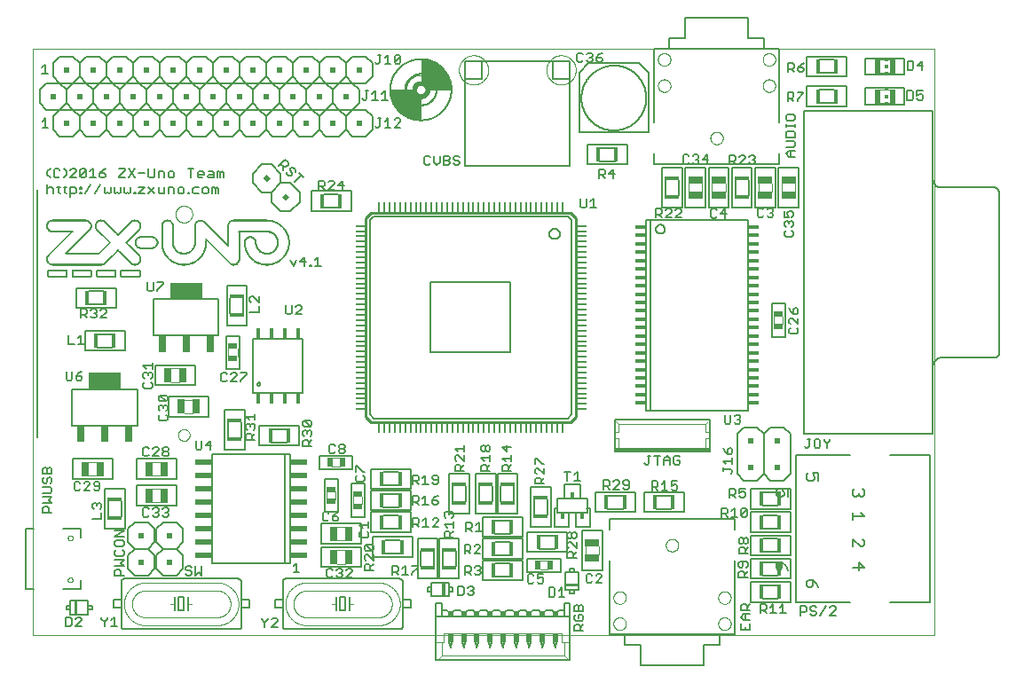
<source format=gto>
G75*
%MOIN*%
%OFA0B0*%
%FSLAX25Y25*%
%IPPOS*%
%LPD*%
%AMOC8*
5,1,8,0,0,1.08239X$1,22.5*
%
%ADD10C,0.00000*%
%ADD11C,0.00600*%
%ADD12R,0.07080X0.00083*%
%ADD13R,0.07000X0.00083*%
%ADD14R,0.07420X0.00084*%
%ADD15R,0.07420X0.00084*%
%ADD16R,0.07330X0.00084*%
%ADD17R,0.07500X0.00083*%
%ADD18R,0.07580X0.00083*%
%ADD19R,0.07580X0.00084*%
%ADD20R,0.07500X0.00084*%
%ADD21R,0.00500X0.00084*%
%ADD22R,0.00580X0.00084*%
%ADD23R,0.00500X0.00083*%
%ADD24R,0.00580X0.00083*%
%ADD25R,0.07420X0.00083*%
%ADD26R,0.07420X0.00083*%
%ADD27R,0.07330X0.00083*%
%ADD28R,0.18910X0.00084*%
%ADD29R,0.00670X0.00084*%
%ADD30R,0.01250X0.00084*%
%ADD31R,0.00760X0.00084*%
%ADD32R,0.19750X0.00083*%
%ADD33R,0.01410X0.00083*%
%ADD34R,0.02670X0.00083*%
%ADD35R,0.01420X0.00083*%
%ADD36R,0.02660X0.00083*%
%ADD37R,0.20250X0.00083*%
%ADD38R,0.01830X0.00083*%
%ADD39R,0.03590X0.00083*%
%ADD40R,0.03580X0.00083*%
%ADD41R,0.20590X0.00084*%
%ADD42R,0.02170X0.00084*%
%ADD43R,0.04330X0.00084*%
%ADD44R,0.02170X0.00084*%
%ADD45R,0.04340X0.00084*%
%ADD46R,0.20750X0.00083*%
%ADD47R,0.02500X0.00083*%
%ADD48R,0.04910X0.00083*%
%ADD49R,0.04920X0.00083*%
%ADD50R,0.21090X0.00083*%
%ADD51R,0.02830X0.00083*%
%ADD52R,0.05410X0.00083*%
%ADD53R,0.02750X0.00083*%
%ADD54R,0.05420X0.00083*%
%ADD55R,0.01170X0.00084*%
%ADD56R,0.01170X0.00084*%
%ADD57R,0.01240X0.00084*%
%ADD58R,0.02330X0.00084*%
%ADD59R,0.02420X0.00084*%
%ADD60R,0.01080X0.00084*%
%ADD61R,0.02340X0.00084*%
%ADD62R,0.00910X0.00083*%
%ADD63R,0.01000X0.00083*%
%ADD64R,0.01910X0.00083*%
%ADD65R,0.00920X0.00083*%
%ADD66R,0.01840X0.00083*%
%ADD67R,0.01920X0.00083*%
%ADD68R,0.00840X0.00083*%
%ADD69R,0.00920X0.00083*%
%ADD70R,0.00830X0.00083*%
%ADD71R,0.01580X0.00083*%
%ADD72R,0.01670X0.00083*%
%ADD73R,0.00750X0.00084*%
%ADD74R,0.00830X0.00084*%
%ADD75R,0.01420X0.00084*%
%ADD76R,0.01500X0.00084*%
%ADD77R,0.00660X0.00083*%
%ADD78R,0.00750X0.00083*%
%ADD79R,0.01330X0.00083*%
%ADD80R,0.00670X0.00083*%
%ADD81R,0.01250X0.00083*%
%ADD82R,0.00670X0.00083*%
%ADD83R,0.01340X0.00083*%
%ADD84R,0.00670X0.00084*%
%ADD85R,0.00660X0.00084*%
%ADD86R,0.00590X0.00083*%
%ADD87R,0.01080X0.00083*%
%ADD88R,0.01160X0.00083*%
%ADD89R,0.01170X0.00083*%
%ADD90R,0.01090X0.00083*%
%ADD91R,0.01090X0.00084*%
%ADD92R,0.01000X0.00084*%
%ADD93R,0.00590X0.00084*%
%ADD94R,0.00920X0.00084*%
%ADD95R,0.00910X0.00084*%
%ADD96R,0.00840X0.00084*%
%ADD97R,0.00740X0.00084*%
%ADD98R,0.12670X0.00083*%
%ADD99R,0.12830X0.00084*%
%ADD100R,0.02000X0.00084*%
%ADD101R,0.12920X0.00083*%
%ADD102R,0.13000X0.00083*%
%ADD103R,0.03090X0.00083*%
%ADD104R,0.03160X0.00083*%
%ADD105R,0.13080X0.00084*%
%ADD106R,0.03500X0.00084*%
%ADD107R,0.13090X0.00083*%
%ADD108R,0.03920X0.00083*%
%ADD109R,0.03840X0.00083*%
%ADD110R,0.01330X0.00084*%
%ADD111R,0.00740X0.00083*%
%ADD112R,0.01170X0.00083*%
%ADD113R,0.00760X0.00083*%
%ADD114R,0.01340X0.00084*%
%ADD115R,0.00340X0.00084*%
%ADD116R,0.05080X0.00084*%
%ADD117R,0.05660X0.00083*%
%ADD118R,0.06080X0.00083*%
%ADD119R,0.06420X0.00084*%
%ADD120R,0.06660X0.00083*%
%ADD121R,0.00250X0.00083*%
%ADD122R,0.00420X0.00083*%
%ADD123R,0.00510X0.00083*%
%ADD124R,0.00510X0.00084*%
%ADD125R,0.00330X0.00083*%
%ADD126R,0.06840X0.00083*%
%ADD127R,0.06660X0.00084*%
%ADD128R,0.02500X0.00084*%
%ADD129R,0.06340X0.00083*%
%ADD130R,0.02160X0.00083*%
%ADD131R,0.06000X0.00083*%
%ADD132R,0.05500X0.00084*%
%ADD133R,0.04840X0.00083*%
%ADD134R,0.00160X0.00084*%
%ADD135R,0.01420X0.00083*%
%ADD136R,0.01160X0.00084*%
%ADD137R,0.08160X0.00084*%
%ADD138R,0.12590X0.00084*%
%ADD139R,0.08500X0.00083*%
%ADD140R,0.12420X0.00083*%
%ADD141R,0.08750X0.00083*%
%ADD142R,0.12170X0.00083*%
%ADD143R,0.08920X0.00084*%
%ADD144R,0.11830X0.00084*%
%ADD145R,0.08910X0.00083*%
%ADD146R,0.11500X0.00083*%
%ADD147R,0.09000X0.00083*%
%ADD148R,0.10830X0.00083*%
%ADD149R,0.01420X0.00084*%
%ADD150R,0.01500X0.00083*%
%ADD151R,0.01660X0.00083*%
%ADD152R,0.01910X0.00084*%
%ADD153R,0.15330X0.00083*%
%ADD154R,0.02920X0.00083*%
%ADD155R,0.03000X0.00083*%
%ADD156R,0.02910X0.00083*%
%ADD157R,0.02840X0.00083*%
%ADD158R,0.16840X0.00083*%
%ADD159R,0.15170X0.00083*%
%ADD160R,0.02670X0.00083*%
%ADD161R,0.16500X0.00083*%
%ADD162R,0.14830X0.00084*%
%ADD163R,0.02420X0.00084*%
%ADD164R,0.02410X0.00084*%
%ADD165R,0.16000X0.00084*%
%ADD166R,0.14500X0.00083*%
%ADD167R,0.02170X0.00083*%
%ADD168R,0.02090X0.00083*%
%ADD169R,0.02080X0.00083*%
%ADD170R,0.15580X0.00083*%
%ADD171R,0.14170X0.00083*%
%ADD172R,0.01750X0.00083*%
%ADD173R,0.01670X0.00083*%
%ADD174R,0.15000X0.00083*%
%ADD175R,0.13670X0.00084*%
%ADD176R,0.14250X0.00084*%
%ADD177R,0.12500X0.00083*%
%ADD178R,0.00080X0.00083*%
%ADD179R,0.00170X0.00083*%
%ADD180R,0.00090X0.00083*%
%ADD181R,0.12580X0.00083*%
%ADD182C,0.00500*%
%ADD183C,0.01000*%
%ADD184R,0.01024X0.03937*%
%ADD185R,0.03937X0.01024*%
%ADD186C,0.00800*%
%ADD187R,0.03839X0.01378*%
%ADD188C,0.00400*%
%ADD189R,0.03740X0.01969*%
%ADD190R,0.01400X0.04000*%
%ADD191R,0.01400X0.05600*%
%ADD192R,0.01800X0.02300*%
%ADD193R,0.05600X0.01400*%
%ADD194R,0.05709X0.02953*%
%ADD195R,0.01969X0.03740*%
%ADD196R,0.12000X0.06000*%
%ADD197R,0.03000X0.06000*%
%ADD198R,0.02953X0.05709*%
%ADD199R,0.05984X0.01930*%
%ADD200C,0.00200*%
%ADD201R,0.01181X0.00591*%
%ADD202R,0.01181X0.01181*%
%ADD203R,0.02362X0.05315*%
%ADD204R,0.01969X0.01969*%
%ADD205R,0.01969X0.03445*%
%ADD206R,0.02000X0.02000*%
%ADD207R,0.35433X0.01476*%
%ADD208R,0.02000X0.02000*%
%ADD209C,0.00900*%
%ADD210C,0.01800*%
D10*
X0004300Y0012866D02*
X0004300Y0233366D01*
X0342800Y0233366D01*
X0342800Y0012866D01*
X0004300Y0012866D01*
X0017300Y0033622D02*
X0017302Y0033681D01*
X0017308Y0033741D01*
X0017318Y0033799D01*
X0017331Y0033857D01*
X0017349Y0033914D01*
X0017370Y0033970D01*
X0017395Y0034024D01*
X0017423Y0034076D01*
X0017455Y0034127D01*
X0017490Y0034175D01*
X0017528Y0034221D01*
X0017569Y0034264D01*
X0017613Y0034304D01*
X0017659Y0034341D01*
X0017708Y0034375D01*
X0017759Y0034406D01*
X0017811Y0034434D01*
X0017866Y0034458D01*
X0017922Y0034478D01*
X0017979Y0034494D01*
X0018037Y0034507D01*
X0018096Y0034516D01*
X0018155Y0034521D01*
X0018215Y0034522D01*
X0018274Y0034519D01*
X0018333Y0034512D01*
X0018392Y0034501D01*
X0018450Y0034487D01*
X0018506Y0034468D01*
X0018562Y0034446D01*
X0018615Y0034421D01*
X0018667Y0034391D01*
X0018717Y0034359D01*
X0018764Y0034323D01*
X0018810Y0034284D01*
X0018852Y0034242D01*
X0018892Y0034198D01*
X0018928Y0034151D01*
X0018961Y0034102D01*
X0018992Y0034050D01*
X0019018Y0033997D01*
X0019041Y0033942D01*
X0019060Y0033886D01*
X0019076Y0033828D01*
X0019088Y0033770D01*
X0019096Y0033711D01*
X0019100Y0033652D01*
X0019100Y0033592D01*
X0019096Y0033533D01*
X0019088Y0033474D01*
X0019076Y0033416D01*
X0019060Y0033358D01*
X0019041Y0033302D01*
X0019018Y0033247D01*
X0018992Y0033194D01*
X0018961Y0033142D01*
X0018928Y0033093D01*
X0018892Y0033046D01*
X0018852Y0033002D01*
X0018810Y0032960D01*
X0018764Y0032921D01*
X0018717Y0032885D01*
X0018667Y0032853D01*
X0018615Y0032823D01*
X0018562Y0032798D01*
X0018506Y0032776D01*
X0018450Y0032757D01*
X0018392Y0032743D01*
X0018333Y0032732D01*
X0018274Y0032725D01*
X0018215Y0032722D01*
X0018155Y0032723D01*
X0018096Y0032728D01*
X0018037Y0032737D01*
X0017979Y0032750D01*
X0017922Y0032766D01*
X0017866Y0032786D01*
X0017811Y0032810D01*
X0017759Y0032838D01*
X0017708Y0032869D01*
X0017659Y0032903D01*
X0017613Y0032940D01*
X0017569Y0032980D01*
X0017528Y0033023D01*
X0017490Y0033069D01*
X0017455Y0033117D01*
X0017423Y0033168D01*
X0017395Y0033220D01*
X0017370Y0033274D01*
X0017349Y0033330D01*
X0017331Y0033387D01*
X0017318Y0033445D01*
X0017308Y0033503D01*
X0017302Y0033563D01*
X0017300Y0033622D01*
X0017300Y0049422D02*
X0017302Y0049481D01*
X0017308Y0049541D01*
X0017318Y0049599D01*
X0017331Y0049657D01*
X0017349Y0049714D01*
X0017370Y0049770D01*
X0017395Y0049824D01*
X0017423Y0049876D01*
X0017455Y0049927D01*
X0017490Y0049975D01*
X0017528Y0050021D01*
X0017569Y0050064D01*
X0017613Y0050104D01*
X0017659Y0050141D01*
X0017708Y0050175D01*
X0017759Y0050206D01*
X0017811Y0050234D01*
X0017866Y0050258D01*
X0017922Y0050278D01*
X0017979Y0050294D01*
X0018037Y0050307D01*
X0018096Y0050316D01*
X0018155Y0050321D01*
X0018215Y0050322D01*
X0018274Y0050319D01*
X0018333Y0050312D01*
X0018392Y0050301D01*
X0018450Y0050287D01*
X0018506Y0050268D01*
X0018562Y0050246D01*
X0018615Y0050221D01*
X0018667Y0050191D01*
X0018717Y0050159D01*
X0018764Y0050123D01*
X0018810Y0050084D01*
X0018852Y0050042D01*
X0018892Y0049998D01*
X0018928Y0049951D01*
X0018961Y0049902D01*
X0018992Y0049850D01*
X0019018Y0049797D01*
X0019041Y0049742D01*
X0019060Y0049686D01*
X0019076Y0049628D01*
X0019088Y0049570D01*
X0019096Y0049511D01*
X0019100Y0049452D01*
X0019100Y0049392D01*
X0019096Y0049333D01*
X0019088Y0049274D01*
X0019076Y0049216D01*
X0019060Y0049158D01*
X0019041Y0049102D01*
X0019018Y0049047D01*
X0018992Y0048994D01*
X0018961Y0048942D01*
X0018928Y0048893D01*
X0018892Y0048846D01*
X0018852Y0048802D01*
X0018810Y0048760D01*
X0018764Y0048721D01*
X0018717Y0048685D01*
X0018667Y0048653D01*
X0018615Y0048623D01*
X0018562Y0048598D01*
X0018506Y0048576D01*
X0018450Y0048557D01*
X0018392Y0048543D01*
X0018333Y0048532D01*
X0018274Y0048525D01*
X0018215Y0048522D01*
X0018155Y0048523D01*
X0018096Y0048528D01*
X0018037Y0048537D01*
X0017979Y0048550D01*
X0017922Y0048566D01*
X0017866Y0048586D01*
X0017811Y0048610D01*
X0017759Y0048638D01*
X0017708Y0048669D01*
X0017659Y0048703D01*
X0017613Y0048740D01*
X0017569Y0048780D01*
X0017528Y0048823D01*
X0017490Y0048869D01*
X0017455Y0048917D01*
X0017423Y0048968D01*
X0017395Y0049020D01*
X0017370Y0049074D01*
X0017349Y0049130D01*
X0017331Y0049187D01*
X0017318Y0049245D01*
X0017308Y0049303D01*
X0017302Y0049363D01*
X0017300Y0049422D01*
X0058760Y0088084D02*
X0058762Y0088177D01*
X0058768Y0088269D01*
X0058778Y0088361D01*
X0058792Y0088452D01*
X0058809Y0088543D01*
X0058831Y0088633D01*
X0058856Y0088722D01*
X0058885Y0088810D01*
X0058918Y0088896D01*
X0058955Y0088981D01*
X0058995Y0089065D01*
X0059039Y0089146D01*
X0059086Y0089226D01*
X0059136Y0089304D01*
X0059190Y0089379D01*
X0059247Y0089452D01*
X0059307Y0089522D01*
X0059370Y0089590D01*
X0059436Y0089655D01*
X0059504Y0089717D01*
X0059575Y0089777D01*
X0059649Y0089833D01*
X0059725Y0089886D01*
X0059803Y0089935D01*
X0059883Y0089982D01*
X0059965Y0090024D01*
X0060049Y0090064D01*
X0060134Y0090099D01*
X0060221Y0090131D01*
X0060309Y0090160D01*
X0060398Y0090184D01*
X0060488Y0090205D01*
X0060579Y0090221D01*
X0060671Y0090234D01*
X0060763Y0090243D01*
X0060856Y0090248D01*
X0060948Y0090249D01*
X0061041Y0090246D01*
X0061133Y0090239D01*
X0061225Y0090228D01*
X0061316Y0090213D01*
X0061407Y0090195D01*
X0061497Y0090172D01*
X0061585Y0090146D01*
X0061673Y0090116D01*
X0061759Y0090082D01*
X0061843Y0090045D01*
X0061926Y0090003D01*
X0062007Y0089959D01*
X0062087Y0089911D01*
X0062164Y0089860D01*
X0062238Y0089805D01*
X0062311Y0089747D01*
X0062381Y0089687D01*
X0062448Y0089623D01*
X0062512Y0089557D01*
X0062574Y0089487D01*
X0062632Y0089416D01*
X0062687Y0089342D01*
X0062739Y0089265D01*
X0062788Y0089186D01*
X0062834Y0089106D01*
X0062876Y0089023D01*
X0062914Y0088939D01*
X0062949Y0088853D01*
X0062980Y0088766D01*
X0063007Y0088678D01*
X0063030Y0088588D01*
X0063050Y0088498D01*
X0063066Y0088407D01*
X0063078Y0088315D01*
X0063086Y0088223D01*
X0063090Y0088130D01*
X0063090Y0088038D01*
X0063086Y0087945D01*
X0063078Y0087853D01*
X0063066Y0087761D01*
X0063050Y0087670D01*
X0063030Y0087580D01*
X0063007Y0087490D01*
X0062980Y0087402D01*
X0062949Y0087315D01*
X0062914Y0087229D01*
X0062876Y0087145D01*
X0062834Y0087062D01*
X0062788Y0086982D01*
X0062739Y0086903D01*
X0062687Y0086826D01*
X0062632Y0086752D01*
X0062574Y0086681D01*
X0062512Y0086611D01*
X0062448Y0086545D01*
X0062381Y0086481D01*
X0062311Y0086421D01*
X0062238Y0086363D01*
X0062164Y0086308D01*
X0062087Y0086257D01*
X0062008Y0086209D01*
X0061926Y0086165D01*
X0061843Y0086123D01*
X0061759Y0086086D01*
X0061673Y0086052D01*
X0061585Y0086022D01*
X0061497Y0085996D01*
X0061407Y0085973D01*
X0061316Y0085955D01*
X0061225Y0085940D01*
X0061133Y0085929D01*
X0061041Y0085922D01*
X0060948Y0085919D01*
X0060856Y0085920D01*
X0060763Y0085925D01*
X0060671Y0085934D01*
X0060579Y0085947D01*
X0060488Y0085963D01*
X0060398Y0085984D01*
X0060309Y0086008D01*
X0060221Y0086037D01*
X0060134Y0086069D01*
X0060049Y0086104D01*
X0059965Y0086144D01*
X0059883Y0086186D01*
X0059803Y0086233D01*
X0059725Y0086282D01*
X0059649Y0086335D01*
X0059575Y0086391D01*
X0059504Y0086451D01*
X0059436Y0086513D01*
X0059370Y0086578D01*
X0059307Y0086646D01*
X0059247Y0086716D01*
X0059190Y0086789D01*
X0059136Y0086864D01*
X0059086Y0086942D01*
X0059039Y0087022D01*
X0058995Y0087103D01*
X0058955Y0087187D01*
X0058918Y0087272D01*
X0058885Y0087358D01*
X0058856Y0087446D01*
X0058831Y0087535D01*
X0058809Y0087625D01*
X0058792Y0087716D01*
X0058778Y0087807D01*
X0058768Y0087899D01*
X0058762Y0087991D01*
X0058760Y0088084D01*
X0057775Y0171084D02*
X0057777Y0171196D01*
X0057783Y0171307D01*
X0057793Y0171419D01*
X0057807Y0171530D01*
X0057824Y0171640D01*
X0057846Y0171750D01*
X0057872Y0171859D01*
X0057901Y0171967D01*
X0057934Y0172073D01*
X0057971Y0172179D01*
X0058012Y0172283D01*
X0058057Y0172386D01*
X0058105Y0172487D01*
X0058156Y0172586D01*
X0058211Y0172683D01*
X0058270Y0172778D01*
X0058331Y0172872D01*
X0058396Y0172963D01*
X0058465Y0173051D01*
X0058536Y0173137D01*
X0058610Y0173221D01*
X0058688Y0173301D01*
X0058768Y0173379D01*
X0058851Y0173455D01*
X0058936Y0173527D01*
X0059024Y0173596D01*
X0059114Y0173662D01*
X0059207Y0173724D01*
X0059302Y0173784D01*
X0059399Y0173840D01*
X0059497Y0173892D01*
X0059598Y0173941D01*
X0059700Y0173986D01*
X0059804Y0174028D01*
X0059909Y0174066D01*
X0060016Y0174100D01*
X0060123Y0174130D01*
X0060232Y0174157D01*
X0060341Y0174179D01*
X0060452Y0174198D01*
X0060562Y0174213D01*
X0060674Y0174224D01*
X0060785Y0174231D01*
X0060897Y0174234D01*
X0061009Y0174233D01*
X0061121Y0174228D01*
X0061232Y0174219D01*
X0061343Y0174206D01*
X0061454Y0174189D01*
X0061564Y0174169D01*
X0061673Y0174144D01*
X0061781Y0174116D01*
X0061888Y0174083D01*
X0061994Y0174047D01*
X0062098Y0174007D01*
X0062201Y0173964D01*
X0062303Y0173917D01*
X0062402Y0173866D01*
X0062500Y0173812D01*
X0062596Y0173754D01*
X0062690Y0173693D01*
X0062781Y0173629D01*
X0062870Y0173562D01*
X0062957Y0173491D01*
X0063041Y0173417D01*
X0063123Y0173341D01*
X0063201Y0173261D01*
X0063277Y0173179D01*
X0063350Y0173094D01*
X0063420Y0173007D01*
X0063486Y0172917D01*
X0063550Y0172825D01*
X0063610Y0172731D01*
X0063667Y0172635D01*
X0063720Y0172536D01*
X0063770Y0172436D01*
X0063816Y0172335D01*
X0063859Y0172231D01*
X0063898Y0172126D01*
X0063933Y0172020D01*
X0063964Y0171913D01*
X0063992Y0171804D01*
X0064015Y0171695D01*
X0064035Y0171585D01*
X0064051Y0171474D01*
X0064063Y0171363D01*
X0064071Y0171252D01*
X0064075Y0171140D01*
X0064075Y0171028D01*
X0064071Y0170916D01*
X0064063Y0170805D01*
X0064051Y0170694D01*
X0064035Y0170583D01*
X0064015Y0170473D01*
X0063992Y0170364D01*
X0063964Y0170255D01*
X0063933Y0170148D01*
X0063898Y0170042D01*
X0063859Y0169937D01*
X0063816Y0169833D01*
X0063770Y0169732D01*
X0063720Y0169632D01*
X0063667Y0169533D01*
X0063610Y0169437D01*
X0063550Y0169343D01*
X0063486Y0169251D01*
X0063420Y0169161D01*
X0063350Y0169074D01*
X0063277Y0168989D01*
X0063201Y0168907D01*
X0063123Y0168827D01*
X0063041Y0168751D01*
X0062957Y0168677D01*
X0062870Y0168606D01*
X0062781Y0168539D01*
X0062690Y0168475D01*
X0062596Y0168414D01*
X0062500Y0168356D01*
X0062402Y0168302D01*
X0062303Y0168251D01*
X0062201Y0168204D01*
X0062098Y0168161D01*
X0061994Y0168121D01*
X0061888Y0168085D01*
X0061781Y0168052D01*
X0061673Y0168024D01*
X0061564Y0167999D01*
X0061454Y0167979D01*
X0061343Y0167962D01*
X0061232Y0167949D01*
X0061121Y0167940D01*
X0061009Y0167935D01*
X0060897Y0167934D01*
X0060785Y0167937D01*
X0060674Y0167944D01*
X0060562Y0167955D01*
X0060452Y0167970D01*
X0060341Y0167989D01*
X0060232Y0168011D01*
X0060123Y0168038D01*
X0060016Y0168068D01*
X0059909Y0168102D01*
X0059804Y0168140D01*
X0059700Y0168182D01*
X0059598Y0168227D01*
X0059497Y0168276D01*
X0059399Y0168328D01*
X0059302Y0168384D01*
X0059207Y0168444D01*
X0059114Y0168506D01*
X0059024Y0168572D01*
X0058936Y0168641D01*
X0058851Y0168713D01*
X0058768Y0168789D01*
X0058688Y0168867D01*
X0058610Y0168947D01*
X0058536Y0169031D01*
X0058465Y0169117D01*
X0058396Y0169205D01*
X0058331Y0169296D01*
X0058270Y0169390D01*
X0058211Y0169485D01*
X0058156Y0169582D01*
X0058105Y0169681D01*
X0058057Y0169782D01*
X0058012Y0169885D01*
X0057971Y0169989D01*
X0057934Y0170095D01*
X0057901Y0170201D01*
X0057872Y0170309D01*
X0057846Y0170418D01*
X0057824Y0170528D01*
X0057807Y0170638D01*
X0057793Y0170749D01*
X0057783Y0170861D01*
X0057777Y0170972D01*
X0057775Y0171084D01*
X0144413Y0217866D02*
X0144415Y0218014D01*
X0144421Y0218162D01*
X0144431Y0218310D01*
X0144445Y0218457D01*
X0144463Y0218604D01*
X0144484Y0218750D01*
X0144510Y0218896D01*
X0144540Y0219041D01*
X0144573Y0219185D01*
X0144611Y0219328D01*
X0144652Y0219470D01*
X0144697Y0219611D01*
X0144745Y0219751D01*
X0144798Y0219890D01*
X0144854Y0220027D01*
X0144914Y0220162D01*
X0144977Y0220296D01*
X0145044Y0220428D01*
X0145115Y0220558D01*
X0145189Y0220686D01*
X0145266Y0220812D01*
X0145347Y0220936D01*
X0145431Y0221058D01*
X0145518Y0221177D01*
X0145609Y0221294D01*
X0145703Y0221409D01*
X0145799Y0221521D01*
X0145899Y0221631D01*
X0146001Y0221737D01*
X0146107Y0221841D01*
X0146215Y0221942D01*
X0146326Y0222040D01*
X0146439Y0222136D01*
X0146555Y0222228D01*
X0146673Y0222317D01*
X0146794Y0222402D01*
X0146917Y0222485D01*
X0147042Y0222564D01*
X0147169Y0222640D01*
X0147298Y0222712D01*
X0147429Y0222781D01*
X0147562Y0222846D01*
X0147697Y0222907D01*
X0147833Y0222965D01*
X0147970Y0223020D01*
X0148109Y0223070D01*
X0148250Y0223117D01*
X0148391Y0223160D01*
X0148534Y0223200D01*
X0148678Y0223235D01*
X0148822Y0223267D01*
X0148968Y0223294D01*
X0149114Y0223318D01*
X0149261Y0223338D01*
X0149408Y0223354D01*
X0149555Y0223366D01*
X0149703Y0223374D01*
X0149851Y0223378D01*
X0149999Y0223378D01*
X0150147Y0223374D01*
X0150295Y0223366D01*
X0150442Y0223354D01*
X0150589Y0223338D01*
X0150736Y0223318D01*
X0150882Y0223294D01*
X0151028Y0223267D01*
X0151172Y0223235D01*
X0151316Y0223200D01*
X0151459Y0223160D01*
X0151600Y0223117D01*
X0151741Y0223070D01*
X0151880Y0223020D01*
X0152017Y0222965D01*
X0152153Y0222907D01*
X0152288Y0222846D01*
X0152421Y0222781D01*
X0152552Y0222712D01*
X0152681Y0222640D01*
X0152808Y0222564D01*
X0152933Y0222485D01*
X0153056Y0222402D01*
X0153177Y0222317D01*
X0153295Y0222228D01*
X0153411Y0222136D01*
X0153524Y0222040D01*
X0153635Y0221942D01*
X0153743Y0221841D01*
X0153849Y0221737D01*
X0153951Y0221631D01*
X0154051Y0221521D01*
X0154147Y0221409D01*
X0154241Y0221294D01*
X0154332Y0221177D01*
X0154419Y0221058D01*
X0154503Y0220936D01*
X0154584Y0220812D01*
X0154661Y0220686D01*
X0154735Y0220558D01*
X0154806Y0220428D01*
X0154873Y0220296D01*
X0154936Y0220162D01*
X0154996Y0220027D01*
X0155052Y0219890D01*
X0155105Y0219751D01*
X0155153Y0219611D01*
X0155198Y0219470D01*
X0155239Y0219328D01*
X0155277Y0219185D01*
X0155310Y0219041D01*
X0155340Y0218896D01*
X0155366Y0218750D01*
X0155387Y0218604D01*
X0155405Y0218457D01*
X0155419Y0218310D01*
X0155429Y0218162D01*
X0155435Y0218014D01*
X0155437Y0217866D01*
X0155435Y0217718D01*
X0155429Y0217570D01*
X0155419Y0217422D01*
X0155405Y0217275D01*
X0155387Y0217128D01*
X0155366Y0216982D01*
X0155340Y0216836D01*
X0155310Y0216691D01*
X0155277Y0216547D01*
X0155239Y0216404D01*
X0155198Y0216262D01*
X0155153Y0216121D01*
X0155105Y0215981D01*
X0155052Y0215842D01*
X0154996Y0215705D01*
X0154936Y0215570D01*
X0154873Y0215436D01*
X0154806Y0215304D01*
X0154735Y0215174D01*
X0154661Y0215046D01*
X0154584Y0214920D01*
X0154503Y0214796D01*
X0154419Y0214674D01*
X0154332Y0214555D01*
X0154241Y0214438D01*
X0154147Y0214323D01*
X0154051Y0214211D01*
X0153951Y0214101D01*
X0153849Y0213995D01*
X0153743Y0213891D01*
X0153635Y0213790D01*
X0153524Y0213692D01*
X0153411Y0213596D01*
X0153295Y0213504D01*
X0153177Y0213415D01*
X0153056Y0213330D01*
X0152933Y0213247D01*
X0152808Y0213168D01*
X0152681Y0213092D01*
X0152552Y0213020D01*
X0152421Y0212951D01*
X0152288Y0212886D01*
X0152153Y0212825D01*
X0152017Y0212767D01*
X0151880Y0212712D01*
X0151741Y0212662D01*
X0151600Y0212615D01*
X0151459Y0212572D01*
X0151316Y0212532D01*
X0151172Y0212497D01*
X0151028Y0212465D01*
X0150882Y0212438D01*
X0150736Y0212414D01*
X0150589Y0212394D01*
X0150442Y0212378D01*
X0150295Y0212366D01*
X0150147Y0212358D01*
X0149999Y0212354D01*
X0149851Y0212354D01*
X0149703Y0212358D01*
X0149555Y0212366D01*
X0149408Y0212378D01*
X0149261Y0212394D01*
X0149114Y0212414D01*
X0148968Y0212438D01*
X0148822Y0212465D01*
X0148678Y0212497D01*
X0148534Y0212532D01*
X0148391Y0212572D01*
X0148250Y0212615D01*
X0148109Y0212662D01*
X0147970Y0212712D01*
X0147833Y0212767D01*
X0147697Y0212825D01*
X0147562Y0212886D01*
X0147429Y0212951D01*
X0147298Y0213020D01*
X0147169Y0213092D01*
X0147042Y0213168D01*
X0146917Y0213247D01*
X0146794Y0213330D01*
X0146673Y0213415D01*
X0146555Y0213504D01*
X0146439Y0213596D01*
X0146326Y0213692D01*
X0146215Y0213790D01*
X0146107Y0213891D01*
X0146001Y0213995D01*
X0145899Y0214101D01*
X0145799Y0214211D01*
X0145703Y0214323D01*
X0145609Y0214438D01*
X0145518Y0214555D01*
X0145431Y0214674D01*
X0145347Y0214796D01*
X0145266Y0214920D01*
X0145189Y0215046D01*
X0145115Y0215174D01*
X0145044Y0215304D01*
X0144977Y0215436D01*
X0144914Y0215570D01*
X0144854Y0215705D01*
X0144798Y0215842D01*
X0144745Y0215981D01*
X0144697Y0216121D01*
X0144652Y0216262D01*
X0144611Y0216404D01*
X0144573Y0216547D01*
X0144540Y0216691D01*
X0144510Y0216836D01*
X0144484Y0216982D01*
X0144463Y0217128D01*
X0144445Y0217275D01*
X0144431Y0217422D01*
X0144421Y0217570D01*
X0144415Y0217718D01*
X0144413Y0217866D01*
X0164226Y0225267D02*
X0164228Y0225415D01*
X0164234Y0225563D01*
X0164244Y0225711D01*
X0164258Y0225858D01*
X0164276Y0226005D01*
X0164297Y0226151D01*
X0164323Y0226297D01*
X0164353Y0226442D01*
X0164386Y0226586D01*
X0164424Y0226729D01*
X0164465Y0226871D01*
X0164510Y0227012D01*
X0164558Y0227152D01*
X0164611Y0227291D01*
X0164667Y0227428D01*
X0164727Y0227563D01*
X0164790Y0227697D01*
X0164857Y0227829D01*
X0164928Y0227959D01*
X0165002Y0228087D01*
X0165079Y0228213D01*
X0165160Y0228337D01*
X0165244Y0228459D01*
X0165331Y0228578D01*
X0165422Y0228695D01*
X0165516Y0228810D01*
X0165612Y0228922D01*
X0165712Y0229032D01*
X0165814Y0229138D01*
X0165920Y0229242D01*
X0166028Y0229343D01*
X0166139Y0229441D01*
X0166252Y0229537D01*
X0166368Y0229629D01*
X0166486Y0229718D01*
X0166607Y0229803D01*
X0166730Y0229886D01*
X0166855Y0229965D01*
X0166982Y0230041D01*
X0167111Y0230113D01*
X0167242Y0230182D01*
X0167375Y0230247D01*
X0167510Y0230308D01*
X0167646Y0230366D01*
X0167783Y0230421D01*
X0167922Y0230471D01*
X0168063Y0230518D01*
X0168204Y0230561D01*
X0168347Y0230601D01*
X0168491Y0230636D01*
X0168635Y0230668D01*
X0168781Y0230695D01*
X0168927Y0230719D01*
X0169074Y0230739D01*
X0169221Y0230755D01*
X0169368Y0230767D01*
X0169516Y0230775D01*
X0169664Y0230779D01*
X0169812Y0230779D01*
X0169960Y0230775D01*
X0170108Y0230767D01*
X0170255Y0230755D01*
X0170402Y0230739D01*
X0170549Y0230719D01*
X0170695Y0230695D01*
X0170841Y0230668D01*
X0170985Y0230636D01*
X0171129Y0230601D01*
X0171272Y0230561D01*
X0171413Y0230518D01*
X0171554Y0230471D01*
X0171693Y0230421D01*
X0171830Y0230366D01*
X0171966Y0230308D01*
X0172101Y0230247D01*
X0172234Y0230182D01*
X0172365Y0230113D01*
X0172494Y0230041D01*
X0172621Y0229965D01*
X0172746Y0229886D01*
X0172869Y0229803D01*
X0172990Y0229718D01*
X0173108Y0229629D01*
X0173224Y0229537D01*
X0173337Y0229441D01*
X0173448Y0229343D01*
X0173556Y0229242D01*
X0173662Y0229138D01*
X0173764Y0229032D01*
X0173864Y0228922D01*
X0173960Y0228810D01*
X0174054Y0228695D01*
X0174145Y0228578D01*
X0174232Y0228459D01*
X0174316Y0228337D01*
X0174397Y0228213D01*
X0174474Y0228087D01*
X0174548Y0227959D01*
X0174619Y0227829D01*
X0174686Y0227697D01*
X0174749Y0227563D01*
X0174809Y0227428D01*
X0174865Y0227291D01*
X0174918Y0227152D01*
X0174966Y0227012D01*
X0175011Y0226871D01*
X0175052Y0226729D01*
X0175090Y0226586D01*
X0175123Y0226442D01*
X0175153Y0226297D01*
X0175179Y0226151D01*
X0175200Y0226005D01*
X0175218Y0225858D01*
X0175232Y0225711D01*
X0175242Y0225563D01*
X0175248Y0225415D01*
X0175250Y0225267D01*
X0175248Y0225119D01*
X0175242Y0224971D01*
X0175232Y0224823D01*
X0175218Y0224676D01*
X0175200Y0224529D01*
X0175179Y0224383D01*
X0175153Y0224237D01*
X0175123Y0224092D01*
X0175090Y0223948D01*
X0175052Y0223805D01*
X0175011Y0223663D01*
X0174966Y0223522D01*
X0174918Y0223382D01*
X0174865Y0223243D01*
X0174809Y0223106D01*
X0174749Y0222971D01*
X0174686Y0222837D01*
X0174619Y0222705D01*
X0174548Y0222575D01*
X0174474Y0222447D01*
X0174397Y0222321D01*
X0174316Y0222197D01*
X0174232Y0222075D01*
X0174145Y0221956D01*
X0174054Y0221839D01*
X0173960Y0221724D01*
X0173864Y0221612D01*
X0173764Y0221502D01*
X0173662Y0221396D01*
X0173556Y0221292D01*
X0173448Y0221191D01*
X0173337Y0221093D01*
X0173224Y0220997D01*
X0173108Y0220905D01*
X0172990Y0220816D01*
X0172869Y0220731D01*
X0172746Y0220648D01*
X0172621Y0220569D01*
X0172494Y0220493D01*
X0172365Y0220421D01*
X0172234Y0220352D01*
X0172101Y0220287D01*
X0171966Y0220226D01*
X0171830Y0220168D01*
X0171693Y0220113D01*
X0171554Y0220063D01*
X0171413Y0220016D01*
X0171272Y0219973D01*
X0171129Y0219933D01*
X0170985Y0219898D01*
X0170841Y0219866D01*
X0170695Y0219839D01*
X0170549Y0219815D01*
X0170402Y0219795D01*
X0170255Y0219779D01*
X0170108Y0219767D01*
X0169960Y0219759D01*
X0169812Y0219755D01*
X0169664Y0219755D01*
X0169516Y0219759D01*
X0169368Y0219767D01*
X0169221Y0219779D01*
X0169074Y0219795D01*
X0168927Y0219815D01*
X0168781Y0219839D01*
X0168635Y0219866D01*
X0168491Y0219898D01*
X0168347Y0219933D01*
X0168204Y0219973D01*
X0168063Y0220016D01*
X0167922Y0220063D01*
X0167783Y0220113D01*
X0167646Y0220168D01*
X0167510Y0220226D01*
X0167375Y0220287D01*
X0167242Y0220352D01*
X0167111Y0220421D01*
X0166982Y0220493D01*
X0166855Y0220569D01*
X0166730Y0220648D01*
X0166607Y0220731D01*
X0166486Y0220816D01*
X0166368Y0220905D01*
X0166252Y0220997D01*
X0166139Y0221093D01*
X0166028Y0221191D01*
X0165920Y0221292D01*
X0165814Y0221396D01*
X0165712Y0221502D01*
X0165612Y0221612D01*
X0165516Y0221724D01*
X0165422Y0221839D01*
X0165331Y0221956D01*
X0165244Y0222075D01*
X0165160Y0222197D01*
X0165079Y0222321D01*
X0165002Y0222447D01*
X0164928Y0222575D01*
X0164857Y0222705D01*
X0164790Y0222837D01*
X0164727Y0222971D01*
X0164667Y0223106D01*
X0164611Y0223243D01*
X0164558Y0223382D01*
X0164510Y0223522D01*
X0164465Y0223663D01*
X0164424Y0223805D01*
X0164386Y0223948D01*
X0164353Y0224092D01*
X0164323Y0224237D01*
X0164297Y0224383D01*
X0164276Y0224529D01*
X0164258Y0224676D01*
X0164244Y0224823D01*
X0164234Y0224971D01*
X0164228Y0225119D01*
X0164226Y0225267D01*
X0197100Y0225267D02*
X0197102Y0225415D01*
X0197108Y0225563D01*
X0197118Y0225711D01*
X0197132Y0225858D01*
X0197150Y0226005D01*
X0197171Y0226151D01*
X0197197Y0226297D01*
X0197227Y0226442D01*
X0197260Y0226586D01*
X0197298Y0226729D01*
X0197339Y0226871D01*
X0197384Y0227012D01*
X0197432Y0227152D01*
X0197485Y0227291D01*
X0197541Y0227428D01*
X0197601Y0227563D01*
X0197664Y0227697D01*
X0197731Y0227829D01*
X0197802Y0227959D01*
X0197876Y0228087D01*
X0197953Y0228213D01*
X0198034Y0228337D01*
X0198118Y0228459D01*
X0198205Y0228578D01*
X0198296Y0228695D01*
X0198390Y0228810D01*
X0198486Y0228922D01*
X0198586Y0229032D01*
X0198688Y0229138D01*
X0198794Y0229242D01*
X0198902Y0229343D01*
X0199013Y0229441D01*
X0199126Y0229537D01*
X0199242Y0229629D01*
X0199360Y0229718D01*
X0199481Y0229803D01*
X0199604Y0229886D01*
X0199729Y0229965D01*
X0199856Y0230041D01*
X0199985Y0230113D01*
X0200116Y0230182D01*
X0200249Y0230247D01*
X0200384Y0230308D01*
X0200520Y0230366D01*
X0200657Y0230421D01*
X0200796Y0230471D01*
X0200937Y0230518D01*
X0201078Y0230561D01*
X0201221Y0230601D01*
X0201365Y0230636D01*
X0201509Y0230668D01*
X0201655Y0230695D01*
X0201801Y0230719D01*
X0201948Y0230739D01*
X0202095Y0230755D01*
X0202242Y0230767D01*
X0202390Y0230775D01*
X0202538Y0230779D01*
X0202686Y0230779D01*
X0202834Y0230775D01*
X0202982Y0230767D01*
X0203129Y0230755D01*
X0203276Y0230739D01*
X0203423Y0230719D01*
X0203569Y0230695D01*
X0203715Y0230668D01*
X0203859Y0230636D01*
X0204003Y0230601D01*
X0204146Y0230561D01*
X0204287Y0230518D01*
X0204428Y0230471D01*
X0204567Y0230421D01*
X0204704Y0230366D01*
X0204840Y0230308D01*
X0204975Y0230247D01*
X0205108Y0230182D01*
X0205239Y0230113D01*
X0205368Y0230041D01*
X0205495Y0229965D01*
X0205620Y0229886D01*
X0205743Y0229803D01*
X0205864Y0229718D01*
X0205982Y0229629D01*
X0206098Y0229537D01*
X0206211Y0229441D01*
X0206322Y0229343D01*
X0206430Y0229242D01*
X0206536Y0229138D01*
X0206638Y0229032D01*
X0206738Y0228922D01*
X0206834Y0228810D01*
X0206928Y0228695D01*
X0207019Y0228578D01*
X0207106Y0228459D01*
X0207190Y0228337D01*
X0207271Y0228213D01*
X0207348Y0228087D01*
X0207422Y0227959D01*
X0207493Y0227829D01*
X0207560Y0227697D01*
X0207623Y0227563D01*
X0207683Y0227428D01*
X0207739Y0227291D01*
X0207792Y0227152D01*
X0207840Y0227012D01*
X0207885Y0226871D01*
X0207926Y0226729D01*
X0207964Y0226586D01*
X0207997Y0226442D01*
X0208027Y0226297D01*
X0208053Y0226151D01*
X0208074Y0226005D01*
X0208092Y0225858D01*
X0208106Y0225711D01*
X0208116Y0225563D01*
X0208122Y0225415D01*
X0208124Y0225267D01*
X0208122Y0225119D01*
X0208116Y0224971D01*
X0208106Y0224823D01*
X0208092Y0224676D01*
X0208074Y0224529D01*
X0208053Y0224383D01*
X0208027Y0224237D01*
X0207997Y0224092D01*
X0207964Y0223948D01*
X0207926Y0223805D01*
X0207885Y0223663D01*
X0207840Y0223522D01*
X0207792Y0223382D01*
X0207739Y0223243D01*
X0207683Y0223106D01*
X0207623Y0222971D01*
X0207560Y0222837D01*
X0207493Y0222705D01*
X0207422Y0222575D01*
X0207348Y0222447D01*
X0207271Y0222321D01*
X0207190Y0222197D01*
X0207106Y0222075D01*
X0207019Y0221956D01*
X0206928Y0221839D01*
X0206834Y0221724D01*
X0206738Y0221612D01*
X0206638Y0221502D01*
X0206536Y0221396D01*
X0206430Y0221292D01*
X0206322Y0221191D01*
X0206211Y0221093D01*
X0206098Y0220997D01*
X0205982Y0220905D01*
X0205864Y0220816D01*
X0205743Y0220731D01*
X0205620Y0220648D01*
X0205495Y0220569D01*
X0205368Y0220493D01*
X0205239Y0220421D01*
X0205108Y0220352D01*
X0204975Y0220287D01*
X0204840Y0220226D01*
X0204704Y0220168D01*
X0204567Y0220113D01*
X0204428Y0220063D01*
X0204287Y0220016D01*
X0204146Y0219973D01*
X0204003Y0219933D01*
X0203859Y0219898D01*
X0203715Y0219866D01*
X0203569Y0219839D01*
X0203423Y0219815D01*
X0203276Y0219795D01*
X0203129Y0219779D01*
X0202982Y0219767D01*
X0202834Y0219759D01*
X0202686Y0219755D01*
X0202538Y0219755D01*
X0202390Y0219759D01*
X0202242Y0219767D01*
X0202095Y0219779D01*
X0201948Y0219795D01*
X0201801Y0219815D01*
X0201655Y0219839D01*
X0201509Y0219866D01*
X0201365Y0219898D01*
X0201221Y0219933D01*
X0201078Y0219973D01*
X0200937Y0220016D01*
X0200796Y0220063D01*
X0200657Y0220113D01*
X0200520Y0220168D01*
X0200384Y0220226D01*
X0200249Y0220287D01*
X0200116Y0220352D01*
X0199985Y0220421D01*
X0199856Y0220493D01*
X0199729Y0220569D01*
X0199604Y0220648D01*
X0199481Y0220731D01*
X0199360Y0220816D01*
X0199242Y0220905D01*
X0199126Y0220997D01*
X0199013Y0221093D01*
X0198902Y0221191D01*
X0198794Y0221292D01*
X0198688Y0221396D01*
X0198586Y0221502D01*
X0198486Y0221612D01*
X0198390Y0221724D01*
X0198296Y0221839D01*
X0198205Y0221956D01*
X0198118Y0222075D01*
X0198034Y0222197D01*
X0197953Y0222321D01*
X0197876Y0222447D01*
X0197802Y0222575D01*
X0197731Y0222705D01*
X0197664Y0222837D01*
X0197601Y0222971D01*
X0197541Y0223106D01*
X0197485Y0223243D01*
X0197432Y0223382D01*
X0197384Y0223522D01*
X0197339Y0223663D01*
X0197298Y0223805D01*
X0197260Y0223948D01*
X0197227Y0224092D01*
X0197197Y0224237D01*
X0197171Y0224383D01*
X0197150Y0224529D01*
X0197132Y0224676D01*
X0197118Y0224823D01*
X0197108Y0224971D01*
X0197102Y0225119D01*
X0197100Y0225267D01*
X0238972Y0229208D02*
X0238974Y0229305D01*
X0238980Y0229402D01*
X0238990Y0229498D01*
X0239004Y0229594D01*
X0239022Y0229690D01*
X0239043Y0229784D01*
X0239069Y0229878D01*
X0239098Y0229970D01*
X0239132Y0230061D01*
X0239168Y0230151D01*
X0239209Y0230239D01*
X0239253Y0230325D01*
X0239301Y0230410D01*
X0239352Y0230492D01*
X0239406Y0230573D01*
X0239464Y0230651D01*
X0239525Y0230726D01*
X0239588Y0230799D01*
X0239655Y0230870D01*
X0239725Y0230937D01*
X0239797Y0231002D01*
X0239872Y0231063D01*
X0239950Y0231122D01*
X0240029Y0231177D01*
X0240111Y0231229D01*
X0240195Y0231277D01*
X0240281Y0231322D01*
X0240369Y0231364D01*
X0240458Y0231402D01*
X0240549Y0231436D01*
X0240641Y0231466D01*
X0240734Y0231493D01*
X0240829Y0231515D01*
X0240924Y0231534D01*
X0241020Y0231549D01*
X0241116Y0231560D01*
X0241213Y0231567D01*
X0241310Y0231570D01*
X0241407Y0231569D01*
X0241504Y0231564D01*
X0241600Y0231555D01*
X0241696Y0231542D01*
X0241792Y0231525D01*
X0241887Y0231504D01*
X0241980Y0231480D01*
X0242073Y0231451D01*
X0242165Y0231419D01*
X0242255Y0231383D01*
X0242343Y0231344D01*
X0242430Y0231300D01*
X0242515Y0231254D01*
X0242598Y0231203D01*
X0242679Y0231150D01*
X0242757Y0231093D01*
X0242834Y0231033D01*
X0242907Y0230970D01*
X0242978Y0230904D01*
X0243046Y0230835D01*
X0243112Y0230763D01*
X0243174Y0230689D01*
X0243233Y0230612D01*
X0243289Y0230533D01*
X0243342Y0230451D01*
X0243392Y0230368D01*
X0243437Y0230282D01*
X0243480Y0230195D01*
X0243519Y0230106D01*
X0243554Y0230016D01*
X0243585Y0229924D01*
X0243612Y0229831D01*
X0243636Y0229737D01*
X0243656Y0229642D01*
X0243672Y0229546D01*
X0243684Y0229450D01*
X0243692Y0229353D01*
X0243696Y0229256D01*
X0243696Y0229160D01*
X0243692Y0229063D01*
X0243684Y0228966D01*
X0243672Y0228870D01*
X0243656Y0228774D01*
X0243636Y0228679D01*
X0243612Y0228585D01*
X0243585Y0228492D01*
X0243554Y0228400D01*
X0243519Y0228310D01*
X0243480Y0228221D01*
X0243437Y0228134D01*
X0243392Y0228048D01*
X0243342Y0227965D01*
X0243289Y0227883D01*
X0243233Y0227804D01*
X0243174Y0227727D01*
X0243112Y0227653D01*
X0243046Y0227581D01*
X0242978Y0227512D01*
X0242907Y0227446D01*
X0242834Y0227383D01*
X0242757Y0227323D01*
X0242679Y0227266D01*
X0242598Y0227213D01*
X0242515Y0227162D01*
X0242430Y0227116D01*
X0242343Y0227072D01*
X0242255Y0227033D01*
X0242165Y0226997D01*
X0242073Y0226965D01*
X0241980Y0226936D01*
X0241887Y0226912D01*
X0241792Y0226891D01*
X0241696Y0226874D01*
X0241600Y0226861D01*
X0241504Y0226852D01*
X0241407Y0226847D01*
X0241310Y0226846D01*
X0241213Y0226849D01*
X0241116Y0226856D01*
X0241020Y0226867D01*
X0240924Y0226882D01*
X0240829Y0226901D01*
X0240734Y0226923D01*
X0240641Y0226950D01*
X0240549Y0226980D01*
X0240458Y0227014D01*
X0240369Y0227052D01*
X0240281Y0227094D01*
X0240195Y0227139D01*
X0240111Y0227187D01*
X0240029Y0227239D01*
X0239950Y0227294D01*
X0239872Y0227353D01*
X0239797Y0227414D01*
X0239725Y0227479D01*
X0239655Y0227546D01*
X0239588Y0227617D01*
X0239525Y0227690D01*
X0239464Y0227765D01*
X0239406Y0227843D01*
X0239352Y0227924D01*
X0239301Y0228006D01*
X0239253Y0228091D01*
X0239209Y0228177D01*
X0239168Y0228265D01*
X0239132Y0228355D01*
X0239098Y0228446D01*
X0239069Y0228538D01*
X0239043Y0228632D01*
X0239022Y0228726D01*
X0239004Y0228822D01*
X0238990Y0228918D01*
X0238980Y0229014D01*
X0238974Y0229111D01*
X0238972Y0229208D01*
X0238972Y0219366D02*
X0238974Y0219463D01*
X0238980Y0219560D01*
X0238990Y0219656D01*
X0239004Y0219752D01*
X0239022Y0219848D01*
X0239043Y0219942D01*
X0239069Y0220036D01*
X0239098Y0220128D01*
X0239132Y0220219D01*
X0239168Y0220309D01*
X0239209Y0220397D01*
X0239253Y0220483D01*
X0239301Y0220568D01*
X0239352Y0220650D01*
X0239406Y0220731D01*
X0239464Y0220809D01*
X0239525Y0220884D01*
X0239588Y0220957D01*
X0239655Y0221028D01*
X0239725Y0221095D01*
X0239797Y0221160D01*
X0239872Y0221221D01*
X0239950Y0221280D01*
X0240029Y0221335D01*
X0240111Y0221387D01*
X0240195Y0221435D01*
X0240281Y0221480D01*
X0240369Y0221522D01*
X0240458Y0221560D01*
X0240549Y0221594D01*
X0240641Y0221624D01*
X0240734Y0221651D01*
X0240829Y0221673D01*
X0240924Y0221692D01*
X0241020Y0221707D01*
X0241116Y0221718D01*
X0241213Y0221725D01*
X0241310Y0221728D01*
X0241407Y0221727D01*
X0241504Y0221722D01*
X0241600Y0221713D01*
X0241696Y0221700D01*
X0241792Y0221683D01*
X0241887Y0221662D01*
X0241980Y0221638D01*
X0242073Y0221609D01*
X0242165Y0221577D01*
X0242255Y0221541D01*
X0242343Y0221502D01*
X0242430Y0221458D01*
X0242515Y0221412D01*
X0242598Y0221361D01*
X0242679Y0221308D01*
X0242757Y0221251D01*
X0242834Y0221191D01*
X0242907Y0221128D01*
X0242978Y0221062D01*
X0243046Y0220993D01*
X0243112Y0220921D01*
X0243174Y0220847D01*
X0243233Y0220770D01*
X0243289Y0220691D01*
X0243342Y0220609D01*
X0243392Y0220526D01*
X0243437Y0220440D01*
X0243480Y0220353D01*
X0243519Y0220264D01*
X0243554Y0220174D01*
X0243585Y0220082D01*
X0243612Y0219989D01*
X0243636Y0219895D01*
X0243656Y0219800D01*
X0243672Y0219704D01*
X0243684Y0219608D01*
X0243692Y0219511D01*
X0243696Y0219414D01*
X0243696Y0219318D01*
X0243692Y0219221D01*
X0243684Y0219124D01*
X0243672Y0219028D01*
X0243656Y0218932D01*
X0243636Y0218837D01*
X0243612Y0218743D01*
X0243585Y0218650D01*
X0243554Y0218558D01*
X0243519Y0218468D01*
X0243480Y0218379D01*
X0243437Y0218292D01*
X0243392Y0218206D01*
X0243342Y0218123D01*
X0243289Y0218041D01*
X0243233Y0217962D01*
X0243174Y0217885D01*
X0243112Y0217811D01*
X0243046Y0217739D01*
X0242978Y0217670D01*
X0242907Y0217604D01*
X0242834Y0217541D01*
X0242757Y0217481D01*
X0242679Y0217424D01*
X0242598Y0217371D01*
X0242515Y0217320D01*
X0242430Y0217274D01*
X0242343Y0217230D01*
X0242255Y0217191D01*
X0242165Y0217155D01*
X0242073Y0217123D01*
X0241980Y0217094D01*
X0241887Y0217070D01*
X0241792Y0217049D01*
X0241696Y0217032D01*
X0241600Y0217019D01*
X0241504Y0217010D01*
X0241407Y0217005D01*
X0241310Y0217004D01*
X0241213Y0217007D01*
X0241116Y0217014D01*
X0241020Y0217025D01*
X0240924Y0217040D01*
X0240829Y0217059D01*
X0240734Y0217081D01*
X0240641Y0217108D01*
X0240549Y0217138D01*
X0240458Y0217172D01*
X0240369Y0217210D01*
X0240281Y0217252D01*
X0240195Y0217297D01*
X0240111Y0217345D01*
X0240029Y0217397D01*
X0239950Y0217452D01*
X0239872Y0217511D01*
X0239797Y0217572D01*
X0239725Y0217637D01*
X0239655Y0217704D01*
X0239588Y0217775D01*
X0239525Y0217848D01*
X0239464Y0217923D01*
X0239406Y0218001D01*
X0239352Y0218082D01*
X0239301Y0218164D01*
X0239253Y0218249D01*
X0239209Y0218335D01*
X0239168Y0218423D01*
X0239132Y0218513D01*
X0239098Y0218604D01*
X0239069Y0218696D01*
X0239043Y0218790D01*
X0239022Y0218884D01*
X0239004Y0218980D01*
X0238990Y0219076D01*
X0238980Y0219172D01*
X0238974Y0219269D01*
X0238972Y0219366D01*
X0258657Y0199681D02*
X0258659Y0199778D01*
X0258665Y0199875D01*
X0258675Y0199971D01*
X0258689Y0200067D01*
X0258707Y0200163D01*
X0258728Y0200257D01*
X0258754Y0200351D01*
X0258783Y0200443D01*
X0258817Y0200534D01*
X0258853Y0200624D01*
X0258894Y0200712D01*
X0258938Y0200798D01*
X0258986Y0200883D01*
X0259037Y0200965D01*
X0259091Y0201046D01*
X0259149Y0201124D01*
X0259210Y0201199D01*
X0259273Y0201272D01*
X0259340Y0201343D01*
X0259410Y0201410D01*
X0259482Y0201475D01*
X0259557Y0201536D01*
X0259635Y0201595D01*
X0259714Y0201650D01*
X0259796Y0201702D01*
X0259880Y0201750D01*
X0259966Y0201795D01*
X0260054Y0201837D01*
X0260143Y0201875D01*
X0260234Y0201909D01*
X0260326Y0201939D01*
X0260419Y0201966D01*
X0260514Y0201988D01*
X0260609Y0202007D01*
X0260705Y0202022D01*
X0260801Y0202033D01*
X0260898Y0202040D01*
X0260995Y0202043D01*
X0261092Y0202042D01*
X0261189Y0202037D01*
X0261285Y0202028D01*
X0261381Y0202015D01*
X0261477Y0201998D01*
X0261572Y0201977D01*
X0261665Y0201953D01*
X0261758Y0201924D01*
X0261850Y0201892D01*
X0261940Y0201856D01*
X0262028Y0201817D01*
X0262115Y0201773D01*
X0262200Y0201727D01*
X0262283Y0201676D01*
X0262364Y0201623D01*
X0262442Y0201566D01*
X0262519Y0201506D01*
X0262592Y0201443D01*
X0262663Y0201377D01*
X0262731Y0201308D01*
X0262797Y0201236D01*
X0262859Y0201162D01*
X0262918Y0201085D01*
X0262974Y0201006D01*
X0263027Y0200924D01*
X0263077Y0200841D01*
X0263122Y0200755D01*
X0263165Y0200668D01*
X0263204Y0200579D01*
X0263239Y0200489D01*
X0263270Y0200397D01*
X0263297Y0200304D01*
X0263321Y0200210D01*
X0263341Y0200115D01*
X0263357Y0200019D01*
X0263369Y0199923D01*
X0263377Y0199826D01*
X0263381Y0199729D01*
X0263381Y0199633D01*
X0263377Y0199536D01*
X0263369Y0199439D01*
X0263357Y0199343D01*
X0263341Y0199247D01*
X0263321Y0199152D01*
X0263297Y0199058D01*
X0263270Y0198965D01*
X0263239Y0198873D01*
X0263204Y0198783D01*
X0263165Y0198694D01*
X0263122Y0198607D01*
X0263077Y0198521D01*
X0263027Y0198438D01*
X0262974Y0198356D01*
X0262918Y0198277D01*
X0262859Y0198200D01*
X0262797Y0198126D01*
X0262731Y0198054D01*
X0262663Y0197985D01*
X0262592Y0197919D01*
X0262519Y0197856D01*
X0262442Y0197796D01*
X0262364Y0197739D01*
X0262283Y0197686D01*
X0262200Y0197635D01*
X0262115Y0197589D01*
X0262028Y0197545D01*
X0261940Y0197506D01*
X0261850Y0197470D01*
X0261758Y0197438D01*
X0261665Y0197409D01*
X0261572Y0197385D01*
X0261477Y0197364D01*
X0261381Y0197347D01*
X0261285Y0197334D01*
X0261189Y0197325D01*
X0261092Y0197320D01*
X0260995Y0197319D01*
X0260898Y0197322D01*
X0260801Y0197329D01*
X0260705Y0197340D01*
X0260609Y0197355D01*
X0260514Y0197374D01*
X0260419Y0197396D01*
X0260326Y0197423D01*
X0260234Y0197453D01*
X0260143Y0197487D01*
X0260054Y0197525D01*
X0259966Y0197567D01*
X0259880Y0197612D01*
X0259796Y0197660D01*
X0259714Y0197712D01*
X0259635Y0197767D01*
X0259557Y0197826D01*
X0259482Y0197887D01*
X0259410Y0197952D01*
X0259340Y0198019D01*
X0259273Y0198090D01*
X0259210Y0198163D01*
X0259149Y0198238D01*
X0259091Y0198316D01*
X0259037Y0198397D01*
X0258986Y0198479D01*
X0258938Y0198564D01*
X0258894Y0198650D01*
X0258853Y0198738D01*
X0258817Y0198828D01*
X0258783Y0198919D01*
X0258754Y0199011D01*
X0258728Y0199105D01*
X0258707Y0199199D01*
X0258689Y0199295D01*
X0258675Y0199391D01*
X0258665Y0199487D01*
X0258659Y0199584D01*
X0258657Y0199681D01*
X0278342Y0219366D02*
X0278344Y0219463D01*
X0278350Y0219560D01*
X0278360Y0219656D01*
X0278374Y0219752D01*
X0278392Y0219848D01*
X0278413Y0219942D01*
X0278439Y0220036D01*
X0278468Y0220128D01*
X0278502Y0220219D01*
X0278538Y0220309D01*
X0278579Y0220397D01*
X0278623Y0220483D01*
X0278671Y0220568D01*
X0278722Y0220650D01*
X0278776Y0220731D01*
X0278834Y0220809D01*
X0278895Y0220884D01*
X0278958Y0220957D01*
X0279025Y0221028D01*
X0279095Y0221095D01*
X0279167Y0221160D01*
X0279242Y0221221D01*
X0279320Y0221280D01*
X0279399Y0221335D01*
X0279481Y0221387D01*
X0279565Y0221435D01*
X0279651Y0221480D01*
X0279739Y0221522D01*
X0279828Y0221560D01*
X0279919Y0221594D01*
X0280011Y0221624D01*
X0280104Y0221651D01*
X0280199Y0221673D01*
X0280294Y0221692D01*
X0280390Y0221707D01*
X0280486Y0221718D01*
X0280583Y0221725D01*
X0280680Y0221728D01*
X0280777Y0221727D01*
X0280874Y0221722D01*
X0280970Y0221713D01*
X0281066Y0221700D01*
X0281162Y0221683D01*
X0281257Y0221662D01*
X0281350Y0221638D01*
X0281443Y0221609D01*
X0281535Y0221577D01*
X0281625Y0221541D01*
X0281713Y0221502D01*
X0281800Y0221458D01*
X0281885Y0221412D01*
X0281968Y0221361D01*
X0282049Y0221308D01*
X0282127Y0221251D01*
X0282204Y0221191D01*
X0282277Y0221128D01*
X0282348Y0221062D01*
X0282416Y0220993D01*
X0282482Y0220921D01*
X0282544Y0220847D01*
X0282603Y0220770D01*
X0282659Y0220691D01*
X0282712Y0220609D01*
X0282762Y0220526D01*
X0282807Y0220440D01*
X0282850Y0220353D01*
X0282889Y0220264D01*
X0282924Y0220174D01*
X0282955Y0220082D01*
X0282982Y0219989D01*
X0283006Y0219895D01*
X0283026Y0219800D01*
X0283042Y0219704D01*
X0283054Y0219608D01*
X0283062Y0219511D01*
X0283066Y0219414D01*
X0283066Y0219318D01*
X0283062Y0219221D01*
X0283054Y0219124D01*
X0283042Y0219028D01*
X0283026Y0218932D01*
X0283006Y0218837D01*
X0282982Y0218743D01*
X0282955Y0218650D01*
X0282924Y0218558D01*
X0282889Y0218468D01*
X0282850Y0218379D01*
X0282807Y0218292D01*
X0282762Y0218206D01*
X0282712Y0218123D01*
X0282659Y0218041D01*
X0282603Y0217962D01*
X0282544Y0217885D01*
X0282482Y0217811D01*
X0282416Y0217739D01*
X0282348Y0217670D01*
X0282277Y0217604D01*
X0282204Y0217541D01*
X0282127Y0217481D01*
X0282049Y0217424D01*
X0281968Y0217371D01*
X0281885Y0217320D01*
X0281800Y0217274D01*
X0281713Y0217230D01*
X0281625Y0217191D01*
X0281535Y0217155D01*
X0281443Y0217123D01*
X0281350Y0217094D01*
X0281257Y0217070D01*
X0281162Y0217049D01*
X0281066Y0217032D01*
X0280970Y0217019D01*
X0280874Y0217010D01*
X0280777Y0217005D01*
X0280680Y0217004D01*
X0280583Y0217007D01*
X0280486Y0217014D01*
X0280390Y0217025D01*
X0280294Y0217040D01*
X0280199Y0217059D01*
X0280104Y0217081D01*
X0280011Y0217108D01*
X0279919Y0217138D01*
X0279828Y0217172D01*
X0279739Y0217210D01*
X0279651Y0217252D01*
X0279565Y0217297D01*
X0279481Y0217345D01*
X0279399Y0217397D01*
X0279320Y0217452D01*
X0279242Y0217511D01*
X0279167Y0217572D01*
X0279095Y0217637D01*
X0279025Y0217704D01*
X0278958Y0217775D01*
X0278895Y0217848D01*
X0278834Y0217923D01*
X0278776Y0218001D01*
X0278722Y0218082D01*
X0278671Y0218164D01*
X0278623Y0218249D01*
X0278579Y0218335D01*
X0278538Y0218423D01*
X0278502Y0218513D01*
X0278468Y0218604D01*
X0278439Y0218696D01*
X0278413Y0218790D01*
X0278392Y0218884D01*
X0278374Y0218980D01*
X0278360Y0219076D01*
X0278350Y0219172D01*
X0278344Y0219269D01*
X0278342Y0219366D01*
X0278342Y0229208D02*
X0278344Y0229305D01*
X0278350Y0229402D01*
X0278360Y0229498D01*
X0278374Y0229594D01*
X0278392Y0229690D01*
X0278413Y0229784D01*
X0278439Y0229878D01*
X0278468Y0229970D01*
X0278502Y0230061D01*
X0278538Y0230151D01*
X0278579Y0230239D01*
X0278623Y0230325D01*
X0278671Y0230410D01*
X0278722Y0230492D01*
X0278776Y0230573D01*
X0278834Y0230651D01*
X0278895Y0230726D01*
X0278958Y0230799D01*
X0279025Y0230870D01*
X0279095Y0230937D01*
X0279167Y0231002D01*
X0279242Y0231063D01*
X0279320Y0231122D01*
X0279399Y0231177D01*
X0279481Y0231229D01*
X0279565Y0231277D01*
X0279651Y0231322D01*
X0279739Y0231364D01*
X0279828Y0231402D01*
X0279919Y0231436D01*
X0280011Y0231466D01*
X0280104Y0231493D01*
X0280199Y0231515D01*
X0280294Y0231534D01*
X0280390Y0231549D01*
X0280486Y0231560D01*
X0280583Y0231567D01*
X0280680Y0231570D01*
X0280777Y0231569D01*
X0280874Y0231564D01*
X0280970Y0231555D01*
X0281066Y0231542D01*
X0281162Y0231525D01*
X0281257Y0231504D01*
X0281350Y0231480D01*
X0281443Y0231451D01*
X0281535Y0231419D01*
X0281625Y0231383D01*
X0281713Y0231344D01*
X0281800Y0231300D01*
X0281885Y0231254D01*
X0281968Y0231203D01*
X0282049Y0231150D01*
X0282127Y0231093D01*
X0282204Y0231033D01*
X0282277Y0230970D01*
X0282348Y0230904D01*
X0282416Y0230835D01*
X0282482Y0230763D01*
X0282544Y0230689D01*
X0282603Y0230612D01*
X0282659Y0230533D01*
X0282712Y0230451D01*
X0282762Y0230368D01*
X0282807Y0230282D01*
X0282850Y0230195D01*
X0282889Y0230106D01*
X0282924Y0230016D01*
X0282955Y0229924D01*
X0282982Y0229831D01*
X0283006Y0229737D01*
X0283026Y0229642D01*
X0283042Y0229546D01*
X0283054Y0229450D01*
X0283062Y0229353D01*
X0283066Y0229256D01*
X0283066Y0229160D01*
X0283062Y0229063D01*
X0283054Y0228966D01*
X0283042Y0228870D01*
X0283026Y0228774D01*
X0283006Y0228679D01*
X0282982Y0228585D01*
X0282955Y0228492D01*
X0282924Y0228400D01*
X0282889Y0228310D01*
X0282850Y0228221D01*
X0282807Y0228134D01*
X0282762Y0228048D01*
X0282712Y0227965D01*
X0282659Y0227883D01*
X0282603Y0227804D01*
X0282544Y0227727D01*
X0282482Y0227653D01*
X0282416Y0227581D01*
X0282348Y0227512D01*
X0282277Y0227446D01*
X0282204Y0227383D01*
X0282127Y0227323D01*
X0282049Y0227266D01*
X0281968Y0227213D01*
X0281885Y0227162D01*
X0281800Y0227116D01*
X0281713Y0227072D01*
X0281625Y0227033D01*
X0281535Y0226997D01*
X0281443Y0226965D01*
X0281350Y0226936D01*
X0281257Y0226912D01*
X0281162Y0226891D01*
X0281066Y0226874D01*
X0280970Y0226861D01*
X0280874Y0226852D01*
X0280777Y0226847D01*
X0280680Y0226846D01*
X0280583Y0226849D01*
X0280486Y0226856D01*
X0280390Y0226867D01*
X0280294Y0226882D01*
X0280199Y0226901D01*
X0280104Y0226923D01*
X0280011Y0226950D01*
X0279919Y0226980D01*
X0279828Y0227014D01*
X0279739Y0227052D01*
X0279651Y0227094D01*
X0279565Y0227139D01*
X0279481Y0227187D01*
X0279399Y0227239D01*
X0279320Y0227294D01*
X0279242Y0227353D01*
X0279167Y0227414D01*
X0279095Y0227479D01*
X0279025Y0227546D01*
X0278958Y0227617D01*
X0278895Y0227690D01*
X0278834Y0227765D01*
X0278776Y0227843D01*
X0278722Y0227924D01*
X0278671Y0228006D01*
X0278623Y0228091D01*
X0278579Y0228177D01*
X0278538Y0228265D01*
X0278502Y0228355D01*
X0278468Y0228446D01*
X0278439Y0228538D01*
X0278413Y0228632D01*
X0278392Y0228726D01*
X0278374Y0228822D01*
X0278360Y0228918D01*
X0278350Y0229014D01*
X0278344Y0229111D01*
X0278342Y0229208D01*
X0241938Y0046676D02*
X0241940Y0046773D01*
X0241946Y0046870D01*
X0241956Y0046966D01*
X0241970Y0047062D01*
X0241988Y0047158D01*
X0242009Y0047252D01*
X0242035Y0047346D01*
X0242064Y0047438D01*
X0242098Y0047529D01*
X0242134Y0047619D01*
X0242175Y0047707D01*
X0242219Y0047793D01*
X0242267Y0047878D01*
X0242318Y0047960D01*
X0242372Y0048041D01*
X0242430Y0048119D01*
X0242491Y0048194D01*
X0242554Y0048267D01*
X0242621Y0048338D01*
X0242691Y0048405D01*
X0242763Y0048470D01*
X0242838Y0048531D01*
X0242916Y0048590D01*
X0242995Y0048645D01*
X0243077Y0048697D01*
X0243161Y0048745D01*
X0243247Y0048790D01*
X0243335Y0048832D01*
X0243424Y0048870D01*
X0243515Y0048904D01*
X0243607Y0048934D01*
X0243700Y0048961D01*
X0243795Y0048983D01*
X0243890Y0049002D01*
X0243986Y0049017D01*
X0244082Y0049028D01*
X0244179Y0049035D01*
X0244276Y0049038D01*
X0244373Y0049037D01*
X0244470Y0049032D01*
X0244566Y0049023D01*
X0244662Y0049010D01*
X0244758Y0048993D01*
X0244853Y0048972D01*
X0244946Y0048948D01*
X0245039Y0048919D01*
X0245131Y0048887D01*
X0245221Y0048851D01*
X0245309Y0048812D01*
X0245396Y0048768D01*
X0245481Y0048722D01*
X0245564Y0048671D01*
X0245645Y0048618D01*
X0245723Y0048561D01*
X0245800Y0048501D01*
X0245873Y0048438D01*
X0245944Y0048372D01*
X0246012Y0048303D01*
X0246078Y0048231D01*
X0246140Y0048157D01*
X0246199Y0048080D01*
X0246255Y0048001D01*
X0246308Y0047919D01*
X0246358Y0047836D01*
X0246403Y0047750D01*
X0246446Y0047663D01*
X0246485Y0047574D01*
X0246520Y0047484D01*
X0246551Y0047392D01*
X0246578Y0047299D01*
X0246602Y0047205D01*
X0246622Y0047110D01*
X0246638Y0047014D01*
X0246650Y0046918D01*
X0246658Y0046821D01*
X0246662Y0046724D01*
X0246662Y0046628D01*
X0246658Y0046531D01*
X0246650Y0046434D01*
X0246638Y0046338D01*
X0246622Y0046242D01*
X0246602Y0046147D01*
X0246578Y0046053D01*
X0246551Y0045960D01*
X0246520Y0045868D01*
X0246485Y0045778D01*
X0246446Y0045689D01*
X0246403Y0045602D01*
X0246358Y0045516D01*
X0246308Y0045433D01*
X0246255Y0045351D01*
X0246199Y0045272D01*
X0246140Y0045195D01*
X0246078Y0045121D01*
X0246012Y0045049D01*
X0245944Y0044980D01*
X0245873Y0044914D01*
X0245800Y0044851D01*
X0245723Y0044791D01*
X0245645Y0044734D01*
X0245564Y0044681D01*
X0245481Y0044630D01*
X0245396Y0044584D01*
X0245309Y0044540D01*
X0245221Y0044501D01*
X0245131Y0044465D01*
X0245039Y0044433D01*
X0244946Y0044404D01*
X0244853Y0044380D01*
X0244758Y0044359D01*
X0244662Y0044342D01*
X0244566Y0044329D01*
X0244470Y0044320D01*
X0244373Y0044315D01*
X0244276Y0044314D01*
X0244179Y0044317D01*
X0244082Y0044324D01*
X0243986Y0044335D01*
X0243890Y0044350D01*
X0243795Y0044369D01*
X0243700Y0044391D01*
X0243607Y0044418D01*
X0243515Y0044448D01*
X0243424Y0044482D01*
X0243335Y0044520D01*
X0243247Y0044562D01*
X0243161Y0044607D01*
X0243077Y0044655D01*
X0242995Y0044707D01*
X0242916Y0044762D01*
X0242838Y0044821D01*
X0242763Y0044882D01*
X0242691Y0044947D01*
X0242621Y0045014D01*
X0242554Y0045085D01*
X0242491Y0045158D01*
X0242430Y0045233D01*
X0242372Y0045311D01*
X0242318Y0045392D01*
X0242267Y0045474D01*
X0242219Y0045559D01*
X0242175Y0045645D01*
X0242134Y0045733D01*
X0242098Y0045823D01*
X0242064Y0045914D01*
X0242035Y0046006D01*
X0242009Y0046100D01*
X0241988Y0046194D01*
X0241970Y0046290D01*
X0241956Y0046386D01*
X0241946Y0046482D01*
X0241940Y0046579D01*
X0241938Y0046676D01*
X0222253Y0026991D02*
X0222255Y0027088D01*
X0222261Y0027185D01*
X0222271Y0027281D01*
X0222285Y0027377D01*
X0222303Y0027473D01*
X0222324Y0027567D01*
X0222350Y0027661D01*
X0222379Y0027753D01*
X0222413Y0027844D01*
X0222449Y0027934D01*
X0222490Y0028022D01*
X0222534Y0028108D01*
X0222582Y0028193D01*
X0222633Y0028275D01*
X0222687Y0028356D01*
X0222745Y0028434D01*
X0222806Y0028509D01*
X0222869Y0028582D01*
X0222936Y0028653D01*
X0223006Y0028720D01*
X0223078Y0028785D01*
X0223153Y0028846D01*
X0223231Y0028905D01*
X0223310Y0028960D01*
X0223392Y0029012D01*
X0223476Y0029060D01*
X0223562Y0029105D01*
X0223650Y0029147D01*
X0223739Y0029185D01*
X0223830Y0029219D01*
X0223922Y0029249D01*
X0224015Y0029276D01*
X0224110Y0029298D01*
X0224205Y0029317D01*
X0224301Y0029332D01*
X0224397Y0029343D01*
X0224494Y0029350D01*
X0224591Y0029353D01*
X0224688Y0029352D01*
X0224785Y0029347D01*
X0224881Y0029338D01*
X0224977Y0029325D01*
X0225073Y0029308D01*
X0225168Y0029287D01*
X0225261Y0029263D01*
X0225354Y0029234D01*
X0225446Y0029202D01*
X0225536Y0029166D01*
X0225624Y0029127D01*
X0225711Y0029083D01*
X0225796Y0029037D01*
X0225879Y0028986D01*
X0225960Y0028933D01*
X0226038Y0028876D01*
X0226115Y0028816D01*
X0226188Y0028753D01*
X0226259Y0028687D01*
X0226327Y0028618D01*
X0226393Y0028546D01*
X0226455Y0028472D01*
X0226514Y0028395D01*
X0226570Y0028316D01*
X0226623Y0028234D01*
X0226673Y0028151D01*
X0226718Y0028065D01*
X0226761Y0027978D01*
X0226800Y0027889D01*
X0226835Y0027799D01*
X0226866Y0027707D01*
X0226893Y0027614D01*
X0226917Y0027520D01*
X0226937Y0027425D01*
X0226953Y0027329D01*
X0226965Y0027233D01*
X0226973Y0027136D01*
X0226977Y0027039D01*
X0226977Y0026943D01*
X0226973Y0026846D01*
X0226965Y0026749D01*
X0226953Y0026653D01*
X0226937Y0026557D01*
X0226917Y0026462D01*
X0226893Y0026368D01*
X0226866Y0026275D01*
X0226835Y0026183D01*
X0226800Y0026093D01*
X0226761Y0026004D01*
X0226718Y0025917D01*
X0226673Y0025831D01*
X0226623Y0025748D01*
X0226570Y0025666D01*
X0226514Y0025587D01*
X0226455Y0025510D01*
X0226393Y0025436D01*
X0226327Y0025364D01*
X0226259Y0025295D01*
X0226188Y0025229D01*
X0226115Y0025166D01*
X0226038Y0025106D01*
X0225960Y0025049D01*
X0225879Y0024996D01*
X0225796Y0024945D01*
X0225711Y0024899D01*
X0225624Y0024855D01*
X0225536Y0024816D01*
X0225446Y0024780D01*
X0225354Y0024748D01*
X0225261Y0024719D01*
X0225168Y0024695D01*
X0225073Y0024674D01*
X0224977Y0024657D01*
X0224881Y0024644D01*
X0224785Y0024635D01*
X0224688Y0024630D01*
X0224591Y0024629D01*
X0224494Y0024632D01*
X0224397Y0024639D01*
X0224301Y0024650D01*
X0224205Y0024665D01*
X0224110Y0024684D01*
X0224015Y0024706D01*
X0223922Y0024733D01*
X0223830Y0024763D01*
X0223739Y0024797D01*
X0223650Y0024835D01*
X0223562Y0024877D01*
X0223476Y0024922D01*
X0223392Y0024970D01*
X0223310Y0025022D01*
X0223231Y0025077D01*
X0223153Y0025136D01*
X0223078Y0025197D01*
X0223006Y0025262D01*
X0222936Y0025329D01*
X0222869Y0025400D01*
X0222806Y0025473D01*
X0222745Y0025548D01*
X0222687Y0025626D01*
X0222633Y0025707D01*
X0222582Y0025789D01*
X0222534Y0025874D01*
X0222490Y0025960D01*
X0222449Y0026048D01*
X0222413Y0026138D01*
X0222379Y0026229D01*
X0222350Y0026321D01*
X0222324Y0026415D01*
X0222303Y0026509D01*
X0222285Y0026605D01*
X0222271Y0026701D01*
X0222261Y0026797D01*
X0222255Y0026894D01*
X0222253Y0026991D01*
X0222253Y0017148D02*
X0222255Y0017245D01*
X0222261Y0017342D01*
X0222271Y0017438D01*
X0222285Y0017534D01*
X0222303Y0017630D01*
X0222324Y0017724D01*
X0222350Y0017818D01*
X0222379Y0017910D01*
X0222413Y0018001D01*
X0222449Y0018091D01*
X0222490Y0018179D01*
X0222534Y0018265D01*
X0222582Y0018350D01*
X0222633Y0018432D01*
X0222687Y0018513D01*
X0222745Y0018591D01*
X0222806Y0018666D01*
X0222869Y0018739D01*
X0222936Y0018810D01*
X0223006Y0018877D01*
X0223078Y0018942D01*
X0223153Y0019003D01*
X0223231Y0019062D01*
X0223310Y0019117D01*
X0223392Y0019169D01*
X0223476Y0019217D01*
X0223562Y0019262D01*
X0223650Y0019304D01*
X0223739Y0019342D01*
X0223830Y0019376D01*
X0223922Y0019406D01*
X0224015Y0019433D01*
X0224110Y0019455D01*
X0224205Y0019474D01*
X0224301Y0019489D01*
X0224397Y0019500D01*
X0224494Y0019507D01*
X0224591Y0019510D01*
X0224688Y0019509D01*
X0224785Y0019504D01*
X0224881Y0019495D01*
X0224977Y0019482D01*
X0225073Y0019465D01*
X0225168Y0019444D01*
X0225261Y0019420D01*
X0225354Y0019391D01*
X0225446Y0019359D01*
X0225536Y0019323D01*
X0225624Y0019284D01*
X0225711Y0019240D01*
X0225796Y0019194D01*
X0225879Y0019143D01*
X0225960Y0019090D01*
X0226038Y0019033D01*
X0226115Y0018973D01*
X0226188Y0018910D01*
X0226259Y0018844D01*
X0226327Y0018775D01*
X0226393Y0018703D01*
X0226455Y0018629D01*
X0226514Y0018552D01*
X0226570Y0018473D01*
X0226623Y0018391D01*
X0226673Y0018308D01*
X0226718Y0018222D01*
X0226761Y0018135D01*
X0226800Y0018046D01*
X0226835Y0017956D01*
X0226866Y0017864D01*
X0226893Y0017771D01*
X0226917Y0017677D01*
X0226937Y0017582D01*
X0226953Y0017486D01*
X0226965Y0017390D01*
X0226973Y0017293D01*
X0226977Y0017196D01*
X0226977Y0017100D01*
X0226973Y0017003D01*
X0226965Y0016906D01*
X0226953Y0016810D01*
X0226937Y0016714D01*
X0226917Y0016619D01*
X0226893Y0016525D01*
X0226866Y0016432D01*
X0226835Y0016340D01*
X0226800Y0016250D01*
X0226761Y0016161D01*
X0226718Y0016074D01*
X0226673Y0015988D01*
X0226623Y0015905D01*
X0226570Y0015823D01*
X0226514Y0015744D01*
X0226455Y0015667D01*
X0226393Y0015593D01*
X0226327Y0015521D01*
X0226259Y0015452D01*
X0226188Y0015386D01*
X0226115Y0015323D01*
X0226038Y0015263D01*
X0225960Y0015206D01*
X0225879Y0015153D01*
X0225796Y0015102D01*
X0225711Y0015056D01*
X0225624Y0015012D01*
X0225536Y0014973D01*
X0225446Y0014937D01*
X0225354Y0014905D01*
X0225261Y0014876D01*
X0225168Y0014852D01*
X0225073Y0014831D01*
X0224977Y0014814D01*
X0224881Y0014801D01*
X0224785Y0014792D01*
X0224688Y0014787D01*
X0224591Y0014786D01*
X0224494Y0014789D01*
X0224397Y0014796D01*
X0224301Y0014807D01*
X0224205Y0014822D01*
X0224110Y0014841D01*
X0224015Y0014863D01*
X0223922Y0014890D01*
X0223830Y0014920D01*
X0223739Y0014954D01*
X0223650Y0014992D01*
X0223562Y0015034D01*
X0223476Y0015079D01*
X0223392Y0015127D01*
X0223310Y0015179D01*
X0223231Y0015234D01*
X0223153Y0015293D01*
X0223078Y0015354D01*
X0223006Y0015419D01*
X0222936Y0015486D01*
X0222869Y0015557D01*
X0222806Y0015630D01*
X0222745Y0015705D01*
X0222687Y0015783D01*
X0222633Y0015864D01*
X0222582Y0015946D01*
X0222534Y0016031D01*
X0222490Y0016117D01*
X0222449Y0016205D01*
X0222413Y0016295D01*
X0222379Y0016386D01*
X0222350Y0016478D01*
X0222324Y0016572D01*
X0222303Y0016666D01*
X0222285Y0016762D01*
X0222271Y0016858D01*
X0222261Y0016954D01*
X0222255Y0017051D01*
X0222253Y0017148D01*
X0261623Y0017148D02*
X0261625Y0017245D01*
X0261631Y0017342D01*
X0261641Y0017438D01*
X0261655Y0017534D01*
X0261673Y0017630D01*
X0261694Y0017724D01*
X0261720Y0017818D01*
X0261749Y0017910D01*
X0261783Y0018001D01*
X0261819Y0018091D01*
X0261860Y0018179D01*
X0261904Y0018265D01*
X0261952Y0018350D01*
X0262003Y0018432D01*
X0262057Y0018513D01*
X0262115Y0018591D01*
X0262176Y0018666D01*
X0262239Y0018739D01*
X0262306Y0018810D01*
X0262376Y0018877D01*
X0262448Y0018942D01*
X0262523Y0019003D01*
X0262601Y0019062D01*
X0262680Y0019117D01*
X0262762Y0019169D01*
X0262846Y0019217D01*
X0262932Y0019262D01*
X0263020Y0019304D01*
X0263109Y0019342D01*
X0263200Y0019376D01*
X0263292Y0019406D01*
X0263385Y0019433D01*
X0263480Y0019455D01*
X0263575Y0019474D01*
X0263671Y0019489D01*
X0263767Y0019500D01*
X0263864Y0019507D01*
X0263961Y0019510D01*
X0264058Y0019509D01*
X0264155Y0019504D01*
X0264251Y0019495D01*
X0264347Y0019482D01*
X0264443Y0019465D01*
X0264538Y0019444D01*
X0264631Y0019420D01*
X0264724Y0019391D01*
X0264816Y0019359D01*
X0264906Y0019323D01*
X0264994Y0019284D01*
X0265081Y0019240D01*
X0265166Y0019194D01*
X0265249Y0019143D01*
X0265330Y0019090D01*
X0265408Y0019033D01*
X0265485Y0018973D01*
X0265558Y0018910D01*
X0265629Y0018844D01*
X0265697Y0018775D01*
X0265763Y0018703D01*
X0265825Y0018629D01*
X0265884Y0018552D01*
X0265940Y0018473D01*
X0265993Y0018391D01*
X0266043Y0018308D01*
X0266088Y0018222D01*
X0266131Y0018135D01*
X0266170Y0018046D01*
X0266205Y0017956D01*
X0266236Y0017864D01*
X0266263Y0017771D01*
X0266287Y0017677D01*
X0266307Y0017582D01*
X0266323Y0017486D01*
X0266335Y0017390D01*
X0266343Y0017293D01*
X0266347Y0017196D01*
X0266347Y0017100D01*
X0266343Y0017003D01*
X0266335Y0016906D01*
X0266323Y0016810D01*
X0266307Y0016714D01*
X0266287Y0016619D01*
X0266263Y0016525D01*
X0266236Y0016432D01*
X0266205Y0016340D01*
X0266170Y0016250D01*
X0266131Y0016161D01*
X0266088Y0016074D01*
X0266043Y0015988D01*
X0265993Y0015905D01*
X0265940Y0015823D01*
X0265884Y0015744D01*
X0265825Y0015667D01*
X0265763Y0015593D01*
X0265697Y0015521D01*
X0265629Y0015452D01*
X0265558Y0015386D01*
X0265485Y0015323D01*
X0265408Y0015263D01*
X0265330Y0015206D01*
X0265249Y0015153D01*
X0265166Y0015102D01*
X0265081Y0015056D01*
X0264994Y0015012D01*
X0264906Y0014973D01*
X0264816Y0014937D01*
X0264724Y0014905D01*
X0264631Y0014876D01*
X0264538Y0014852D01*
X0264443Y0014831D01*
X0264347Y0014814D01*
X0264251Y0014801D01*
X0264155Y0014792D01*
X0264058Y0014787D01*
X0263961Y0014786D01*
X0263864Y0014789D01*
X0263767Y0014796D01*
X0263671Y0014807D01*
X0263575Y0014822D01*
X0263480Y0014841D01*
X0263385Y0014863D01*
X0263292Y0014890D01*
X0263200Y0014920D01*
X0263109Y0014954D01*
X0263020Y0014992D01*
X0262932Y0015034D01*
X0262846Y0015079D01*
X0262762Y0015127D01*
X0262680Y0015179D01*
X0262601Y0015234D01*
X0262523Y0015293D01*
X0262448Y0015354D01*
X0262376Y0015419D01*
X0262306Y0015486D01*
X0262239Y0015557D01*
X0262176Y0015630D01*
X0262115Y0015705D01*
X0262057Y0015783D01*
X0262003Y0015864D01*
X0261952Y0015946D01*
X0261904Y0016031D01*
X0261860Y0016117D01*
X0261819Y0016205D01*
X0261783Y0016295D01*
X0261749Y0016386D01*
X0261720Y0016478D01*
X0261694Y0016572D01*
X0261673Y0016666D01*
X0261655Y0016762D01*
X0261641Y0016858D01*
X0261631Y0016954D01*
X0261625Y0017051D01*
X0261623Y0017148D01*
X0261623Y0026991D02*
X0261625Y0027088D01*
X0261631Y0027185D01*
X0261641Y0027281D01*
X0261655Y0027377D01*
X0261673Y0027473D01*
X0261694Y0027567D01*
X0261720Y0027661D01*
X0261749Y0027753D01*
X0261783Y0027844D01*
X0261819Y0027934D01*
X0261860Y0028022D01*
X0261904Y0028108D01*
X0261952Y0028193D01*
X0262003Y0028275D01*
X0262057Y0028356D01*
X0262115Y0028434D01*
X0262176Y0028509D01*
X0262239Y0028582D01*
X0262306Y0028653D01*
X0262376Y0028720D01*
X0262448Y0028785D01*
X0262523Y0028846D01*
X0262601Y0028905D01*
X0262680Y0028960D01*
X0262762Y0029012D01*
X0262846Y0029060D01*
X0262932Y0029105D01*
X0263020Y0029147D01*
X0263109Y0029185D01*
X0263200Y0029219D01*
X0263292Y0029249D01*
X0263385Y0029276D01*
X0263480Y0029298D01*
X0263575Y0029317D01*
X0263671Y0029332D01*
X0263767Y0029343D01*
X0263864Y0029350D01*
X0263961Y0029353D01*
X0264058Y0029352D01*
X0264155Y0029347D01*
X0264251Y0029338D01*
X0264347Y0029325D01*
X0264443Y0029308D01*
X0264538Y0029287D01*
X0264631Y0029263D01*
X0264724Y0029234D01*
X0264816Y0029202D01*
X0264906Y0029166D01*
X0264994Y0029127D01*
X0265081Y0029083D01*
X0265166Y0029037D01*
X0265249Y0028986D01*
X0265330Y0028933D01*
X0265408Y0028876D01*
X0265485Y0028816D01*
X0265558Y0028753D01*
X0265629Y0028687D01*
X0265697Y0028618D01*
X0265763Y0028546D01*
X0265825Y0028472D01*
X0265884Y0028395D01*
X0265940Y0028316D01*
X0265993Y0028234D01*
X0266043Y0028151D01*
X0266088Y0028065D01*
X0266131Y0027978D01*
X0266170Y0027889D01*
X0266205Y0027799D01*
X0266236Y0027707D01*
X0266263Y0027614D01*
X0266287Y0027520D01*
X0266307Y0027425D01*
X0266323Y0027329D01*
X0266335Y0027233D01*
X0266343Y0027136D01*
X0266347Y0027039D01*
X0266347Y0026943D01*
X0266343Y0026846D01*
X0266335Y0026749D01*
X0266323Y0026653D01*
X0266307Y0026557D01*
X0266287Y0026462D01*
X0266263Y0026368D01*
X0266236Y0026275D01*
X0266205Y0026183D01*
X0266170Y0026093D01*
X0266131Y0026004D01*
X0266088Y0025917D01*
X0266043Y0025831D01*
X0265993Y0025748D01*
X0265940Y0025666D01*
X0265884Y0025587D01*
X0265825Y0025510D01*
X0265763Y0025436D01*
X0265697Y0025364D01*
X0265629Y0025295D01*
X0265558Y0025229D01*
X0265485Y0025166D01*
X0265408Y0025106D01*
X0265330Y0025049D01*
X0265249Y0024996D01*
X0265166Y0024945D01*
X0265081Y0024899D01*
X0264994Y0024855D01*
X0264906Y0024816D01*
X0264816Y0024780D01*
X0264724Y0024748D01*
X0264631Y0024719D01*
X0264538Y0024695D01*
X0264443Y0024674D01*
X0264347Y0024657D01*
X0264251Y0024644D01*
X0264155Y0024635D01*
X0264058Y0024630D01*
X0263961Y0024629D01*
X0263864Y0024632D01*
X0263767Y0024639D01*
X0263671Y0024650D01*
X0263575Y0024665D01*
X0263480Y0024684D01*
X0263385Y0024706D01*
X0263292Y0024733D01*
X0263200Y0024763D01*
X0263109Y0024797D01*
X0263020Y0024835D01*
X0262932Y0024877D01*
X0262846Y0024922D01*
X0262762Y0024970D01*
X0262680Y0025022D01*
X0262601Y0025077D01*
X0262523Y0025136D01*
X0262448Y0025197D01*
X0262376Y0025262D01*
X0262306Y0025329D01*
X0262239Y0025400D01*
X0262176Y0025473D01*
X0262115Y0025548D01*
X0262057Y0025626D01*
X0262003Y0025707D01*
X0261952Y0025789D01*
X0261904Y0025874D01*
X0261860Y0025960D01*
X0261819Y0026048D01*
X0261783Y0026138D01*
X0261749Y0026229D01*
X0261720Y0026321D01*
X0261694Y0026415D01*
X0261673Y0026509D01*
X0261655Y0026605D01*
X0261641Y0026701D01*
X0261631Y0026797D01*
X0261625Y0026894D01*
X0261623Y0026991D01*
D11*
X0270140Y0023893D02*
X0270707Y0024460D01*
X0271841Y0024460D01*
X0272408Y0023893D01*
X0272408Y0022191D01*
X0272408Y0023325D02*
X0273542Y0024460D01*
X0273542Y0022191D02*
X0270140Y0022191D01*
X0270140Y0023893D01*
X0271274Y0020777D02*
X0273542Y0020777D01*
X0271841Y0020777D02*
X0271841Y0018508D01*
X0271274Y0018508D02*
X0270140Y0019642D01*
X0271274Y0020777D01*
X0271274Y0018508D02*
X0273542Y0018508D01*
X0273542Y0017093D02*
X0273542Y0014825D01*
X0270140Y0014825D01*
X0270140Y0017093D01*
X0271841Y0015959D02*
X0271841Y0014825D01*
X0277426Y0021103D02*
X0277426Y0024506D01*
X0279127Y0024506D01*
X0279694Y0023939D01*
X0279694Y0022805D01*
X0279127Y0022237D01*
X0277426Y0022237D01*
X0278560Y0022237D02*
X0279694Y0021103D01*
X0281109Y0021103D02*
X0283377Y0021103D01*
X0282243Y0021103D02*
X0282243Y0024506D01*
X0281109Y0023372D01*
X0284792Y0023372D02*
X0285926Y0024506D01*
X0285926Y0021103D01*
X0284792Y0021103D02*
X0287060Y0021103D01*
X0292455Y0021459D02*
X0294157Y0021459D01*
X0294724Y0022026D01*
X0294724Y0023160D01*
X0294157Y0023727D01*
X0292455Y0023727D01*
X0292455Y0020325D01*
X0296138Y0020892D02*
X0296705Y0020325D01*
X0297840Y0020325D01*
X0298407Y0020892D01*
X0298407Y0021459D01*
X0297840Y0022026D01*
X0296705Y0022026D01*
X0296138Y0022593D01*
X0296138Y0023160D01*
X0296705Y0023727D01*
X0297840Y0023727D01*
X0298407Y0023160D01*
X0299821Y0020325D02*
X0302090Y0023727D01*
X0303505Y0023160D02*
X0304072Y0023727D01*
X0305206Y0023727D01*
X0305773Y0023160D01*
X0305773Y0022593D01*
X0303505Y0020325D01*
X0305773Y0020325D01*
X0299325Y0030731D02*
X0298591Y0032199D01*
X0297124Y0033667D01*
X0297124Y0031465D01*
X0296390Y0030731D01*
X0295656Y0030731D01*
X0294922Y0031465D01*
X0294922Y0032933D01*
X0295656Y0033667D01*
X0297124Y0033667D01*
X0287815Y0037368D02*
X0287081Y0038836D01*
X0285614Y0040304D01*
X0285614Y0038102D01*
X0284880Y0037368D01*
X0284146Y0037368D01*
X0283412Y0038102D01*
X0283412Y0039570D01*
X0284146Y0040304D01*
X0285614Y0040304D01*
X0283975Y0040366D02*
X0278375Y0040366D01*
X0278375Y0035366D02*
X0283975Y0035366D01*
X0283975Y0031616D02*
X0278375Y0031616D01*
X0278375Y0026616D02*
X0283975Y0026616D01*
X0272688Y0034487D02*
X0269285Y0034487D01*
X0269285Y0036188D01*
X0269852Y0036755D01*
X0270986Y0036755D01*
X0271553Y0036188D01*
X0271553Y0034487D01*
X0271553Y0035621D02*
X0272688Y0036755D01*
X0272120Y0038170D02*
X0272688Y0038737D01*
X0272688Y0039871D01*
X0272120Y0040439D01*
X0269852Y0040439D01*
X0269285Y0039871D01*
X0269285Y0038737D01*
X0269852Y0038170D01*
X0270419Y0038170D01*
X0270986Y0038737D01*
X0270986Y0040439D01*
X0271678Y0043456D02*
X0271678Y0045157D01*
X0271111Y0045724D01*
X0269977Y0045724D01*
X0269410Y0045157D01*
X0269410Y0043456D01*
X0272813Y0043456D01*
X0271678Y0044590D02*
X0272813Y0045724D01*
X0272245Y0047139D02*
X0271678Y0047139D01*
X0271111Y0047706D01*
X0271111Y0048840D01*
X0271678Y0049407D01*
X0272245Y0049407D01*
X0272813Y0048840D01*
X0272813Y0047706D01*
X0272245Y0047139D01*
X0271111Y0047706D02*
X0270544Y0047139D01*
X0269977Y0047139D01*
X0269410Y0047706D01*
X0269410Y0048840D01*
X0269977Y0049407D01*
X0270544Y0049407D01*
X0271111Y0048840D01*
X0278375Y0049116D02*
X0283975Y0049116D01*
X0283975Y0052866D02*
X0278375Y0052866D01*
X0278375Y0057866D02*
X0283975Y0057866D01*
X0283975Y0061616D02*
X0278375Y0061616D01*
X0278375Y0066616D02*
X0283975Y0066616D01*
X0283412Y0067070D02*
X0284146Y0067804D01*
X0283412Y0067070D02*
X0283412Y0065602D01*
X0284146Y0064868D01*
X0285614Y0064868D01*
X0286348Y0065602D01*
X0286348Y0066336D01*
X0285614Y0067804D01*
X0287815Y0067804D01*
X0287815Y0064868D01*
X0286175Y0070991D02*
X0281175Y0070991D01*
X0278675Y0073491D01*
X0278675Y0088491D01*
X0276175Y0090991D01*
X0271175Y0090991D01*
X0268675Y0088491D01*
X0268675Y0073491D01*
X0271175Y0070991D01*
X0276175Y0070991D01*
X0278675Y0073491D01*
X0286175Y0070991D02*
X0288675Y0073491D01*
X0288675Y0088491D01*
X0286175Y0090991D01*
X0281175Y0090991D01*
X0278675Y0088491D01*
X0269998Y0092823D02*
X0269431Y0092256D01*
X0268297Y0092256D01*
X0267730Y0092823D01*
X0266315Y0092823D02*
X0266315Y0095659D01*
X0267730Y0095092D02*
X0268297Y0095659D01*
X0269431Y0095659D01*
X0269998Y0095092D01*
X0269998Y0094525D01*
X0269431Y0093958D01*
X0269998Y0093390D01*
X0269998Y0092823D01*
X0269431Y0093958D02*
X0268864Y0093958D01*
X0266315Y0092823D02*
X0265748Y0092256D01*
X0264614Y0092256D01*
X0264046Y0092823D01*
X0264046Y0095659D01*
X0263503Y0083157D02*
X0264070Y0082023D01*
X0265205Y0080889D01*
X0265205Y0082590D01*
X0265772Y0083157D01*
X0266339Y0083157D01*
X0266906Y0082590D01*
X0266906Y0081456D01*
X0266339Y0080889D01*
X0265205Y0080889D01*
X0266906Y0079474D02*
X0266906Y0077206D01*
X0266906Y0078340D02*
X0263503Y0078340D01*
X0264638Y0077206D01*
X0263503Y0075791D02*
X0263503Y0074657D01*
X0263503Y0075224D02*
X0266339Y0075224D01*
X0266906Y0074657D01*
X0266906Y0074090D01*
X0266339Y0073522D01*
X0265796Y0067943D02*
X0267498Y0067943D01*
X0268065Y0067376D01*
X0268065Y0066242D01*
X0267498Y0065675D01*
X0265796Y0065675D01*
X0265796Y0064541D02*
X0265796Y0067943D01*
X0266931Y0065675D02*
X0268065Y0064541D01*
X0269479Y0065108D02*
X0270047Y0064541D01*
X0271181Y0064541D01*
X0271748Y0065108D01*
X0271748Y0066242D01*
X0271181Y0066809D01*
X0270614Y0066809D01*
X0269479Y0066242D01*
X0269479Y0067943D01*
X0271748Y0067943D01*
X0271993Y0060693D02*
X0272560Y0060126D01*
X0270292Y0057858D01*
X0270859Y0057291D01*
X0271993Y0057291D01*
X0272560Y0057858D01*
X0272560Y0060126D01*
X0271993Y0060693D02*
X0270859Y0060693D01*
X0270292Y0060126D01*
X0270292Y0057858D01*
X0268877Y0057291D02*
X0266609Y0057291D01*
X0267743Y0057291D02*
X0267743Y0060693D01*
X0266609Y0059559D01*
X0265194Y0058992D02*
X0264627Y0058425D01*
X0262926Y0058425D01*
X0264060Y0058425D02*
X0265194Y0057291D01*
X0265194Y0058992D02*
X0265194Y0060126D01*
X0264627Y0060693D01*
X0262926Y0060693D01*
X0262926Y0057291D01*
X0243975Y0060366D02*
X0238375Y0060366D01*
X0238375Y0065366D02*
X0243975Y0065366D01*
X0244609Y0067353D02*
X0244042Y0067920D01*
X0244609Y0067353D02*
X0245743Y0067353D01*
X0246310Y0067920D01*
X0246310Y0069055D01*
X0245743Y0069622D01*
X0245176Y0069622D01*
X0244042Y0069055D01*
X0244042Y0070756D01*
X0246310Y0070756D01*
X0241493Y0070756D02*
X0241493Y0067353D01*
X0240359Y0067353D02*
X0242627Y0067353D01*
X0240359Y0069622D02*
X0241493Y0070756D01*
X0238944Y0070189D02*
X0238944Y0069055D01*
X0238377Y0068487D01*
X0236676Y0068487D01*
X0237810Y0068487D02*
X0238944Y0067353D01*
X0236676Y0067353D02*
X0236676Y0070756D01*
X0238377Y0070756D01*
X0238944Y0070189D01*
X0238753Y0076906D02*
X0238753Y0080309D01*
X0237619Y0080309D02*
X0239887Y0080309D01*
X0241302Y0079175D02*
X0242436Y0080309D01*
X0243570Y0079175D01*
X0243570Y0076906D01*
X0244985Y0077473D02*
X0245552Y0076906D01*
X0246686Y0076906D01*
X0247254Y0077473D01*
X0247254Y0078608D01*
X0246119Y0078608D01*
X0244985Y0079742D02*
X0244985Y0077473D01*
X0243570Y0078608D02*
X0241302Y0078608D01*
X0241302Y0079175D02*
X0241302Y0076906D01*
X0244985Y0079742D02*
X0245552Y0080309D01*
X0246686Y0080309D01*
X0247254Y0079742D01*
X0236204Y0080309D02*
X0235070Y0080309D01*
X0235637Y0080309D02*
X0235637Y0077473D01*
X0235070Y0076906D01*
X0234503Y0076906D01*
X0233936Y0077473D01*
X0227650Y0071068D02*
X0226515Y0071068D01*
X0225948Y0070501D01*
X0225948Y0069934D01*
X0226515Y0069367D01*
X0228217Y0069367D01*
X0228217Y0068233D02*
X0228217Y0070501D01*
X0227650Y0071068D01*
X0228217Y0068233D02*
X0227650Y0067666D01*
X0226515Y0067666D01*
X0225948Y0068233D01*
X0224534Y0067666D02*
X0222265Y0067666D01*
X0224534Y0069934D01*
X0224534Y0070501D01*
X0223966Y0071068D01*
X0222832Y0071068D01*
X0222265Y0070501D01*
X0220850Y0070501D02*
X0220850Y0069367D01*
X0220283Y0068800D01*
X0218582Y0068800D01*
X0219716Y0068800D02*
X0220850Y0067666D01*
X0218582Y0067666D02*
X0218582Y0071068D01*
X0220283Y0071068D01*
X0220850Y0070501D01*
X0220250Y0065366D02*
X0225850Y0065366D01*
X0225850Y0060366D02*
X0220250Y0060366D01*
X0212400Y0059016D02*
X0201200Y0059016D01*
X0201200Y0064216D01*
X0212400Y0064216D01*
X0212400Y0059016D01*
X0207777Y0051457D02*
X0208344Y0050890D01*
X0208344Y0049755D01*
X0207777Y0049188D01*
X0207209Y0049188D01*
X0206642Y0049755D01*
X0206642Y0050890D01*
X0207209Y0051457D01*
X0207777Y0051457D01*
X0206642Y0050890D02*
X0206075Y0051457D01*
X0205508Y0051457D01*
X0204941Y0050890D01*
X0204941Y0049755D01*
X0205508Y0049188D01*
X0206075Y0049188D01*
X0206642Y0049755D01*
X0206075Y0047774D02*
X0205508Y0047774D01*
X0204941Y0047206D01*
X0204941Y0046072D01*
X0205508Y0045505D01*
X0205508Y0044090D02*
X0206642Y0044090D01*
X0207209Y0043523D01*
X0207209Y0041822D01*
X0207209Y0042956D02*
X0208344Y0044090D01*
X0208344Y0045505D02*
X0206075Y0047774D01*
X0208344Y0047774D02*
X0208344Y0045505D01*
X0205508Y0044090D02*
X0204941Y0043523D01*
X0204941Y0041822D01*
X0208344Y0041822D01*
X0212578Y0035947D02*
X0212011Y0035380D01*
X0212011Y0033111D01*
X0212578Y0032544D01*
X0213713Y0032544D01*
X0214280Y0033111D01*
X0215694Y0032544D02*
X0217963Y0034813D01*
X0217963Y0035380D01*
X0217396Y0035947D01*
X0216261Y0035947D01*
X0215694Y0035380D01*
X0214280Y0035380D02*
X0213713Y0035947D01*
X0212578Y0035947D01*
X0215694Y0032544D02*
X0217963Y0032544D01*
X0210383Y0024126D02*
X0209816Y0024126D01*
X0209249Y0023559D01*
X0209249Y0021858D01*
X0209249Y0020443D02*
X0209249Y0019309D01*
X0209249Y0020443D02*
X0210383Y0020443D01*
X0210950Y0019876D01*
X0210950Y0018742D01*
X0210383Y0018175D01*
X0208115Y0018175D01*
X0207547Y0018742D01*
X0207547Y0019876D01*
X0208115Y0020443D01*
X0207547Y0021858D02*
X0207547Y0023559D01*
X0208115Y0024126D01*
X0208682Y0024126D01*
X0209249Y0023559D01*
X0210383Y0024126D02*
X0210950Y0023559D01*
X0210950Y0021858D01*
X0207547Y0021858D01*
X0208115Y0016760D02*
X0209249Y0016760D01*
X0209816Y0016193D01*
X0209816Y0014491D01*
X0210950Y0014491D02*
X0207547Y0014491D01*
X0207547Y0016193D01*
X0208115Y0016760D01*
X0209816Y0015626D02*
X0210950Y0016760D01*
X0203958Y0027322D02*
X0201689Y0027322D01*
X0202824Y0027322D02*
X0202824Y0030725D01*
X0201689Y0029590D01*
X0200275Y0030158D02*
X0200275Y0027889D01*
X0199708Y0027322D01*
X0198006Y0027322D01*
X0198006Y0030725D01*
X0199708Y0030725D01*
X0200275Y0030158D01*
X0195958Y0032951D02*
X0195391Y0032384D01*
X0194257Y0032384D01*
X0193689Y0032951D01*
X0193689Y0034086D02*
X0194824Y0034653D01*
X0195391Y0034653D01*
X0195958Y0034086D01*
X0195958Y0032951D01*
X0193689Y0034086D02*
X0193689Y0035787D01*
X0195958Y0035787D01*
X0192275Y0035220D02*
X0191708Y0035787D01*
X0190573Y0035787D01*
X0190006Y0035220D01*
X0190006Y0032951D01*
X0190573Y0032384D01*
X0191708Y0032384D01*
X0192275Y0032951D01*
X0183350Y0034741D02*
X0177750Y0034741D01*
X0177750Y0039741D02*
X0183350Y0039741D01*
X0183350Y0042866D02*
X0177750Y0042866D01*
X0177750Y0047866D02*
X0183350Y0047866D01*
X0183350Y0050991D02*
X0177750Y0050991D01*
X0177750Y0055991D02*
X0183350Y0055991D01*
X0184925Y0063191D02*
X0184925Y0068791D01*
X0179925Y0068791D02*
X0179925Y0063191D01*
X0176800Y0063191D02*
X0176800Y0068791D01*
X0171800Y0068791D02*
X0171800Y0063191D01*
X0166800Y0063191D02*
X0166800Y0068791D01*
X0161800Y0068791D02*
X0161800Y0063191D01*
X0161523Y0059297D02*
X0162090Y0058730D01*
X0162090Y0057595D01*
X0161523Y0057028D01*
X0162090Y0055614D02*
X0162090Y0053345D01*
X0162090Y0054479D02*
X0158687Y0054479D01*
X0159821Y0053345D01*
X0159254Y0051931D02*
X0160388Y0051931D01*
X0160955Y0051363D01*
X0160955Y0049662D01*
X0160955Y0050796D02*
X0162090Y0051931D01*
X0162090Y0049662D02*
X0158687Y0049662D01*
X0158687Y0051363D01*
X0159254Y0051931D01*
X0156609Y0053530D02*
X0154341Y0053530D01*
X0156609Y0055799D01*
X0156609Y0056366D01*
X0156042Y0056933D01*
X0154908Y0056933D01*
X0154341Y0056366D01*
X0151792Y0056933D02*
X0151792Y0053530D01*
X0150658Y0053530D02*
X0152926Y0053530D01*
X0150658Y0055799D02*
X0151792Y0056933D01*
X0149243Y0056366D02*
X0149243Y0055231D01*
X0148676Y0054664D01*
X0146975Y0054664D01*
X0148109Y0054664D02*
X0149243Y0053530D01*
X0146975Y0053530D02*
X0146975Y0056933D01*
X0148676Y0056933D01*
X0149243Y0056366D01*
X0149087Y0061905D02*
X0147952Y0063040D01*
X0148520Y0063040D02*
X0146818Y0063040D01*
X0146818Y0061905D02*
X0146818Y0065308D01*
X0148520Y0065308D01*
X0149087Y0064741D01*
X0149087Y0063607D01*
X0148520Y0063040D01*
X0150501Y0064174D02*
X0151635Y0065308D01*
X0151635Y0061905D01*
X0150501Y0061905D02*
X0152770Y0061905D01*
X0154184Y0062472D02*
X0154751Y0061905D01*
X0155886Y0061905D01*
X0156453Y0062472D01*
X0156453Y0063040D01*
X0155886Y0063607D01*
X0154184Y0063607D01*
X0154184Y0062472D01*
X0154184Y0063607D02*
X0155319Y0064741D01*
X0156453Y0065308D01*
X0155855Y0069634D02*
X0154721Y0069634D01*
X0154154Y0070201D01*
X0154721Y0071336D02*
X0156422Y0071336D01*
X0156422Y0072470D02*
X0155855Y0073037D01*
X0154721Y0073037D01*
X0154154Y0072470D01*
X0154154Y0071903D01*
X0154721Y0071336D01*
X0156422Y0070201D02*
X0156422Y0072470D01*
X0156422Y0070201D02*
X0155855Y0069634D01*
X0152739Y0069634D02*
X0150471Y0069634D01*
X0151605Y0069634D02*
X0151605Y0073037D01*
X0150471Y0071903D01*
X0149056Y0072470D02*
X0149056Y0071336D01*
X0148489Y0070769D01*
X0146788Y0070769D01*
X0147922Y0070769D02*
X0149056Y0069634D01*
X0146788Y0069634D02*
X0146788Y0073037D01*
X0148489Y0073037D01*
X0149056Y0072470D01*
X0141475Y0074116D02*
X0135875Y0074116D01*
X0135875Y0069116D02*
X0141475Y0069116D01*
X0141475Y0065991D02*
X0135875Y0065991D01*
X0135875Y0060991D02*
X0141475Y0060991D01*
X0141475Y0057866D02*
X0135875Y0057866D01*
X0130310Y0055410D02*
X0130310Y0053142D01*
X0130310Y0054276D02*
X0126907Y0054276D01*
X0128041Y0053142D01*
X0127474Y0051727D02*
X0126907Y0051160D01*
X0126907Y0050026D01*
X0127474Y0049459D01*
X0129742Y0049459D01*
X0130310Y0050026D01*
X0130310Y0051160D01*
X0129742Y0051727D01*
X0135875Y0052866D02*
X0141475Y0052866D01*
X0142100Y0048491D02*
X0136500Y0048491D01*
X0132127Y0046328D02*
X0132127Y0045193D01*
X0131560Y0044626D01*
X0129292Y0046895D01*
X0131560Y0046895D01*
X0132127Y0046328D01*
X0131560Y0044626D02*
X0129292Y0044626D01*
X0128724Y0045193D01*
X0128724Y0046328D01*
X0129292Y0046895D01*
X0129292Y0043212D02*
X0128724Y0042645D01*
X0128724Y0041510D01*
X0129292Y0040943D01*
X0129292Y0039529D02*
X0128724Y0038961D01*
X0128724Y0037260D01*
X0132127Y0037260D01*
X0130993Y0037260D02*
X0130993Y0038961D01*
X0130426Y0039529D01*
X0129292Y0039529D01*
X0130993Y0038394D02*
X0132127Y0039529D01*
X0132127Y0040943D02*
X0129859Y0043212D01*
X0129292Y0043212D01*
X0132127Y0043212D02*
X0132127Y0040943D01*
X0136500Y0043491D02*
X0142100Y0043491D01*
X0140984Y0038907D02*
X0139282Y0038907D01*
X0139282Y0035504D01*
X0139282Y0036639D02*
X0140984Y0036639D01*
X0141551Y0037206D01*
X0141551Y0038340D01*
X0140984Y0038907D01*
X0142965Y0037773D02*
X0144100Y0038907D01*
X0144100Y0035504D01*
X0145234Y0035504D02*
X0142965Y0035504D01*
X0141551Y0035504D02*
X0140416Y0036639D01*
X0142050Y0034084D02*
X0099050Y0034084D01*
X0098990Y0034082D01*
X0098929Y0034077D01*
X0098870Y0034068D01*
X0098811Y0034055D01*
X0098752Y0034039D01*
X0098695Y0034019D01*
X0098640Y0033996D01*
X0098585Y0033969D01*
X0098533Y0033940D01*
X0098482Y0033907D01*
X0098433Y0033871D01*
X0098387Y0033833D01*
X0098343Y0033791D01*
X0098301Y0033747D01*
X0098263Y0033701D01*
X0098227Y0033652D01*
X0098194Y0033601D01*
X0098165Y0033549D01*
X0098138Y0033494D01*
X0098115Y0033439D01*
X0098095Y0033382D01*
X0098079Y0033323D01*
X0098066Y0033264D01*
X0098057Y0033205D01*
X0098052Y0033144D01*
X0098050Y0033084D01*
X0098050Y0029084D01*
X0098050Y0020084D01*
X0098050Y0016084D01*
X0098052Y0016024D01*
X0098057Y0015963D01*
X0098066Y0015904D01*
X0098079Y0015845D01*
X0098095Y0015786D01*
X0098115Y0015729D01*
X0098138Y0015674D01*
X0098165Y0015619D01*
X0098194Y0015567D01*
X0098227Y0015516D01*
X0098263Y0015467D01*
X0098301Y0015421D01*
X0098343Y0015377D01*
X0098387Y0015335D01*
X0098433Y0015297D01*
X0098482Y0015261D01*
X0098533Y0015228D01*
X0098585Y0015199D01*
X0098640Y0015172D01*
X0098695Y0015149D01*
X0098752Y0015129D01*
X0098811Y0015113D01*
X0098870Y0015100D01*
X0098929Y0015091D01*
X0098990Y0015086D01*
X0099050Y0015084D01*
X0142050Y0015084D01*
X0142110Y0015086D01*
X0142171Y0015091D01*
X0142230Y0015100D01*
X0142289Y0015113D01*
X0142348Y0015129D01*
X0142405Y0015149D01*
X0142460Y0015172D01*
X0142515Y0015199D01*
X0142567Y0015228D01*
X0142618Y0015261D01*
X0142667Y0015297D01*
X0142713Y0015335D01*
X0142757Y0015377D01*
X0142799Y0015421D01*
X0142837Y0015467D01*
X0142873Y0015516D01*
X0142906Y0015567D01*
X0142935Y0015619D01*
X0142962Y0015674D01*
X0142985Y0015729D01*
X0143005Y0015786D01*
X0143021Y0015845D01*
X0143034Y0015904D01*
X0143043Y0015963D01*
X0143048Y0016024D01*
X0143050Y0016084D01*
X0143050Y0020084D01*
X0143050Y0023084D01*
X0146050Y0023084D01*
X0146050Y0026084D01*
X0143050Y0026084D01*
X0143050Y0023084D01*
X0143050Y0026084D02*
X0143050Y0029084D01*
X0143050Y0033084D01*
X0143048Y0033144D01*
X0143043Y0033205D01*
X0143034Y0033264D01*
X0143021Y0033323D01*
X0143005Y0033382D01*
X0142985Y0033439D01*
X0142962Y0033494D01*
X0142935Y0033549D01*
X0142906Y0033601D01*
X0142873Y0033652D01*
X0142837Y0033701D01*
X0142799Y0033747D01*
X0142757Y0033791D01*
X0142713Y0033833D01*
X0142667Y0033871D01*
X0142618Y0033907D01*
X0142567Y0033940D01*
X0142515Y0033969D01*
X0142460Y0033996D01*
X0142405Y0034019D01*
X0142348Y0034039D01*
X0142289Y0034055D01*
X0142230Y0034068D01*
X0142171Y0034077D01*
X0142110Y0034082D01*
X0142050Y0034084D01*
X0146648Y0035504D02*
X0146648Y0036071D01*
X0148917Y0038340D01*
X0148917Y0038907D01*
X0146648Y0038907D01*
X0149925Y0038816D02*
X0149925Y0044416D01*
X0154925Y0044416D02*
X0154925Y0038816D01*
X0158050Y0038816D02*
X0158050Y0044416D01*
X0163050Y0044416D02*
X0163050Y0038816D01*
X0166413Y0038912D02*
X0166413Y0035509D01*
X0166413Y0036644D02*
X0168114Y0036644D01*
X0168681Y0037211D01*
X0168681Y0038345D01*
X0168114Y0038912D01*
X0166413Y0038912D01*
X0167547Y0036644D02*
X0168681Y0035509D01*
X0170096Y0036076D02*
X0170663Y0035509D01*
X0171797Y0035509D01*
X0172364Y0036076D01*
X0172364Y0036644D01*
X0171797Y0037211D01*
X0171230Y0037211D01*
X0171797Y0037211D02*
X0172364Y0037778D01*
X0172364Y0038345D01*
X0171797Y0038912D01*
X0170663Y0038912D01*
X0170096Y0038345D01*
X0170064Y0043478D02*
X0172333Y0045747D01*
X0172333Y0046314D01*
X0171766Y0046881D01*
X0170632Y0046881D01*
X0170064Y0046314D01*
X0168650Y0046314D02*
X0168650Y0045180D01*
X0168083Y0044612D01*
X0166381Y0044612D01*
X0166381Y0043478D02*
X0166381Y0046881D01*
X0168083Y0046881D01*
X0168650Y0046314D01*
X0167516Y0044612D02*
X0168650Y0043478D01*
X0170064Y0043478D02*
X0172333Y0043478D01*
X0172802Y0051791D02*
X0170533Y0051791D01*
X0171667Y0051791D02*
X0171667Y0055193D01*
X0170533Y0054059D01*
X0169119Y0053492D02*
X0168551Y0052925D01*
X0166850Y0052925D01*
X0167984Y0052925D02*
X0169119Y0051791D01*
X0169119Y0053492D02*
X0169119Y0054626D01*
X0168551Y0055193D01*
X0166850Y0055193D01*
X0166850Y0051791D01*
X0160388Y0058163D02*
X0160388Y0058730D01*
X0160955Y0059297D01*
X0161523Y0059297D01*
X0160388Y0058730D02*
X0159821Y0059297D01*
X0159254Y0059297D01*
X0158687Y0058730D01*
X0158687Y0057595D01*
X0159254Y0057028D01*
X0162722Y0074491D02*
X0162722Y0076193D01*
X0163289Y0076760D01*
X0164424Y0076760D01*
X0164991Y0076193D01*
X0164991Y0074491D01*
X0166125Y0074491D02*
X0162722Y0074491D01*
X0164991Y0075625D02*
X0166125Y0076760D01*
X0166125Y0078174D02*
X0163856Y0080443D01*
X0163289Y0080443D01*
X0162722Y0079876D01*
X0162722Y0078741D01*
X0163289Y0078174D01*
X0166125Y0078174D02*
X0166125Y0080443D01*
X0166125Y0081857D02*
X0166125Y0084126D01*
X0166125Y0082992D02*
X0162722Y0082992D01*
X0163856Y0081857D01*
X0172566Y0082568D02*
X0172566Y0083702D01*
X0173133Y0084269D01*
X0173700Y0084269D01*
X0174267Y0083702D01*
X0174267Y0082568D01*
X0173700Y0082001D01*
X0173133Y0082001D01*
X0172566Y0082568D01*
X0174267Y0082568D02*
X0174834Y0082001D01*
X0175402Y0082001D01*
X0175969Y0082568D01*
X0175969Y0083702D01*
X0175402Y0084269D01*
X0174834Y0084269D01*
X0174267Y0083702D01*
X0180566Y0083621D02*
X0182267Y0081920D01*
X0182267Y0084189D01*
X0180566Y0083621D02*
X0183969Y0083621D01*
X0183969Y0080505D02*
X0183969Y0078237D01*
X0183969Y0079371D02*
X0180566Y0079371D01*
X0181700Y0078237D01*
X0181133Y0076822D02*
X0180566Y0076255D01*
X0180566Y0074554D01*
X0183969Y0074554D01*
X0182834Y0074554D02*
X0182834Y0076255D01*
X0182267Y0076822D01*
X0181133Y0076822D01*
X0182834Y0075688D02*
X0183969Y0076822D01*
X0175969Y0076903D02*
X0174834Y0075769D01*
X0174834Y0076336D02*
X0174834Y0074634D01*
X0175969Y0074634D02*
X0172566Y0074634D01*
X0172566Y0076336D01*
X0173133Y0076903D01*
X0174267Y0076903D01*
X0174834Y0076336D01*
X0173700Y0078317D02*
X0172566Y0079452D01*
X0175969Y0079452D01*
X0175969Y0080586D02*
X0175969Y0078317D01*
X0192816Y0079363D02*
X0192816Y0077094D01*
X0193383Y0075680D02*
X0192816Y0075113D01*
X0192816Y0073978D01*
X0193383Y0073411D01*
X0193383Y0071997D02*
X0194517Y0071997D01*
X0195084Y0071430D01*
X0195084Y0069728D01*
X0195084Y0070862D02*
X0196219Y0071997D01*
X0196219Y0073411D02*
X0193950Y0075680D01*
X0193383Y0075680D01*
X0195652Y0077094D02*
X0193383Y0079363D01*
X0192816Y0079363D01*
X0195652Y0077094D02*
X0196219Y0077094D01*
X0196219Y0075680D02*
X0196219Y0073411D01*
X0193383Y0071997D02*
X0192816Y0071430D01*
X0192816Y0069728D01*
X0196219Y0069728D01*
X0197425Y0063791D02*
X0197425Y0058191D01*
X0192425Y0058191D02*
X0192425Y0063791D01*
X0204984Y0070916D02*
X0204984Y0074318D01*
X0203850Y0074318D02*
X0206119Y0074318D01*
X0207533Y0073184D02*
X0208667Y0074318D01*
X0208667Y0070916D01*
X0207533Y0070916D02*
X0209802Y0070916D01*
X0200225Y0050366D02*
X0194625Y0050366D01*
X0194625Y0045366D02*
X0200225Y0045366D01*
X0169717Y0030658D02*
X0169717Y0030090D01*
X0169150Y0029523D01*
X0169717Y0028956D01*
X0169717Y0028389D01*
X0169150Y0027822D01*
X0168015Y0027822D01*
X0167448Y0028389D01*
X0166034Y0028389D02*
X0166034Y0030658D01*
X0165466Y0031225D01*
X0163765Y0031225D01*
X0163765Y0027822D01*
X0165466Y0027822D01*
X0166034Y0028389D01*
X0167448Y0030658D02*
X0168015Y0031225D01*
X0169150Y0031225D01*
X0169717Y0030658D01*
X0169150Y0029523D02*
X0168582Y0029523D01*
X0124110Y0034541D02*
X0121841Y0034541D01*
X0124110Y0036809D01*
X0124110Y0037376D01*
X0123543Y0037943D01*
X0122408Y0037943D01*
X0121841Y0037376D01*
X0120427Y0037376D02*
X0119860Y0037943D01*
X0118725Y0037943D01*
X0118158Y0037376D01*
X0116744Y0037376D02*
X0116176Y0037943D01*
X0115042Y0037943D01*
X0114475Y0037376D01*
X0114475Y0035108D01*
X0115042Y0034541D01*
X0116176Y0034541D01*
X0116744Y0035108D01*
X0118158Y0035108D02*
X0118725Y0034541D01*
X0119860Y0034541D01*
X0120427Y0035108D01*
X0120427Y0035675D01*
X0119860Y0036242D01*
X0119292Y0036242D01*
X0119860Y0036242D02*
X0120427Y0036809D01*
X0120427Y0037376D01*
X0119550Y0027084D02*
X0119550Y0022084D01*
X0121550Y0022084D01*
X0121550Y0027084D01*
X0119550Y0027084D01*
X0118050Y0027084D02*
X0118050Y0024584D01*
X0118050Y0022084D01*
X0123050Y0022084D02*
X0123050Y0024584D01*
X0123050Y0027084D01*
X0104327Y0036603D02*
X0102100Y0036603D01*
X0103213Y0036603D02*
X0103213Y0039943D01*
X0102100Y0038830D01*
X0098050Y0026084D02*
X0095050Y0026084D01*
X0095050Y0023084D01*
X0098050Y0023084D01*
X0095495Y0019359D02*
X0094361Y0019359D01*
X0093794Y0018792D01*
X0092379Y0018792D02*
X0092379Y0019359D01*
X0092379Y0018792D02*
X0091245Y0017658D01*
X0091245Y0015956D01*
X0091245Y0017658D02*
X0090110Y0018792D01*
X0090110Y0019359D01*
X0095495Y0019359D02*
X0096062Y0018792D01*
X0096062Y0018225D01*
X0093794Y0015956D01*
X0096062Y0015956D01*
X0085425Y0023084D02*
X0085425Y0026084D01*
X0082425Y0026084D01*
X0082425Y0023084D02*
X0085425Y0023084D01*
X0082425Y0020084D02*
X0082425Y0016084D01*
X0082423Y0016024D01*
X0082418Y0015963D01*
X0082409Y0015904D01*
X0082396Y0015845D01*
X0082380Y0015786D01*
X0082360Y0015729D01*
X0082337Y0015674D01*
X0082310Y0015619D01*
X0082281Y0015567D01*
X0082248Y0015516D01*
X0082212Y0015467D01*
X0082174Y0015421D01*
X0082132Y0015377D01*
X0082088Y0015335D01*
X0082042Y0015297D01*
X0081993Y0015261D01*
X0081942Y0015228D01*
X0081890Y0015199D01*
X0081835Y0015172D01*
X0081780Y0015149D01*
X0081723Y0015129D01*
X0081664Y0015113D01*
X0081605Y0015100D01*
X0081546Y0015091D01*
X0081485Y0015086D01*
X0081425Y0015084D01*
X0038425Y0015084D01*
X0038365Y0015086D01*
X0038304Y0015091D01*
X0038245Y0015100D01*
X0038186Y0015113D01*
X0038127Y0015129D01*
X0038070Y0015149D01*
X0038015Y0015172D01*
X0037960Y0015199D01*
X0037908Y0015228D01*
X0037857Y0015261D01*
X0037808Y0015297D01*
X0037762Y0015335D01*
X0037718Y0015377D01*
X0037676Y0015421D01*
X0037638Y0015467D01*
X0037602Y0015516D01*
X0037569Y0015567D01*
X0037540Y0015619D01*
X0037513Y0015674D01*
X0037490Y0015729D01*
X0037470Y0015786D01*
X0037454Y0015845D01*
X0037441Y0015904D01*
X0037432Y0015963D01*
X0037427Y0016024D01*
X0037425Y0016084D01*
X0037425Y0020084D01*
X0037425Y0023084D01*
X0034425Y0023084D01*
X0034425Y0026084D01*
X0037425Y0026084D01*
X0037425Y0029084D01*
X0037425Y0033084D01*
X0037427Y0033144D01*
X0037432Y0033205D01*
X0037441Y0033264D01*
X0037454Y0033323D01*
X0037470Y0033382D01*
X0037490Y0033439D01*
X0037513Y0033494D01*
X0037540Y0033549D01*
X0037569Y0033601D01*
X0037602Y0033652D01*
X0037638Y0033701D01*
X0037676Y0033747D01*
X0037718Y0033791D01*
X0037762Y0033833D01*
X0037808Y0033871D01*
X0037857Y0033907D01*
X0037908Y0033940D01*
X0037960Y0033969D01*
X0038015Y0033996D01*
X0038070Y0034019D01*
X0038127Y0034039D01*
X0038186Y0034055D01*
X0038245Y0034068D01*
X0038304Y0034077D01*
X0038365Y0034082D01*
X0038425Y0034084D01*
X0081425Y0034084D01*
X0081485Y0034082D01*
X0081546Y0034077D01*
X0081605Y0034068D01*
X0081664Y0034055D01*
X0081723Y0034039D01*
X0081780Y0034019D01*
X0081835Y0033996D01*
X0081890Y0033969D01*
X0081942Y0033940D01*
X0081993Y0033907D01*
X0082042Y0033871D01*
X0082088Y0033833D01*
X0082132Y0033791D01*
X0082174Y0033747D01*
X0082212Y0033701D01*
X0082248Y0033652D01*
X0082281Y0033601D01*
X0082310Y0033549D01*
X0082337Y0033494D01*
X0082360Y0033439D01*
X0082380Y0033382D01*
X0082396Y0033323D01*
X0082409Y0033264D01*
X0082418Y0033205D01*
X0082423Y0033144D01*
X0082425Y0033084D01*
X0082425Y0029084D01*
X0082425Y0020084D01*
X0062425Y0022084D02*
X0062425Y0024584D01*
X0062425Y0027084D01*
X0060925Y0027084D02*
X0058925Y0027084D01*
X0058925Y0022084D01*
X0060925Y0022084D01*
X0060925Y0027084D01*
X0057425Y0027084D02*
X0057425Y0024584D01*
X0057425Y0022084D01*
X0058050Y0035366D02*
X0053050Y0035366D01*
X0050550Y0037866D01*
X0050550Y0042866D01*
X0053050Y0045366D01*
X0050550Y0047866D01*
X0050550Y0052866D01*
X0053050Y0055366D01*
X0058050Y0055366D01*
X0060550Y0052866D01*
X0060550Y0047866D01*
X0058050Y0045366D01*
X0060550Y0042866D01*
X0060550Y0037866D01*
X0058050Y0035366D01*
X0061593Y0035947D02*
X0062161Y0035380D01*
X0063295Y0035380D01*
X0063862Y0035947D01*
X0063862Y0036514D01*
X0063295Y0037081D01*
X0062161Y0037081D01*
X0061593Y0037649D01*
X0061593Y0038216D01*
X0062161Y0038783D01*
X0063295Y0038783D01*
X0063862Y0038216D01*
X0065277Y0038783D02*
X0065277Y0035380D01*
X0066411Y0036514D01*
X0067545Y0035380D01*
X0067545Y0038783D01*
X0058050Y0045366D02*
X0053050Y0045366D01*
X0049925Y0047866D02*
X0047425Y0045366D01*
X0049925Y0042866D01*
X0049925Y0037866D01*
X0047425Y0035366D01*
X0042425Y0035366D01*
X0039925Y0037866D01*
X0039925Y0042866D01*
X0042425Y0045366D01*
X0039925Y0047866D01*
X0039925Y0052866D01*
X0042425Y0055366D01*
X0047425Y0055366D01*
X0049925Y0052866D01*
X0049925Y0047866D01*
X0047425Y0045366D02*
X0042425Y0045366D01*
X0038341Y0044267D02*
X0037774Y0044834D01*
X0038341Y0044267D02*
X0038341Y0043132D01*
X0037774Y0042565D01*
X0035506Y0042565D01*
X0034938Y0043132D01*
X0034938Y0044267D01*
X0035506Y0044834D01*
X0035506Y0046248D02*
X0037774Y0046248D01*
X0038341Y0046816D01*
X0038341Y0047950D01*
X0037774Y0048517D01*
X0035506Y0048517D01*
X0034938Y0047950D01*
X0034938Y0046816D01*
X0035506Y0046248D01*
X0034938Y0049932D02*
X0038341Y0052200D01*
X0034938Y0052200D01*
X0034938Y0049932D02*
X0038341Y0049932D01*
X0037425Y0057566D02*
X0037425Y0063166D01*
X0032425Y0063166D02*
X0032425Y0057566D01*
X0030000Y0056581D02*
X0030000Y0058849D01*
X0029433Y0060264D02*
X0030000Y0060831D01*
X0030000Y0061965D01*
X0029433Y0062532D01*
X0028866Y0062532D01*
X0028299Y0061965D01*
X0028299Y0061398D01*
X0028299Y0061965D02*
X0027731Y0062532D01*
X0027164Y0062532D01*
X0026597Y0061965D01*
X0026597Y0060831D01*
X0027164Y0060264D01*
X0026597Y0056581D02*
X0030000Y0056581D01*
X0028738Y0067168D02*
X0029305Y0067735D01*
X0029305Y0070004D01*
X0028738Y0070571D01*
X0027604Y0070571D01*
X0027037Y0070004D01*
X0027037Y0069437D01*
X0027604Y0068870D01*
X0029305Y0068870D01*
X0028738Y0067168D02*
X0027604Y0067168D01*
X0027037Y0067735D01*
X0025622Y0067168D02*
X0023354Y0067168D01*
X0025622Y0069437D01*
X0025622Y0070004D01*
X0025055Y0070571D01*
X0023921Y0070571D01*
X0023354Y0070004D01*
X0021939Y0070004D02*
X0021372Y0070571D01*
X0020238Y0070571D01*
X0019670Y0070004D01*
X0019670Y0067735D01*
X0020238Y0067168D01*
X0021372Y0067168D01*
X0021939Y0067735D01*
X0011321Y0067957D02*
X0011321Y0066823D01*
X0010754Y0066255D01*
X0007918Y0066255D01*
X0007918Y0064841D02*
X0011321Y0064841D01*
X0010187Y0063707D01*
X0011321Y0062572D01*
X0007918Y0062572D01*
X0008485Y0061158D02*
X0009619Y0061158D01*
X0010187Y0060591D01*
X0010187Y0058889D01*
X0011321Y0058889D02*
X0007918Y0058889D01*
X0007918Y0060591D01*
X0008485Y0061158D01*
X0011321Y0067957D02*
X0010754Y0068524D01*
X0007918Y0068524D01*
X0008485Y0069939D02*
X0009052Y0069939D01*
X0009619Y0070506D01*
X0009619Y0071640D01*
X0010187Y0072207D01*
X0010754Y0072207D01*
X0011321Y0071640D01*
X0011321Y0070506D01*
X0010754Y0069939D01*
X0008485Y0069939D02*
X0007918Y0070506D01*
X0007918Y0071640D01*
X0008485Y0072207D01*
X0007918Y0073622D02*
X0007918Y0075323D01*
X0008485Y0075890D01*
X0009052Y0075890D01*
X0009619Y0075323D01*
X0009619Y0073622D01*
X0007918Y0073622D02*
X0011321Y0073622D01*
X0011321Y0075323D01*
X0010754Y0075890D01*
X0010187Y0075890D01*
X0009619Y0075323D01*
X0018876Y0091683D02*
X0043474Y0091683D01*
X0043474Y0105306D01*
X0018876Y0105306D01*
X0018876Y0091683D01*
X0018386Y0108627D02*
X0018953Y0109194D01*
X0018953Y0112030D01*
X0020367Y0110329D02*
X0021502Y0111463D01*
X0022636Y0112030D01*
X0022069Y0110329D02*
X0020367Y0110329D01*
X0020367Y0109194D01*
X0020934Y0108627D01*
X0022069Y0108627D01*
X0022636Y0109194D01*
X0022636Y0109761D01*
X0022069Y0110329D01*
X0018386Y0108627D02*
X0017251Y0108627D01*
X0016684Y0109194D01*
X0016684Y0112030D01*
X0028375Y0120991D02*
X0033975Y0120991D01*
X0033975Y0125991D02*
X0028375Y0125991D01*
X0022292Y0125526D02*
X0022292Y0122124D01*
X0021158Y0122124D02*
X0023427Y0122124D01*
X0021158Y0124392D02*
X0022292Y0125526D01*
X0019744Y0122124D02*
X0017475Y0122124D01*
X0017475Y0125526D01*
X0022265Y0132085D02*
X0022265Y0135487D01*
X0023967Y0135487D01*
X0024534Y0134920D01*
X0024534Y0133786D01*
X0023967Y0133219D01*
X0022265Y0133219D01*
X0023400Y0133219D02*
X0024534Y0132085D01*
X0025949Y0132652D02*
X0026516Y0132085D01*
X0027650Y0132085D01*
X0028217Y0132652D01*
X0028217Y0133219D01*
X0027650Y0133786D01*
X0027083Y0133786D01*
X0027650Y0133786D02*
X0028217Y0134353D01*
X0028217Y0134920D01*
X0027650Y0135487D01*
X0026516Y0135487D01*
X0025949Y0134920D01*
X0025125Y0137116D02*
X0030725Y0137116D01*
X0030199Y0135487D02*
X0029632Y0134920D01*
X0030199Y0135487D02*
X0031333Y0135487D01*
X0031900Y0134920D01*
X0031900Y0134353D01*
X0029632Y0132085D01*
X0031900Y0132085D01*
X0030725Y0142116D02*
X0025125Y0142116D01*
X0047215Y0142630D02*
X0047782Y0142063D01*
X0048917Y0142063D01*
X0049484Y0142630D01*
X0049484Y0145466D01*
X0050898Y0145466D02*
X0053167Y0145466D01*
X0053167Y0144898D01*
X0050898Y0142630D01*
X0050898Y0142063D01*
X0049376Y0139056D02*
X0073974Y0139056D01*
X0073974Y0125433D01*
X0049376Y0125433D01*
X0049376Y0139056D01*
X0047215Y0142630D02*
X0047215Y0145466D01*
X0078269Y0139478D02*
X0078269Y0133878D01*
X0083269Y0133878D02*
X0083269Y0139478D01*
X0085628Y0139581D02*
X0086195Y0140149D01*
X0086763Y0140149D01*
X0089031Y0137880D01*
X0089031Y0140149D01*
X0085628Y0139581D02*
X0085628Y0138447D01*
X0086195Y0137880D01*
X0089031Y0136465D02*
X0089031Y0134197D01*
X0085628Y0134197D01*
X0086876Y0124114D02*
X0086876Y0104017D01*
X0105474Y0104017D01*
X0105474Y0124114D01*
X0086876Y0124114D01*
X0099266Y0133992D02*
X0099834Y0133424D01*
X0100968Y0133424D01*
X0101535Y0133992D01*
X0101535Y0136827D01*
X0102950Y0136260D02*
X0103517Y0136827D01*
X0104651Y0136827D01*
X0105218Y0136260D01*
X0105218Y0135693D01*
X0102950Y0133424D01*
X0105218Y0133424D01*
X0099266Y0133992D02*
X0099266Y0136827D01*
X0102003Y0151479D02*
X0103137Y0153748D01*
X0104552Y0153181D02*
X0106820Y0153181D01*
X0106253Y0154882D02*
X0104552Y0153181D01*
X0106253Y0154882D02*
X0106253Y0151479D01*
X0108235Y0151479D02*
X0108802Y0151479D01*
X0108802Y0152046D01*
X0108235Y0152046D01*
X0108235Y0151479D01*
X0110077Y0151479D02*
X0112345Y0151479D01*
X0111211Y0151479D02*
X0111211Y0154882D01*
X0110077Y0153748D01*
X0102003Y0151479D02*
X0100869Y0153748D01*
X0100853Y0172152D02*
X0097318Y0172152D01*
X0093782Y0175687D01*
X0093782Y0179223D01*
X0090247Y0179223D01*
X0086711Y0182758D01*
X0086711Y0186294D01*
X0090247Y0189829D01*
X0093782Y0189829D01*
X0097318Y0186294D01*
X0097318Y0182758D01*
X0100853Y0182758D01*
X0104389Y0179223D01*
X0104389Y0175687D01*
X0100853Y0172152D01*
X0093782Y0179223D02*
X0097318Y0182758D01*
X0100325Y0185405D02*
X0099523Y0186207D01*
X0099523Y0187009D01*
X0100726Y0187410D02*
X0101528Y0186608D01*
X0101528Y0185806D01*
X0101127Y0185405D01*
X0100325Y0185405D01*
X0100726Y0187410D02*
X0100726Y0188212D01*
X0101127Y0188613D01*
X0101929Y0188613D01*
X0102731Y0187811D01*
X0102731Y0187009D01*
X0104133Y0186410D02*
X0105737Y0184806D01*
X0104935Y0185608D02*
X0102528Y0183201D01*
X0098122Y0187608D02*
X0098122Y0189212D01*
X0098523Y0188811D02*
X0097320Y0190014D01*
X0096518Y0189212D02*
X0098924Y0191619D01*
X0100127Y0190415D01*
X0100127Y0189613D01*
X0099325Y0188811D01*
X0098523Y0188811D01*
X0099300Y0200366D02*
X0094300Y0200366D01*
X0091800Y0202866D01*
X0089300Y0200366D01*
X0084300Y0200366D01*
X0081800Y0202866D01*
X0079300Y0200366D01*
X0074300Y0200366D01*
X0071800Y0202866D01*
X0069300Y0200366D01*
X0064300Y0200366D01*
X0061800Y0202866D01*
X0059300Y0200366D01*
X0054300Y0200366D01*
X0051800Y0202866D01*
X0049300Y0200366D01*
X0044300Y0200366D01*
X0041800Y0202866D01*
X0039300Y0200366D01*
X0034300Y0200366D01*
X0031800Y0202866D01*
X0029300Y0200366D01*
X0024300Y0200366D01*
X0021800Y0202866D01*
X0019300Y0200366D01*
X0014300Y0200366D01*
X0011800Y0202866D01*
X0011800Y0207866D01*
X0014300Y0210366D01*
X0009300Y0210366D01*
X0006800Y0212866D01*
X0006800Y0217866D01*
X0009300Y0220366D01*
X0014300Y0220366D01*
X0019300Y0220366D01*
X0021800Y0222866D01*
X0024300Y0220366D01*
X0029300Y0220366D01*
X0031800Y0222866D01*
X0031800Y0227866D01*
X0029300Y0230366D01*
X0024300Y0230366D01*
X0021800Y0227866D01*
X0021800Y0222866D01*
X0019300Y0220366D02*
X0024300Y0220366D01*
X0026800Y0217866D01*
X0026800Y0212866D01*
X0024300Y0210366D01*
X0019300Y0210366D01*
X0016800Y0212866D01*
X0014300Y0210366D01*
X0019300Y0210366D01*
X0021800Y0207866D01*
X0024300Y0210366D01*
X0029300Y0210366D01*
X0026800Y0212866D01*
X0029300Y0210366D02*
X0034300Y0210366D01*
X0036800Y0212866D01*
X0039300Y0210366D01*
X0044300Y0210366D01*
X0046800Y0212866D01*
X0049300Y0210366D01*
X0054300Y0210366D01*
X0056800Y0212866D01*
X0056800Y0217866D01*
X0054300Y0220366D01*
X0051800Y0222866D01*
X0049300Y0220366D01*
X0044300Y0220366D01*
X0041800Y0222866D01*
X0039300Y0220366D01*
X0034300Y0220366D01*
X0031800Y0222866D01*
X0029300Y0220366D02*
X0034300Y0220366D01*
X0036800Y0217866D01*
X0039300Y0220366D01*
X0044300Y0220366D01*
X0046800Y0217866D01*
X0049300Y0220366D01*
X0054300Y0220366D01*
X0059300Y0220366D01*
X0061800Y0222866D01*
X0061800Y0227866D01*
X0059300Y0230366D01*
X0054300Y0230366D01*
X0051800Y0227866D01*
X0051800Y0222866D01*
X0051800Y0227866D02*
X0049300Y0230366D01*
X0044300Y0230366D01*
X0041800Y0227866D01*
X0041800Y0222866D01*
X0041800Y0227866D02*
X0039300Y0230366D01*
X0034300Y0230366D01*
X0031800Y0227866D01*
X0029300Y0220366D02*
X0026800Y0217866D01*
X0019300Y0220366D02*
X0016800Y0217866D01*
X0016800Y0212866D01*
X0016800Y0217866D02*
X0014300Y0220366D01*
X0011800Y0222866D01*
X0011800Y0227866D01*
X0014300Y0230366D01*
X0019300Y0230366D01*
X0021800Y0227866D01*
X0009868Y0223915D02*
X0007600Y0223915D01*
X0008734Y0223915D02*
X0008734Y0227318D01*
X0007600Y0226184D01*
X0029300Y0210366D02*
X0031800Y0207866D01*
X0031800Y0202866D01*
X0031800Y0207866D02*
X0034300Y0210366D01*
X0039300Y0210366D01*
X0041800Y0207866D01*
X0044300Y0210366D01*
X0049300Y0210366D01*
X0051800Y0207866D01*
X0054300Y0210366D01*
X0059300Y0210366D01*
X0056800Y0212866D01*
X0059300Y0210366D02*
X0064300Y0210366D01*
X0066800Y0212866D01*
X0069300Y0210366D01*
X0074300Y0210366D01*
X0076800Y0212866D01*
X0079300Y0210366D01*
X0084300Y0210366D01*
X0086800Y0212866D01*
X0086800Y0217866D01*
X0084300Y0220366D01*
X0081800Y0222866D01*
X0079300Y0220366D01*
X0074300Y0220366D01*
X0071800Y0222866D01*
X0069300Y0220366D01*
X0064300Y0220366D01*
X0061800Y0222866D01*
X0059300Y0220366D02*
X0064300Y0220366D01*
X0066800Y0217866D01*
X0069300Y0220366D01*
X0074300Y0220366D01*
X0076800Y0217866D01*
X0079300Y0220366D01*
X0084300Y0220366D01*
X0089300Y0220366D01*
X0091800Y0222866D01*
X0091800Y0227866D01*
X0089300Y0230366D01*
X0084300Y0230366D01*
X0081800Y0227866D01*
X0081800Y0222866D01*
X0081800Y0227866D02*
X0079300Y0230366D01*
X0074300Y0230366D01*
X0071800Y0227866D01*
X0071800Y0222866D01*
X0071800Y0227866D02*
X0069300Y0230366D01*
X0064300Y0230366D01*
X0061800Y0227866D01*
X0059300Y0220366D02*
X0056800Y0217866D01*
X0059300Y0210366D02*
X0061800Y0207866D01*
X0061800Y0202866D01*
X0061800Y0207866D02*
X0064300Y0210366D01*
X0069300Y0210366D01*
X0071800Y0207866D01*
X0074300Y0210366D01*
X0079300Y0210366D01*
X0081800Y0207866D01*
X0084300Y0210366D01*
X0089300Y0210366D01*
X0086800Y0212866D01*
X0089300Y0210366D02*
X0094300Y0210366D01*
X0096800Y0212866D01*
X0099300Y0210366D01*
X0104300Y0210366D01*
X0106800Y0212866D01*
X0109300Y0210366D01*
X0114300Y0210366D01*
X0116800Y0212866D01*
X0119300Y0210366D01*
X0124300Y0210366D01*
X0126800Y0212866D01*
X0126800Y0217866D01*
X0124300Y0220366D01*
X0121800Y0222866D01*
X0119300Y0220366D01*
X0114300Y0220366D01*
X0111800Y0222866D01*
X0109300Y0220366D01*
X0104300Y0220366D01*
X0101800Y0222866D01*
X0099300Y0220366D01*
X0094300Y0220366D01*
X0091800Y0222866D01*
X0089300Y0220366D02*
X0094300Y0220366D01*
X0096800Y0217866D01*
X0099300Y0220366D01*
X0104300Y0220366D01*
X0106800Y0217866D01*
X0109300Y0220366D01*
X0114300Y0220366D01*
X0116800Y0217866D01*
X0119300Y0220366D01*
X0124300Y0220366D01*
X0129300Y0220366D01*
X0131800Y0222866D01*
X0131800Y0227866D01*
X0129300Y0230366D01*
X0124300Y0230366D01*
X0121800Y0227866D01*
X0121800Y0222866D01*
X0121800Y0227866D02*
X0119300Y0230366D01*
X0114300Y0230366D01*
X0111800Y0227866D01*
X0111800Y0222866D01*
X0111800Y0227866D02*
X0109300Y0230366D01*
X0104300Y0230366D01*
X0101800Y0227866D01*
X0101800Y0222866D01*
X0101800Y0227866D02*
X0099300Y0230366D01*
X0094300Y0230366D01*
X0091800Y0227866D01*
X0089300Y0220366D02*
X0086800Y0217866D01*
X0089300Y0210366D02*
X0091800Y0207866D01*
X0091800Y0202866D01*
X0091800Y0207866D02*
X0094300Y0210366D01*
X0099300Y0210366D01*
X0101800Y0207866D01*
X0104300Y0210366D01*
X0109300Y0210366D01*
X0111800Y0207866D01*
X0114300Y0210366D01*
X0119300Y0210366D01*
X0121800Y0207866D01*
X0124300Y0210366D01*
X0129300Y0210366D01*
X0131800Y0207866D01*
X0131800Y0202866D01*
X0129300Y0200366D01*
X0124300Y0200366D01*
X0121800Y0202866D01*
X0119300Y0200366D01*
X0114300Y0200366D01*
X0111800Y0202866D01*
X0109300Y0200366D01*
X0104300Y0200366D01*
X0101800Y0202866D01*
X0099300Y0200366D01*
X0101800Y0202866D02*
X0101800Y0207866D01*
X0096800Y0212866D02*
X0096800Y0217866D01*
X0106800Y0217866D02*
X0106800Y0212866D01*
X0111800Y0207866D02*
X0111800Y0202866D01*
X0121800Y0202866D02*
X0121800Y0207866D01*
X0116800Y0212866D02*
X0116800Y0217866D01*
X0127919Y0214588D02*
X0128486Y0214021D01*
X0129054Y0214021D01*
X0129621Y0214588D01*
X0129621Y0217424D01*
X0129054Y0217424D02*
X0130188Y0217424D01*
X0131602Y0216290D02*
X0132737Y0217424D01*
X0132737Y0214021D01*
X0133871Y0214021D02*
X0131602Y0214021D01*
X0135285Y0214021D02*
X0137554Y0214021D01*
X0136420Y0214021D02*
X0136420Y0217424D01*
X0135285Y0216290D01*
X0134936Y0207092D02*
X0133801Y0207092D01*
X0134369Y0207092D02*
X0134369Y0204256D01*
X0133801Y0203689D01*
X0133234Y0203689D01*
X0132667Y0204256D01*
X0136350Y0203689D02*
X0138619Y0203689D01*
X0137485Y0203689D02*
X0137485Y0207092D01*
X0136350Y0205958D01*
X0140033Y0206525D02*
X0140601Y0207092D01*
X0141735Y0207092D01*
X0142302Y0206525D01*
X0142302Y0205958D01*
X0140033Y0203689D01*
X0142302Y0203689D01*
X0151730Y0192975D02*
X0151163Y0192408D01*
X0151163Y0190139D01*
X0151730Y0189572D01*
X0152864Y0189572D01*
X0153431Y0190139D01*
X0154846Y0190706D02*
X0154846Y0192975D01*
X0153431Y0192408D02*
X0152864Y0192975D01*
X0151730Y0192975D01*
X0154846Y0190706D02*
X0155980Y0189572D01*
X0157114Y0190706D01*
X0157114Y0192975D01*
X0158529Y0192975D02*
X0158529Y0189572D01*
X0160230Y0189572D01*
X0160797Y0190139D01*
X0160797Y0190706D01*
X0160230Y0191273D01*
X0158529Y0191273D01*
X0160230Y0191273D02*
X0160797Y0191840D01*
X0160797Y0192408D01*
X0160230Y0192975D01*
X0158529Y0192975D01*
X0162212Y0192408D02*
X0162212Y0191840D01*
X0162779Y0191273D01*
X0163913Y0191273D01*
X0164481Y0190706D01*
X0164481Y0190139D01*
X0163913Y0189572D01*
X0162779Y0189572D01*
X0162212Y0190139D01*
X0162212Y0192408D02*
X0162779Y0192975D01*
X0163913Y0192975D01*
X0164481Y0192408D01*
X0138425Y0217866D02*
X0138428Y0218148D01*
X0138439Y0218430D01*
X0138456Y0218712D01*
X0138480Y0218993D01*
X0138511Y0219274D01*
X0138549Y0219553D01*
X0138594Y0219832D01*
X0138646Y0220110D01*
X0138704Y0220386D01*
X0138770Y0220660D01*
X0138842Y0220933D01*
X0138920Y0221204D01*
X0139005Y0221473D01*
X0139097Y0221740D01*
X0139196Y0222005D01*
X0139300Y0222267D01*
X0139412Y0222526D01*
X0139529Y0222783D01*
X0139653Y0223037D01*
X0139783Y0223287D01*
X0139919Y0223534D01*
X0140061Y0223778D01*
X0140209Y0224018D01*
X0140363Y0224255D01*
X0140523Y0224488D01*
X0140688Y0224717D01*
X0140859Y0224941D01*
X0141035Y0225162D01*
X0141217Y0225377D01*
X0141404Y0225589D01*
X0141596Y0225796D01*
X0141793Y0225998D01*
X0141995Y0226195D01*
X0142202Y0226387D01*
X0142414Y0226574D01*
X0142629Y0226756D01*
X0142850Y0226932D01*
X0143074Y0227103D01*
X0143303Y0227268D01*
X0143536Y0227428D01*
X0143773Y0227582D01*
X0144013Y0227730D01*
X0144257Y0227872D01*
X0144504Y0228008D01*
X0144754Y0228138D01*
X0145008Y0228262D01*
X0145265Y0228379D01*
X0145524Y0228491D01*
X0145786Y0228595D01*
X0146051Y0228694D01*
X0146318Y0228786D01*
X0146587Y0228871D01*
X0146858Y0228949D01*
X0147131Y0229021D01*
X0147405Y0229087D01*
X0147681Y0229145D01*
X0147959Y0229197D01*
X0148238Y0229242D01*
X0148517Y0229280D01*
X0148798Y0229311D01*
X0149079Y0229335D01*
X0149361Y0229352D01*
X0149643Y0229363D01*
X0149925Y0229366D01*
X0150207Y0229363D01*
X0150489Y0229352D01*
X0150771Y0229335D01*
X0151052Y0229311D01*
X0151333Y0229280D01*
X0151612Y0229242D01*
X0151891Y0229197D01*
X0152169Y0229145D01*
X0152445Y0229087D01*
X0152719Y0229021D01*
X0152992Y0228949D01*
X0153263Y0228871D01*
X0153532Y0228786D01*
X0153799Y0228694D01*
X0154064Y0228595D01*
X0154326Y0228491D01*
X0154585Y0228379D01*
X0154842Y0228262D01*
X0155096Y0228138D01*
X0155346Y0228008D01*
X0155593Y0227872D01*
X0155837Y0227730D01*
X0156077Y0227582D01*
X0156314Y0227428D01*
X0156547Y0227268D01*
X0156776Y0227103D01*
X0157000Y0226932D01*
X0157221Y0226756D01*
X0157436Y0226574D01*
X0157648Y0226387D01*
X0157855Y0226195D01*
X0158057Y0225998D01*
X0158254Y0225796D01*
X0158446Y0225589D01*
X0158633Y0225377D01*
X0158815Y0225162D01*
X0158991Y0224941D01*
X0159162Y0224717D01*
X0159327Y0224488D01*
X0159487Y0224255D01*
X0159641Y0224018D01*
X0159789Y0223778D01*
X0159931Y0223534D01*
X0160067Y0223287D01*
X0160197Y0223037D01*
X0160321Y0222783D01*
X0160438Y0222526D01*
X0160550Y0222267D01*
X0160654Y0222005D01*
X0160753Y0221740D01*
X0160845Y0221473D01*
X0160930Y0221204D01*
X0161008Y0220933D01*
X0161080Y0220660D01*
X0161146Y0220386D01*
X0161204Y0220110D01*
X0161256Y0219832D01*
X0161301Y0219553D01*
X0161339Y0219274D01*
X0161370Y0218993D01*
X0161394Y0218712D01*
X0161411Y0218430D01*
X0161422Y0218148D01*
X0161425Y0217866D01*
X0161422Y0217584D01*
X0161411Y0217302D01*
X0161394Y0217020D01*
X0161370Y0216739D01*
X0161339Y0216458D01*
X0161301Y0216179D01*
X0161256Y0215900D01*
X0161204Y0215622D01*
X0161146Y0215346D01*
X0161080Y0215072D01*
X0161008Y0214799D01*
X0160930Y0214528D01*
X0160845Y0214259D01*
X0160753Y0213992D01*
X0160654Y0213727D01*
X0160550Y0213465D01*
X0160438Y0213206D01*
X0160321Y0212949D01*
X0160197Y0212695D01*
X0160067Y0212445D01*
X0159931Y0212198D01*
X0159789Y0211954D01*
X0159641Y0211714D01*
X0159487Y0211477D01*
X0159327Y0211244D01*
X0159162Y0211015D01*
X0158991Y0210791D01*
X0158815Y0210570D01*
X0158633Y0210355D01*
X0158446Y0210143D01*
X0158254Y0209936D01*
X0158057Y0209734D01*
X0157855Y0209537D01*
X0157648Y0209345D01*
X0157436Y0209158D01*
X0157221Y0208976D01*
X0157000Y0208800D01*
X0156776Y0208629D01*
X0156547Y0208464D01*
X0156314Y0208304D01*
X0156077Y0208150D01*
X0155837Y0208002D01*
X0155593Y0207860D01*
X0155346Y0207724D01*
X0155096Y0207594D01*
X0154842Y0207470D01*
X0154585Y0207353D01*
X0154326Y0207241D01*
X0154064Y0207137D01*
X0153799Y0207038D01*
X0153532Y0206946D01*
X0153263Y0206861D01*
X0152992Y0206783D01*
X0152719Y0206711D01*
X0152445Y0206645D01*
X0152169Y0206587D01*
X0151891Y0206535D01*
X0151612Y0206490D01*
X0151333Y0206452D01*
X0151052Y0206421D01*
X0150771Y0206397D01*
X0150489Y0206380D01*
X0150207Y0206369D01*
X0149925Y0206366D01*
X0149643Y0206369D01*
X0149361Y0206380D01*
X0149079Y0206397D01*
X0148798Y0206421D01*
X0148517Y0206452D01*
X0148238Y0206490D01*
X0147959Y0206535D01*
X0147681Y0206587D01*
X0147405Y0206645D01*
X0147131Y0206711D01*
X0146858Y0206783D01*
X0146587Y0206861D01*
X0146318Y0206946D01*
X0146051Y0207038D01*
X0145786Y0207137D01*
X0145524Y0207241D01*
X0145265Y0207353D01*
X0145008Y0207470D01*
X0144754Y0207594D01*
X0144504Y0207724D01*
X0144257Y0207860D01*
X0144013Y0208002D01*
X0143773Y0208150D01*
X0143536Y0208304D01*
X0143303Y0208464D01*
X0143074Y0208629D01*
X0142850Y0208800D01*
X0142629Y0208976D01*
X0142414Y0209158D01*
X0142202Y0209345D01*
X0141995Y0209537D01*
X0141793Y0209734D01*
X0141596Y0209936D01*
X0141404Y0210143D01*
X0141217Y0210355D01*
X0141035Y0210570D01*
X0140859Y0210791D01*
X0140688Y0211015D01*
X0140523Y0211244D01*
X0140363Y0211477D01*
X0140209Y0211714D01*
X0140061Y0211954D01*
X0139919Y0212198D01*
X0139783Y0212445D01*
X0139653Y0212695D01*
X0139529Y0212949D01*
X0139412Y0213206D01*
X0139300Y0213465D01*
X0139196Y0213727D01*
X0139097Y0213992D01*
X0139005Y0214259D01*
X0138920Y0214528D01*
X0138842Y0214799D01*
X0138770Y0215072D01*
X0138704Y0215346D01*
X0138646Y0215622D01*
X0138594Y0215900D01*
X0138549Y0216179D01*
X0138511Y0216458D01*
X0138480Y0216739D01*
X0138456Y0217020D01*
X0138439Y0217302D01*
X0138428Y0217584D01*
X0138425Y0217866D01*
X0138619Y0227518D02*
X0136350Y0227518D01*
X0137485Y0227518D02*
X0137485Y0230921D01*
X0136350Y0229787D01*
X0134936Y0230921D02*
X0133801Y0230921D01*
X0134369Y0230921D02*
X0134369Y0228086D01*
X0133801Y0227518D01*
X0133234Y0227518D01*
X0132667Y0228086D01*
X0140033Y0228086D02*
X0142302Y0230354D01*
X0142302Y0228086D01*
X0141735Y0227518D01*
X0140601Y0227518D01*
X0140033Y0228086D01*
X0140033Y0230354D01*
X0140601Y0230921D01*
X0141735Y0230921D01*
X0142302Y0230354D01*
X0081800Y0207866D02*
X0081800Y0202866D01*
X0071800Y0202866D02*
X0071800Y0207866D01*
X0066800Y0212866D02*
X0066800Y0217866D01*
X0076800Y0217866D02*
X0076800Y0212866D01*
X0051800Y0207866D02*
X0051800Y0202866D01*
X0041800Y0202866D02*
X0041800Y0207866D01*
X0036800Y0212866D02*
X0036800Y0217866D01*
X0046800Y0217866D02*
X0046800Y0212866D01*
X0021800Y0207866D02*
X0021800Y0202866D01*
X0009952Y0203665D02*
X0007683Y0203665D01*
X0008817Y0203665D02*
X0008817Y0207068D01*
X0007683Y0205934D01*
X0010729Y0188221D02*
X0009595Y0187086D01*
X0009595Y0185952D01*
X0010729Y0184818D01*
X0012050Y0185385D02*
X0012050Y0187653D01*
X0012618Y0188221D01*
X0013752Y0188221D01*
X0014319Y0187653D01*
X0015734Y0188221D02*
X0016868Y0187086D01*
X0016868Y0185952D01*
X0015734Y0184818D01*
X0014319Y0185385D02*
X0013752Y0184818D01*
X0012618Y0184818D01*
X0012050Y0185385D01*
X0009595Y0182221D02*
X0009595Y0178818D01*
X0009595Y0180519D02*
X0010162Y0181086D01*
X0011296Y0181086D01*
X0011864Y0180519D01*
X0011864Y0178818D01*
X0013845Y0179385D02*
X0014412Y0178818D01*
X0013845Y0179385D02*
X0013845Y0181653D01*
X0013278Y0181086D02*
X0014412Y0181086D01*
X0015734Y0181086D02*
X0016868Y0181086D01*
X0016301Y0181653D02*
X0016301Y0179385D01*
X0016868Y0178818D01*
X0018189Y0178818D02*
X0019890Y0178818D01*
X0020458Y0179385D01*
X0020458Y0180519D01*
X0019890Y0181086D01*
X0018189Y0181086D01*
X0018189Y0177683D01*
X0021872Y0178818D02*
X0021872Y0179385D01*
X0022439Y0179385D01*
X0022439Y0178818D01*
X0021872Y0178818D01*
X0021872Y0180519D02*
X0021872Y0181086D01*
X0022439Y0181086D01*
X0022439Y0180519D01*
X0021872Y0180519D01*
X0023714Y0178818D02*
X0025982Y0182221D01*
X0025555Y0184818D02*
X0027824Y0184818D01*
X0026690Y0184818D02*
X0026690Y0188221D01*
X0025555Y0187086D01*
X0024141Y0187653D02*
X0021872Y0185385D01*
X0022439Y0184818D01*
X0023574Y0184818D01*
X0024141Y0185385D01*
X0024141Y0187653D01*
X0023574Y0188221D01*
X0022439Y0188221D01*
X0021872Y0187653D01*
X0021872Y0185385D01*
X0020458Y0184818D02*
X0018189Y0184818D01*
X0020458Y0187086D01*
X0020458Y0187653D01*
X0019890Y0188221D01*
X0018756Y0188221D01*
X0018189Y0187653D01*
X0029238Y0186519D02*
X0029238Y0185385D01*
X0029806Y0184818D01*
X0030940Y0184818D01*
X0031507Y0185385D01*
X0031507Y0185952D01*
X0030940Y0186519D01*
X0029238Y0186519D01*
X0030373Y0187653D01*
X0031507Y0188221D01*
X0036605Y0188221D02*
X0038873Y0188221D01*
X0038873Y0187653D01*
X0036605Y0185385D01*
X0036605Y0184818D01*
X0038873Y0184818D01*
X0040288Y0184818D02*
X0042556Y0188221D01*
X0043971Y0186519D02*
X0046240Y0186519D01*
X0047654Y0185385D02*
X0047654Y0188221D01*
X0049923Y0188221D02*
X0049923Y0185385D01*
X0049356Y0184818D01*
X0048221Y0184818D01*
X0047654Y0185385D01*
X0051337Y0184818D02*
X0051337Y0187086D01*
X0053039Y0187086D01*
X0053606Y0186519D01*
X0053606Y0184818D01*
X0055020Y0185385D02*
X0055588Y0184818D01*
X0056722Y0184818D01*
X0057289Y0185385D01*
X0057289Y0186519D01*
X0056722Y0187086D01*
X0055588Y0187086D01*
X0055020Y0186519D01*
X0055020Y0185385D01*
X0055020Y0181086D02*
X0056722Y0181086D01*
X0057289Y0180519D01*
X0057289Y0178818D01*
X0058704Y0179385D02*
X0059271Y0178818D01*
X0060405Y0178818D01*
X0060972Y0179385D01*
X0060972Y0180519D01*
X0060405Y0181086D01*
X0059271Y0181086D01*
X0058704Y0180519D01*
X0058704Y0179385D01*
X0062387Y0179385D02*
X0062954Y0179385D01*
X0062954Y0178818D01*
X0062387Y0178818D01*
X0062387Y0179385D01*
X0064228Y0179385D02*
X0064228Y0180519D01*
X0064795Y0181086D01*
X0066497Y0181086D01*
X0067911Y0180519D02*
X0067911Y0179385D01*
X0068479Y0178818D01*
X0069613Y0178818D01*
X0070180Y0179385D01*
X0070180Y0180519D01*
X0069613Y0181086D01*
X0068479Y0181086D01*
X0067911Y0180519D01*
X0066497Y0178818D02*
X0064795Y0178818D01*
X0064228Y0179385D01*
X0063521Y0184818D02*
X0063521Y0188221D01*
X0062387Y0188221D02*
X0064655Y0188221D01*
X0066070Y0186519D02*
X0066637Y0187086D01*
X0067771Y0187086D01*
X0068338Y0186519D01*
X0068338Y0185952D01*
X0066070Y0185952D01*
X0066070Y0185385D02*
X0066070Y0186519D01*
X0066070Y0185385D02*
X0066637Y0184818D01*
X0067771Y0184818D01*
X0069753Y0185385D02*
X0070320Y0185952D01*
X0072022Y0185952D01*
X0072022Y0186519D02*
X0072022Y0184818D01*
X0070320Y0184818D01*
X0069753Y0185385D01*
X0070320Y0187086D02*
X0071454Y0187086D01*
X0072022Y0186519D01*
X0073436Y0187086D02*
X0074003Y0187086D01*
X0074570Y0186519D01*
X0075138Y0187086D01*
X0075705Y0186519D01*
X0075705Y0184818D01*
X0074570Y0184818D02*
X0074570Y0186519D01*
X0073436Y0187086D02*
X0073436Y0184818D01*
X0073296Y0181086D02*
X0073863Y0180519D01*
X0073863Y0178818D01*
X0072729Y0178818D02*
X0072729Y0180519D01*
X0073296Y0181086D01*
X0072729Y0180519D02*
X0072162Y0181086D01*
X0071595Y0181086D01*
X0071595Y0178818D01*
X0055020Y0178818D02*
X0055020Y0181086D01*
X0053606Y0181086D02*
X0053606Y0178818D01*
X0051904Y0178818D01*
X0051337Y0179385D01*
X0051337Y0181086D01*
X0049923Y0181086D02*
X0047654Y0178818D01*
X0046240Y0178818D02*
X0043971Y0178818D01*
X0046240Y0181086D01*
X0043971Y0181086D01*
X0042697Y0179385D02*
X0042697Y0178818D01*
X0042129Y0178818D01*
X0042129Y0179385D01*
X0042697Y0179385D01*
X0040715Y0179385D02*
X0040715Y0181086D01*
X0040715Y0179385D02*
X0040148Y0178818D01*
X0039581Y0179385D01*
X0039013Y0178818D01*
X0038446Y0179385D01*
X0038446Y0181086D01*
X0037032Y0181086D02*
X0037032Y0179385D01*
X0036465Y0178818D01*
X0035897Y0179385D01*
X0035330Y0178818D01*
X0034763Y0179385D01*
X0034763Y0181086D01*
X0033349Y0181086D02*
X0033349Y0179385D01*
X0032781Y0178818D01*
X0032214Y0179385D01*
X0031647Y0178818D01*
X0031080Y0179385D01*
X0031080Y0181086D01*
X0029665Y0182221D02*
X0027397Y0178818D01*
X0040288Y0188221D02*
X0042556Y0184818D01*
X0047654Y0181086D02*
X0049923Y0178818D01*
X0111475Y0180291D02*
X0111475Y0183693D01*
X0113176Y0183693D01*
X0113744Y0183126D01*
X0113744Y0181992D01*
X0113176Y0181425D01*
X0111475Y0181425D01*
X0112609Y0181425D02*
X0113744Y0180291D01*
X0115158Y0180291D02*
X0117427Y0182559D01*
X0117427Y0183126D01*
X0116860Y0183693D01*
X0115725Y0183693D01*
X0115158Y0183126D01*
X0118841Y0181992D02*
X0121110Y0181992D01*
X0120543Y0183693D02*
X0118841Y0181992D01*
X0117427Y0180291D02*
X0115158Y0180291D01*
X0113375Y0178491D02*
X0118975Y0178491D01*
X0120543Y0180291D02*
X0120543Y0183693D01*
X0118975Y0173491D02*
X0113375Y0173491D01*
X0153363Y0145416D02*
X0153363Y0119116D01*
X0183362Y0119116D01*
X0183362Y0145416D01*
X0153363Y0145416D01*
X0209851Y0174045D02*
X0210418Y0173478D01*
X0211552Y0173478D01*
X0212120Y0174045D01*
X0212120Y0176880D01*
X0213534Y0175746D02*
X0214668Y0176880D01*
X0214668Y0173478D01*
X0213534Y0173478D02*
X0215803Y0173478D01*
X0209851Y0174045D02*
X0209851Y0176880D01*
X0216734Y0184634D02*
X0216734Y0188037D01*
X0218435Y0188037D01*
X0219002Y0187470D01*
X0219002Y0186336D01*
X0218435Y0185769D01*
X0216734Y0185769D01*
X0217868Y0185769D02*
X0219002Y0184634D01*
X0220417Y0186336D02*
X0222685Y0186336D01*
X0222118Y0188037D02*
X0220417Y0186336D01*
X0222118Y0188037D02*
X0222118Y0184634D01*
X0222725Y0190991D02*
X0217125Y0190991D01*
X0217125Y0195991D02*
X0222725Y0195991D01*
X0241800Y0183791D02*
X0241800Y0178191D01*
X0246800Y0178191D02*
X0246800Y0183791D01*
X0248931Y0190009D02*
X0250065Y0190009D01*
X0250632Y0190576D01*
X0252047Y0190576D02*
X0252614Y0190009D01*
X0253748Y0190009D01*
X0254315Y0190576D01*
X0254315Y0191143D01*
X0253748Y0191710D01*
X0253181Y0191710D01*
X0253748Y0191710D02*
X0254315Y0192278D01*
X0254315Y0192845D01*
X0253748Y0193412D01*
X0252614Y0193412D01*
X0252047Y0192845D01*
X0250632Y0192845D02*
X0250065Y0193412D01*
X0248931Y0193412D01*
X0248364Y0192845D01*
X0248364Y0190576D01*
X0248931Y0190009D01*
X0255730Y0191710D02*
X0257998Y0191710D01*
X0257431Y0190009D02*
X0257431Y0193412D01*
X0255730Y0191710D01*
X0265874Y0190987D02*
X0267575Y0190987D01*
X0268143Y0191554D01*
X0268143Y0192688D01*
X0267575Y0193256D01*
X0265874Y0193256D01*
X0265874Y0189853D01*
X0267008Y0190987D02*
X0268143Y0189853D01*
X0269557Y0189853D02*
X0271826Y0192121D01*
X0271826Y0192688D01*
X0271259Y0193256D01*
X0270124Y0193256D01*
X0269557Y0192688D01*
X0269557Y0189853D02*
X0271826Y0189853D01*
X0273240Y0190420D02*
X0273807Y0189853D01*
X0274942Y0189853D01*
X0275509Y0190420D01*
X0275509Y0190987D01*
X0274942Y0191554D01*
X0274375Y0191554D01*
X0274942Y0191554D02*
X0275509Y0192121D01*
X0275509Y0192688D01*
X0274942Y0193256D01*
X0273807Y0193256D01*
X0273240Y0192688D01*
X0273050Y0183791D02*
X0273050Y0178191D01*
X0268050Y0178191D02*
X0268050Y0183791D01*
X0264254Y0173069D02*
X0262552Y0171367D01*
X0264821Y0171367D01*
X0264254Y0169666D02*
X0264254Y0173069D01*
X0261138Y0172502D02*
X0260571Y0173069D01*
X0259436Y0173069D01*
X0258869Y0172502D01*
X0258869Y0170233D01*
X0259436Y0169666D01*
X0260571Y0169666D01*
X0261138Y0170233D01*
X0247810Y0169749D02*
X0245542Y0169749D01*
X0247810Y0172018D01*
X0247810Y0172585D01*
X0247243Y0173152D01*
X0246109Y0173152D01*
X0245542Y0172585D01*
X0244127Y0172585D02*
X0243560Y0173152D01*
X0242426Y0173152D01*
X0241859Y0172585D01*
X0240444Y0172585D02*
X0240444Y0171451D01*
X0239877Y0170884D01*
X0238176Y0170884D01*
X0239310Y0170884D02*
X0240444Y0169749D01*
X0241859Y0169749D02*
X0244127Y0172018D01*
X0244127Y0172585D01*
X0244127Y0169749D02*
X0241859Y0169749D01*
X0240444Y0172585D02*
X0239877Y0173152D01*
X0238176Y0173152D01*
X0238176Y0169749D01*
X0276369Y0170463D02*
X0276936Y0169895D01*
X0278071Y0169895D01*
X0278638Y0170463D01*
X0280052Y0170463D02*
X0280619Y0169895D01*
X0281754Y0169895D01*
X0282321Y0170463D01*
X0282321Y0171030D01*
X0281754Y0171597D01*
X0281187Y0171597D01*
X0281754Y0171597D02*
X0282321Y0172164D01*
X0282321Y0172731D01*
X0281754Y0173298D01*
X0280619Y0173298D01*
X0280052Y0172731D01*
X0278638Y0172731D02*
X0278071Y0173298D01*
X0276936Y0173298D01*
X0276369Y0172731D01*
X0276369Y0170463D01*
X0286483Y0169962D02*
X0288184Y0169962D01*
X0287617Y0171096D01*
X0287617Y0171663D01*
X0288184Y0172230D01*
X0289319Y0172230D01*
X0289886Y0171663D01*
X0289886Y0170529D01*
X0289319Y0169962D01*
X0289319Y0168547D02*
X0289886Y0167980D01*
X0289886Y0166846D01*
X0289319Y0166279D01*
X0289319Y0164864D02*
X0289886Y0164297D01*
X0289886Y0163163D01*
X0289319Y0162595D01*
X0287050Y0162595D01*
X0286483Y0163163D01*
X0286483Y0164297D01*
X0287050Y0164864D01*
X0287050Y0166279D02*
X0286483Y0166846D01*
X0286483Y0167980D01*
X0287050Y0168547D01*
X0287617Y0168547D01*
X0288184Y0167980D01*
X0288751Y0168547D01*
X0289319Y0168547D01*
X0288184Y0167980D02*
X0288184Y0167413D01*
X0286483Y0169962D02*
X0286483Y0172230D01*
X0288149Y0192680D02*
X0287015Y0193815D01*
X0288149Y0194949D01*
X0290417Y0194949D01*
X0289850Y0196363D02*
X0290417Y0196930D01*
X0290417Y0198065D01*
X0289850Y0198632D01*
X0287015Y0198632D01*
X0287015Y0200046D02*
X0287015Y0201748D01*
X0287582Y0202315D01*
X0289850Y0202315D01*
X0290417Y0201748D01*
X0290417Y0200046D01*
X0287015Y0200046D01*
X0287015Y0203730D02*
X0287015Y0204864D01*
X0287015Y0204297D02*
X0290417Y0204297D01*
X0290417Y0203730D02*
X0290417Y0204864D01*
X0289850Y0206185D02*
X0290417Y0206752D01*
X0290417Y0207887D01*
X0289850Y0208454D01*
X0287582Y0208454D01*
X0287015Y0207887D01*
X0287015Y0206752D01*
X0287582Y0206185D01*
X0289850Y0206185D01*
X0289972Y0213582D02*
X0288837Y0214717D01*
X0289405Y0214717D02*
X0287703Y0214717D01*
X0287703Y0213582D02*
X0287703Y0216985D01*
X0289405Y0216985D01*
X0289972Y0216418D01*
X0289972Y0215284D01*
X0289405Y0214717D01*
X0291386Y0214150D02*
X0293655Y0216418D01*
X0293655Y0216985D01*
X0291386Y0216985D01*
X0291386Y0214150D02*
X0291386Y0213582D01*
X0299625Y0212866D02*
X0305225Y0212866D01*
X0305225Y0217866D02*
X0299625Y0217866D01*
X0299625Y0224116D02*
X0305225Y0224116D01*
X0305225Y0229116D02*
X0299625Y0229116D01*
X0293842Y0227912D02*
X0292708Y0227345D01*
X0291574Y0226211D01*
X0293275Y0226211D01*
X0293842Y0225644D01*
X0293842Y0225077D01*
X0293275Y0224510D01*
X0292141Y0224510D01*
X0291574Y0225077D01*
X0291574Y0226211D01*
X0290159Y0226211D02*
X0289592Y0225644D01*
X0287891Y0225644D01*
X0289025Y0225644D02*
X0290159Y0224510D01*
X0290159Y0226211D02*
X0290159Y0227345D01*
X0289592Y0227912D01*
X0287891Y0227912D01*
X0287891Y0224510D01*
X0287015Y0196363D02*
X0289850Y0196363D01*
X0288716Y0194949D02*
X0288716Y0192680D01*
X0288149Y0192680D02*
X0290417Y0192680D01*
X0332633Y0213999D02*
X0334335Y0213999D01*
X0334902Y0214566D01*
X0334902Y0216834D01*
X0334335Y0217401D01*
X0332633Y0217401D01*
X0332633Y0213999D01*
X0336316Y0214566D02*
X0336884Y0213999D01*
X0338018Y0213999D01*
X0338585Y0214566D01*
X0338585Y0215700D01*
X0338018Y0216267D01*
X0337451Y0216267D01*
X0336316Y0215700D01*
X0336316Y0217401D01*
X0338585Y0217401D01*
X0338070Y0225249D02*
X0338070Y0228651D01*
X0336369Y0226950D01*
X0338638Y0226950D01*
X0334954Y0225816D02*
X0334954Y0228084D01*
X0334387Y0228651D01*
X0332686Y0228651D01*
X0332686Y0225249D01*
X0334387Y0225249D01*
X0334954Y0225816D01*
X0218126Y0228879D02*
X0217559Y0228312D01*
X0216424Y0228312D01*
X0215857Y0228879D01*
X0215857Y0230013D01*
X0217559Y0230013D01*
X0218126Y0229446D01*
X0218126Y0228879D01*
X0216991Y0231147D02*
X0218126Y0231715D01*
X0216991Y0231147D02*
X0215857Y0230013D01*
X0214443Y0229446D02*
X0214443Y0228879D01*
X0213875Y0228312D01*
X0212741Y0228312D01*
X0212174Y0228879D01*
X0210759Y0228879D02*
X0210192Y0228312D01*
X0209058Y0228312D01*
X0208491Y0228879D01*
X0208491Y0231147D01*
X0209058Y0231715D01*
X0210192Y0231715D01*
X0210759Y0231147D01*
X0212174Y0231147D02*
X0212741Y0231715D01*
X0213875Y0231715D01*
X0214443Y0231147D01*
X0214443Y0230580D01*
X0213875Y0230013D01*
X0214443Y0229446D01*
X0213875Y0230013D02*
X0213308Y0230013D01*
X0288250Y0135735D02*
X0288817Y0134601D01*
X0289951Y0133467D01*
X0289951Y0135168D01*
X0290518Y0135735D01*
X0291085Y0135735D01*
X0291652Y0135168D01*
X0291652Y0134034D01*
X0291085Y0133467D01*
X0289951Y0133467D01*
X0289384Y0132052D02*
X0288817Y0132052D01*
X0288250Y0131485D01*
X0288250Y0130351D01*
X0288817Y0129784D01*
X0288817Y0128369D02*
X0288250Y0127802D01*
X0288250Y0126668D01*
X0288817Y0126100D01*
X0291085Y0126100D01*
X0291652Y0126668D01*
X0291652Y0127802D01*
X0291085Y0128369D01*
X0291652Y0129784D02*
X0289384Y0132052D01*
X0291652Y0132052D02*
X0291652Y0129784D01*
X0295155Y0086615D02*
X0296289Y0086615D01*
X0295722Y0086615D02*
X0295722Y0083779D01*
X0295155Y0083212D01*
X0294588Y0083212D01*
X0294020Y0083779D01*
X0297704Y0083779D02*
X0298271Y0083212D01*
X0299405Y0083212D01*
X0299972Y0083779D01*
X0299972Y0086048D01*
X0299405Y0086615D01*
X0298271Y0086615D01*
X0297704Y0086048D01*
X0297704Y0083779D01*
X0301387Y0086048D02*
X0301387Y0086615D01*
X0301387Y0086048D02*
X0302521Y0084914D01*
X0302521Y0083212D01*
X0302521Y0084914D02*
X0303655Y0086048D01*
X0303655Y0086615D01*
X0299315Y0073804D02*
X0297114Y0073804D01*
X0297848Y0072336D01*
X0297848Y0071602D01*
X0297114Y0070868D01*
X0295646Y0070868D01*
X0294912Y0071602D01*
X0294912Y0073070D01*
X0295646Y0073804D01*
X0299315Y0073804D02*
X0299315Y0070868D01*
X0312163Y0067070D02*
X0312897Y0067804D01*
X0312163Y0067070D01*
X0312163Y0065602D01*
X0312897Y0064868D01*
X0313631Y0064868D01*
X0314365Y0065602D01*
X0314365Y0066336D01*
X0314365Y0065602D01*
X0315099Y0064868D01*
X0315833Y0064868D01*
X0316567Y0065602D01*
X0316567Y0067070D01*
X0315833Y0067804D01*
X0316567Y0067070D01*
X0316567Y0065602D01*
X0315833Y0064868D01*
X0315099Y0064868D01*
X0314365Y0065602D01*
X0313631Y0064868D01*
X0312897Y0064868D01*
X0312163Y0065602D01*
X0312163Y0067070D01*
X0312163Y0059054D02*
X0312163Y0056118D01*
X0312163Y0059054D01*
X0312163Y0057586D02*
X0316567Y0057586D01*
X0315099Y0059054D01*
X0316567Y0057586D01*
X0312163Y0057586D01*
X0312163Y0049054D02*
X0315099Y0046118D01*
X0315833Y0046118D01*
X0316567Y0046852D01*
X0316567Y0048320D01*
X0315833Y0049054D01*
X0316567Y0048320D01*
X0316567Y0046852D01*
X0315833Y0046118D01*
X0315099Y0046118D01*
X0312163Y0049054D01*
X0312163Y0046118D01*
X0312163Y0049054D01*
X0314365Y0040304D02*
X0314365Y0037368D01*
X0314365Y0040304D01*
X0316567Y0038102D01*
X0312163Y0038102D01*
X0316567Y0038102D01*
X0314365Y0040304D01*
X0283975Y0044116D02*
X0278375Y0044116D01*
X0128818Y0071096D02*
X0128818Y0072231D01*
X0128251Y0072798D01*
X0128251Y0074212D02*
X0128818Y0074212D01*
X0128251Y0074212D02*
X0125982Y0076481D01*
X0125415Y0076481D01*
X0125415Y0074212D01*
X0125982Y0072798D02*
X0125415Y0072231D01*
X0125415Y0071096D01*
X0125982Y0070529D01*
X0128251Y0070529D01*
X0128818Y0071096D01*
X0120797Y0081166D02*
X0119663Y0081166D01*
X0119096Y0081733D01*
X0119096Y0082300D01*
X0119663Y0082867D01*
X0120797Y0082867D01*
X0121364Y0082300D01*
X0121364Y0081733D01*
X0120797Y0081166D01*
X0120797Y0082867D02*
X0121364Y0083434D01*
X0121364Y0084001D01*
X0120797Y0084568D01*
X0119663Y0084568D01*
X0119096Y0084001D01*
X0119096Y0083434D01*
X0119663Y0082867D01*
X0117681Y0084001D02*
X0117114Y0084568D01*
X0115980Y0084568D01*
X0115412Y0084001D01*
X0115412Y0081733D01*
X0115980Y0081166D01*
X0117114Y0081166D01*
X0117681Y0081733D01*
X0109000Y0083832D02*
X0105597Y0083832D01*
X0105597Y0085533D01*
X0106164Y0086100D01*
X0107298Y0086100D01*
X0107866Y0085533D01*
X0107866Y0083832D01*
X0107866Y0084966D02*
X0109000Y0086100D01*
X0108433Y0087515D02*
X0109000Y0088082D01*
X0109000Y0089216D01*
X0108433Y0089783D01*
X0107866Y0089783D01*
X0107298Y0089216D01*
X0107298Y0088649D01*
X0107298Y0089216D02*
X0106731Y0089783D01*
X0106164Y0089783D01*
X0105597Y0089216D01*
X0105597Y0088082D01*
X0106164Y0087515D01*
X0106164Y0091198D02*
X0105597Y0091765D01*
X0105597Y0092899D01*
X0106164Y0093466D01*
X0108433Y0091198D01*
X0109000Y0091765D01*
X0109000Y0092899D01*
X0108433Y0093466D01*
X0106164Y0093466D01*
X0106164Y0091198D02*
X0108433Y0091198D01*
X0099600Y0090366D02*
X0094000Y0090366D01*
X0094000Y0085366D02*
X0099600Y0085366D01*
X0087625Y0086366D02*
X0084222Y0086366D01*
X0084222Y0088068D01*
X0084789Y0088635D01*
X0085924Y0088635D01*
X0086491Y0088068D01*
X0086491Y0086366D01*
X0086491Y0087500D02*
X0087625Y0088635D01*
X0087058Y0090049D02*
X0087625Y0090616D01*
X0087625Y0091751D01*
X0087058Y0092318D01*
X0086491Y0092318D01*
X0085924Y0091751D01*
X0085924Y0091184D01*
X0085924Y0091751D02*
X0085356Y0092318D01*
X0084789Y0092318D01*
X0084222Y0091751D01*
X0084222Y0090616D01*
X0084789Y0090049D01*
X0082425Y0087316D02*
X0082425Y0092916D01*
X0084222Y0094867D02*
X0087625Y0094867D01*
X0087625Y0096001D02*
X0087625Y0093732D01*
X0085356Y0093732D02*
X0084222Y0094867D01*
X0077425Y0092916D02*
X0077425Y0087316D01*
X0070743Y0085975D02*
X0070743Y0082572D01*
X0071310Y0084273D02*
X0069042Y0084273D01*
X0070743Y0085975D01*
X0067627Y0085975D02*
X0067627Y0083139D01*
X0067060Y0082572D01*
X0065926Y0082572D01*
X0065359Y0083139D01*
X0065359Y0085975D01*
X0055266Y0082970D02*
X0055266Y0082403D01*
X0054699Y0081836D01*
X0053565Y0081836D01*
X0052998Y0082403D01*
X0052998Y0082970D01*
X0053565Y0083537D01*
X0054699Y0083537D01*
X0055266Y0082970D01*
X0054699Y0081836D02*
X0055266Y0081269D01*
X0055266Y0080701D01*
X0054699Y0080134D01*
X0053565Y0080134D01*
X0052998Y0080701D01*
X0052998Y0081269D01*
X0053565Y0081836D01*
X0051583Y0082403D02*
X0049314Y0080134D01*
X0051583Y0080134D01*
X0051583Y0082403D02*
X0051583Y0082970D01*
X0051016Y0083537D01*
X0049882Y0083537D01*
X0049314Y0082970D01*
X0047900Y0082970D02*
X0047333Y0083537D01*
X0046198Y0083537D01*
X0045631Y0082970D01*
X0045631Y0080701D01*
X0046198Y0080134D01*
X0047333Y0080134D01*
X0047900Y0080701D01*
X0051925Y0093396D02*
X0051358Y0093963D01*
X0051358Y0095097D01*
X0051925Y0095665D01*
X0051925Y0097079D02*
X0051358Y0097646D01*
X0051358Y0098781D01*
X0051925Y0099348D01*
X0052492Y0099348D01*
X0053059Y0098781D01*
X0053626Y0099348D01*
X0054194Y0099348D01*
X0054761Y0098781D01*
X0054761Y0097646D01*
X0054194Y0097079D01*
X0054194Y0095665D02*
X0054761Y0095097D01*
X0054761Y0093963D01*
X0054194Y0093396D01*
X0051925Y0093396D01*
X0053059Y0098213D02*
X0053059Y0098781D01*
X0051925Y0100762D02*
X0051358Y0101329D01*
X0051358Y0102464D01*
X0051925Y0103031D01*
X0054194Y0100762D01*
X0054761Y0101329D01*
X0054761Y0102464D01*
X0054194Y0103031D01*
X0051925Y0103031D01*
X0051925Y0100762D02*
X0054194Y0100762D01*
X0049068Y0106244D02*
X0049068Y0107378D01*
X0048501Y0107945D01*
X0048501Y0109360D02*
X0049068Y0109927D01*
X0049068Y0111061D01*
X0048501Y0111628D01*
X0047934Y0111628D01*
X0047367Y0111061D01*
X0047367Y0110494D01*
X0047367Y0111061D02*
X0046800Y0111628D01*
X0046233Y0111628D01*
X0045665Y0111061D01*
X0045665Y0109927D01*
X0046233Y0109360D01*
X0046233Y0107945D02*
X0045665Y0107378D01*
X0045665Y0106244D01*
X0046233Y0105677D01*
X0048501Y0105677D01*
X0049068Y0106244D01*
X0049068Y0113043D02*
X0049068Y0115312D01*
X0049068Y0114177D02*
X0045665Y0114177D01*
X0046800Y0113043D01*
X0074838Y0110981D02*
X0074838Y0108712D01*
X0075405Y0108145D01*
X0076540Y0108145D01*
X0077107Y0108712D01*
X0078521Y0108145D02*
X0080790Y0110414D01*
X0080790Y0110981D01*
X0080223Y0111548D01*
X0079089Y0111548D01*
X0078521Y0110981D01*
X0077107Y0110981D02*
X0076540Y0111548D01*
X0075405Y0111548D01*
X0074838Y0110981D01*
X0078521Y0108145D02*
X0080790Y0108145D01*
X0082205Y0108145D02*
X0082205Y0108712D01*
X0084473Y0110981D01*
X0084473Y0111548D01*
X0082205Y0111548D01*
X0054493Y0060756D02*
X0055060Y0060189D01*
X0055060Y0059622D01*
X0054493Y0059055D01*
X0055060Y0058487D01*
X0055060Y0057920D01*
X0054493Y0057353D01*
X0053359Y0057353D01*
X0052792Y0057920D01*
X0051377Y0057920D02*
X0050810Y0057353D01*
X0049676Y0057353D01*
X0049109Y0057920D01*
X0047694Y0057920D02*
X0047127Y0057353D01*
X0045993Y0057353D01*
X0045426Y0057920D01*
X0045426Y0060189D01*
X0045993Y0060756D01*
X0047127Y0060756D01*
X0047694Y0060189D01*
X0049109Y0060189D02*
X0049676Y0060756D01*
X0050810Y0060756D01*
X0051377Y0060189D01*
X0051377Y0059622D01*
X0050810Y0059055D01*
X0051377Y0058487D01*
X0051377Y0057920D01*
X0050810Y0059055D02*
X0050243Y0059055D01*
X0052792Y0060189D02*
X0053359Y0060756D01*
X0054493Y0060756D01*
X0054493Y0059055D02*
X0053926Y0059055D01*
X0038341Y0041151D02*
X0034938Y0041151D01*
X0034938Y0038882D02*
X0038341Y0038882D01*
X0037207Y0040016D01*
X0038341Y0041151D01*
X0036640Y0037468D02*
X0037207Y0036900D01*
X0037207Y0035199D01*
X0038341Y0035199D02*
X0034938Y0035199D01*
X0034938Y0036900D01*
X0035506Y0037468D01*
X0036640Y0037468D01*
X0037425Y0026084D02*
X0037425Y0023084D01*
X0034727Y0019545D02*
X0034727Y0016142D01*
X0033593Y0016142D02*
X0035861Y0016142D01*
X0033593Y0018410D02*
X0034727Y0019545D01*
X0032178Y0019545D02*
X0032178Y0018978D01*
X0031044Y0017843D01*
X0031044Y0016142D01*
X0031044Y0017843D02*
X0029909Y0018978D01*
X0029909Y0019545D01*
X0022467Y0019053D02*
X0022467Y0018486D01*
X0020199Y0016217D01*
X0022467Y0016217D01*
X0022467Y0019053D02*
X0021900Y0019620D01*
X0020766Y0019620D01*
X0020199Y0019053D01*
X0018784Y0019053D02*
X0018217Y0019620D01*
X0016516Y0019620D01*
X0016516Y0016217D01*
X0018217Y0016217D01*
X0018784Y0016784D01*
X0018784Y0019053D01*
X0113016Y0056358D02*
X0113583Y0055791D01*
X0114718Y0055791D01*
X0115285Y0056358D01*
X0116699Y0056358D02*
X0117266Y0055791D01*
X0118401Y0055791D01*
X0118968Y0056358D01*
X0118968Y0056925D01*
X0118401Y0057492D01*
X0116699Y0057492D01*
X0116699Y0056358D01*
X0116699Y0057492D02*
X0117834Y0058627D01*
X0118968Y0059194D01*
X0115285Y0058627D02*
X0114718Y0059194D01*
X0113583Y0059194D01*
X0113016Y0058627D01*
X0113016Y0056358D01*
D12*
X0013382Y0147062D03*
D13*
X0022512Y0147062D03*
X0031672Y0147062D03*
X0040842Y0147062D03*
X0046842Y0158312D03*
D14*
X0013382Y0147145D03*
D15*
X0022552Y0147145D03*
X0040802Y0147145D03*
D16*
X0031677Y0147145D03*
D17*
X0031672Y0147229D03*
X0031672Y0147312D03*
X0031672Y0147479D03*
X0031672Y0147562D03*
X0031672Y0149562D03*
X0031672Y0149729D03*
X0031672Y0149812D03*
X0022512Y0149812D03*
X0022512Y0147312D03*
X0022512Y0147229D03*
X0013422Y0147229D03*
X0040842Y0147229D03*
X0040842Y0147312D03*
X0040842Y0149812D03*
D18*
X0040802Y0149729D03*
X0040802Y0149562D03*
X0040802Y0147562D03*
X0040802Y0147479D03*
X0022552Y0147479D03*
X0022552Y0147562D03*
X0022552Y0149562D03*
X0022552Y0149729D03*
X0013382Y0149729D03*
X0013382Y0149812D03*
X0013382Y0149562D03*
X0013382Y0147562D03*
X0013382Y0147479D03*
X0013382Y0147312D03*
D19*
X0013382Y0147395D03*
X0013382Y0149645D03*
X0022552Y0149645D03*
X0022552Y0147395D03*
X0040802Y0147395D03*
X0040802Y0149645D03*
D20*
X0040842Y0149895D03*
X0031672Y0149895D03*
X0031672Y0149645D03*
X0031672Y0147395D03*
X0022512Y0149895D03*
X0013422Y0149895D03*
D21*
X0016922Y0149395D03*
X0016922Y0149145D03*
X0016922Y0148895D03*
X0016922Y0148645D03*
X0016922Y0148395D03*
X0016922Y0148145D03*
X0016922Y0147895D03*
X0016922Y0147645D03*
X0019012Y0147645D03*
X0019012Y0147895D03*
X0019012Y0148145D03*
X0019012Y0148395D03*
X0019012Y0148645D03*
X0019012Y0148895D03*
X0019012Y0149145D03*
X0019012Y0149395D03*
X0028172Y0149395D03*
X0028172Y0149145D03*
X0028172Y0148895D03*
X0028172Y0148645D03*
X0028172Y0148395D03*
X0028172Y0148145D03*
X0028172Y0147895D03*
X0028172Y0147645D03*
X0035172Y0147645D03*
X0035172Y0147895D03*
X0035172Y0148145D03*
X0035172Y0148395D03*
X0035172Y0148645D03*
X0035172Y0148895D03*
X0035172Y0149145D03*
X0035172Y0149395D03*
X0044342Y0149395D03*
X0044342Y0149145D03*
X0044342Y0148895D03*
X0044342Y0148645D03*
X0044342Y0148395D03*
X0044342Y0148145D03*
X0044342Y0147895D03*
X0044342Y0147645D03*
X0044592Y0153645D03*
X0044592Y0153895D03*
X0044592Y0154145D03*
X0044592Y0154395D03*
X0044512Y0154645D03*
X0042842Y0159395D03*
X0042672Y0159895D03*
X0042672Y0160145D03*
X0042672Y0160395D03*
X0042922Y0161145D03*
X0044512Y0165645D03*
X0044592Y0165895D03*
X0044592Y0166145D03*
X0044592Y0166645D03*
X0044592Y0166895D03*
X0052672Y0166895D03*
X0052672Y0166645D03*
X0052672Y0166395D03*
X0052672Y0166145D03*
X0052672Y0165895D03*
X0052672Y0165645D03*
X0052672Y0165395D03*
X0052672Y0165145D03*
X0052672Y0164895D03*
X0052672Y0164645D03*
X0052672Y0164395D03*
X0052672Y0164145D03*
X0052672Y0163895D03*
X0052672Y0163645D03*
X0052672Y0163395D03*
X0052672Y0163145D03*
X0052672Y0162895D03*
X0052672Y0162645D03*
X0052672Y0162395D03*
X0052672Y0162145D03*
X0052672Y0161895D03*
X0052672Y0161645D03*
X0052672Y0161395D03*
X0052672Y0161145D03*
X0052672Y0160895D03*
X0052672Y0160645D03*
X0052672Y0160395D03*
X0052672Y0160145D03*
X0052672Y0159895D03*
X0052672Y0159645D03*
X0052672Y0159395D03*
X0052672Y0159145D03*
X0052762Y0158895D03*
X0052762Y0158645D03*
X0052842Y0158395D03*
X0053012Y0157645D03*
X0053092Y0157395D03*
X0053422Y0156645D03*
X0050842Y0159395D03*
X0050922Y0159645D03*
X0051012Y0160145D03*
X0051012Y0160395D03*
X0050922Y0160645D03*
X0050842Y0160895D03*
X0056762Y0160895D03*
X0056762Y0160645D03*
X0056762Y0160395D03*
X0056762Y0160145D03*
X0056842Y0159895D03*
X0056842Y0159645D03*
X0056842Y0159395D03*
X0056922Y0159145D03*
X0057012Y0158895D03*
X0057092Y0158645D03*
X0056762Y0161145D03*
X0056762Y0161395D03*
X0056762Y0161645D03*
X0056762Y0161895D03*
X0056762Y0162145D03*
X0056762Y0162395D03*
X0056762Y0162645D03*
X0056762Y0162895D03*
X0056762Y0163145D03*
X0056762Y0163395D03*
X0056762Y0163645D03*
X0056762Y0163895D03*
X0056762Y0164145D03*
X0056762Y0164395D03*
X0056762Y0164645D03*
X0056762Y0164895D03*
X0056762Y0165145D03*
X0056762Y0165395D03*
X0056762Y0165645D03*
X0056762Y0165895D03*
X0056762Y0166145D03*
X0056762Y0166395D03*
X0056762Y0166645D03*
X0056762Y0166895D03*
X0052762Y0167145D03*
X0065092Y0166645D03*
X0065092Y0166395D03*
X0065092Y0166145D03*
X0065092Y0165895D03*
X0065092Y0165645D03*
X0065092Y0165395D03*
X0065092Y0165145D03*
X0065092Y0164895D03*
X0065092Y0164645D03*
X0065092Y0164395D03*
X0065092Y0164145D03*
X0065092Y0163895D03*
X0065092Y0163645D03*
X0065092Y0163395D03*
X0065092Y0163145D03*
X0065092Y0162895D03*
X0065092Y0162645D03*
X0065092Y0162395D03*
X0065092Y0162145D03*
X0065092Y0161895D03*
X0065092Y0161645D03*
X0065092Y0161395D03*
X0065092Y0161145D03*
X0065092Y0160895D03*
X0065092Y0160645D03*
X0065092Y0160395D03*
X0065092Y0160145D03*
X0065092Y0159895D03*
X0065092Y0159645D03*
X0065012Y0159395D03*
X0064672Y0158395D03*
X0068342Y0156395D03*
X0068672Y0157145D03*
X0068762Y0157395D03*
X0068842Y0157645D03*
X0068922Y0157895D03*
X0069012Y0158145D03*
X0069092Y0158645D03*
X0069172Y0158895D03*
X0069172Y0159145D03*
X0069172Y0159395D03*
X0069262Y0159645D03*
X0069262Y0159895D03*
X0069262Y0160145D03*
X0069262Y0160395D03*
X0069262Y0160645D03*
X0065172Y0166895D03*
X0077592Y0166895D03*
X0077592Y0166645D03*
X0077592Y0166395D03*
X0077592Y0166145D03*
X0077592Y0165895D03*
X0077592Y0165645D03*
X0077592Y0165395D03*
X0077592Y0165145D03*
X0077592Y0164895D03*
X0077592Y0164645D03*
X0077592Y0164395D03*
X0077592Y0164145D03*
X0077592Y0163895D03*
X0077592Y0163645D03*
X0077592Y0163395D03*
X0077592Y0163145D03*
X0077592Y0162895D03*
X0077592Y0162645D03*
X0077592Y0162395D03*
X0077592Y0162145D03*
X0077592Y0161895D03*
X0077592Y0161645D03*
X0077592Y0161395D03*
X0077592Y0161145D03*
X0077592Y0160895D03*
X0077592Y0160645D03*
X0077592Y0160395D03*
X0077592Y0160145D03*
X0077592Y0159895D03*
X0077592Y0159645D03*
X0077512Y0158895D03*
X0081672Y0158895D03*
X0081672Y0158645D03*
X0081672Y0158395D03*
X0081672Y0158145D03*
X0081672Y0157895D03*
X0081672Y0157645D03*
X0081672Y0157395D03*
X0081672Y0157145D03*
X0081672Y0156895D03*
X0081672Y0156645D03*
X0081672Y0156395D03*
X0081672Y0156145D03*
X0081672Y0155895D03*
X0081672Y0155645D03*
X0081672Y0155395D03*
X0081672Y0155145D03*
X0081672Y0154895D03*
X0081672Y0154645D03*
X0081672Y0154395D03*
X0081672Y0154145D03*
X0081672Y0153895D03*
X0081672Y0153645D03*
X0084342Y0157145D03*
X0084262Y0157395D03*
X0084172Y0157645D03*
X0084092Y0157895D03*
X0084012Y0158145D03*
X0083922Y0158645D03*
X0083842Y0158895D03*
X0083842Y0159145D03*
X0083842Y0159395D03*
X0083762Y0159645D03*
X0083762Y0159895D03*
X0083762Y0160145D03*
X0083762Y0160395D03*
X0083842Y0160645D03*
X0083922Y0160895D03*
X0081672Y0160895D03*
X0081672Y0160645D03*
X0081672Y0160395D03*
X0081672Y0160145D03*
X0081672Y0159895D03*
X0081672Y0159645D03*
X0081672Y0159395D03*
X0081672Y0159145D03*
X0081672Y0161145D03*
X0081672Y0161395D03*
X0081672Y0161645D03*
X0081672Y0161895D03*
X0081672Y0162145D03*
X0081672Y0162395D03*
X0081672Y0162645D03*
X0081672Y0162895D03*
X0081672Y0163145D03*
X0081672Y0163395D03*
X0081672Y0163645D03*
X0081672Y0163895D03*
X0087672Y0161145D03*
X0087842Y0160645D03*
X0087922Y0160395D03*
X0087922Y0160145D03*
X0087922Y0159895D03*
X0088012Y0159395D03*
X0088092Y0159145D03*
X0088342Y0158395D03*
X0095922Y0158645D03*
X0096012Y0158895D03*
X0096092Y0159145D03*
X0096172Y0159395D03*
X0096172Y0159645D03*
X0096262Y0159895D03*
X0096262Y0160145D03*
X0096262Y0160395D03*
X0096172Y0160645D03*
X0096172Y0160895D03*
X0096092Y0161145D03*
X0100172Y0161895D03*
X0100172Y0162145D03*
X0100092Y0162395D03*
X0100012Y0162645D03*
X0099922Y0162895D03*
X0099842Y0163145D03*
X0099512Y0163895D03*
X0100262Y0161645D03*
X0100262Y0161395D03*
X0100342Y0161145D03*
X0100342Y0160895D03*
X0100342Y0160645D03*
X0100342Y0160395D03*
X0100342Y0159895D03*
X0100342Y0159645D03*
X0100342Y0159395D03*
X0100342Y0159145D03*
X0100262Y0158895D03*
X0100262Y0158645D03*
X0100172Y0158395D03*
X0100092Y0157895D03*
X0100012Y0157645D03*
X0099922Y0157395D03*
X0099592Y0156645D03*
X0099342Y0156145D03*
X0077672Y0167145D03*
X0028012Y0167395D03*
X0027762Y0166645D03*
X0027762Y0166395D03*
X0027762Y0166145D03*
X0026092Y0166145D03*
X0026092Y0166395D03*
X0026092Y0166645D03*
X0026012Y0166895D03*
X0025922Y0167145D03*
X0026012Y0165895D03*
X0025922Y0165645D03*
X0009592Y0167145D03*
X0009512Y0166895D03*
X0009512Y0166645D03*
X0009512Y0166395D03*
X0009512Y0166145D03*
X0009512Y0165895D03*
X0009592Y0154645D03*
X0009512Y0154395D03*
X0009512Y0154145D03*
X0009512Y0153895D03*
X0009512Y0153645D03*
X0009842Y0149395D03*
X0009842Y0149145D03*
X0009842Y0148895D03*
X0009842Y0148645D03*
X0009842Y0148395D03*
X0009842Y0148145D03*
X0009842Y0147895D03*
X0009842Y0147645D03*
D22*
X0009802Y0152895D03*
X0009632Y0153145D03*
X0009552Y0153395D03*
X0009882Y0155145D03*
X0009632Y0165645D03*
X0009882Y0167645D03*
X0025632Y0167645D03*
X0025802Y0167395D03*
X0025802Y0165395D03*
X0025632Y0165145D03*
X0027802Y0165895D03*
X0027882Y0165645D03*
X0027802Y0166895D03*
X0027882Y0167145D03*
X0043132Y0158895D03*
X0044382Y0154895D03*
X0044552Y0153395D03*
X0044302Y0152895D03*
X0037302Y0149395D03*
X0037302Y0149145D03*
X0037302Y0148895D03*
X0037302Y0148645D03*
X0037302Y0148395D03*
X0037302Y0148145D03*
X0037302Y0147895D03*
X0037302Y0147645D03*
X0026052Y0147645D03*
X0026052Y0147895D03*
X0026052Y0148145D03*
X0026052Y0148395D03*
X0026052Y0148645D03*
X0026052Y0148895D03*
X0026052Y0149145D03*
X0026052Y0149395D03*
X0044382Y0165395D03*
X0044632Y0166395D03*
X0044382Y0167395D03*
X0052882Y0167395D03*
X0053052Y0167645D03*
X0056552Y0167395D03*
X0056632Y0167145D03*
X0065382Y0167395D03*
X0069302Y0161395D03*
X0069052Y0158395D03*
X0068552Y0156895D03*
X0068052Y0155895D03*
X0067882Y0155645D03*
X0064382Y0157895D03*
X0064552Y0158145D03*
X0064802Y0158645D03*
X0064882Y0158895D03*
X0057302Y0158145D03*
X0053552Y0156395D03*
X0053802Y0155895D03*
X0054132Y0155395D03*
X0053302Y0156895D03*
X0052882Y0158145D03*
X0077802Y0167395D03*
X0084052Y0161145D03*
X0087802Y0160895D03*
X0088132Y0158895D03*
X0088632Y0157895D03*
X0088802Y0157645D03*
X0085302Y0155395D03*
X0085132Y0155645D03*
X0084802Y0156145D03*
X0084552Y0156645D03*
X0081632Y0153395D03*
X0081552Y0153145D03*
X0081382Y0152895D03*
X0095552Y0157895D03*
X0095802Y0158395D03*
X0096052Y0161395D03*
X0095882Y0161895D03*
X0095552Y0162395D03*
X0099052Y0164645D03*
X0098882Y0164895D03*
X0099382Y0164145D03*
X0099632Y0163645D03*
X0100382Y0160145D03*
X0100132Y0158145D03*
X0099802Y0157145D03*
X0099052Y0155645D03*
X0098882Y0155395D03*
D23*
X0099422Y0156312D03*
X0099512Y0156479D03*
X0099672Y0156812D03*
X0099762Y0156979D03*
X0099762Y0157062D03*
X0099842Y0157229D03*
X0099922Y0157479D03*
X0100012Y0157729D03*
X0100092Y0157979D03*
X0100092Y0158062D03*
X0100172Y0158229D03*
X0100172Y0158312D03*
X0100262Y0158562D03*
X0100262Y0158729D03*
X0100262Y0158812D03*
X0100342Y0159062D03*
X0100342Y0159229D03*
X0100342Y0159312D03*
X0100342Y0159479D03*
X0100342Y0159562D03*
X0100342Y0159729D03*
X0100342Y0159812D03*
X0100342Y0159979D03*
X0100342Y0160479D03*
X0100342Y0160562D03*
X0100342Y0160729D03*
X0100342Y0160812D03*
X0100342Y0160979D03*
X0100342Y0161062D03*
X0100342Y0161229D03*
X0100342Y0161312D03*
X0100262Y0161479D03*
X0100262Y0161562D03*
X0100262Y0161729D03*
X0100262Y0161812D03*
X0100172Y0161979D03*
X0100172Y0162062D03*
X0100092Y0162312D03*
X0100012Y0162562D03*
X0100012Y0162729D03*
X0099762Y0163312D03*
X0099672Y0163562D03*
X0099592Y0163729D03*
X0099422Y0164062D03*
X0095922Y0161729D03*
X0096012Y0161562D03*
X0096012Y0161479D03*
X0096092Y0161312D03*
X0096092Y0161229D03*
X0096172Y0160979D03*
X0096172Y0160812D03*
X0096172Y0160729D03*
X0096172Y0160562D03*
X0096262Y0160312D03*
X0096262Y0160229D03*
X0096262Y0160062D03*
X0096262Y0159979D03*
X0096172Y0159812D03*
X0096172Y0159729D03*
X0096172Y0159562D03*
X0096172Y0159479D03*
X0096172Y0159312D03*
X0096092Y0159229D03*
X0096092Y0159062D03*
X0096012Y0158812D03*
X0088422Y0158229D03*
X0088262Y0158562D03*
X0088172Y0158729D03*
X0088172Y0158812D03*
X0088092Y0158979D03*
X0088092Y0159062D03*
X0088012Y0159312D03*
X0088012Y0159479D03*
X0088012Y0159562D03*
X0087922Y0159729D03*
X0087922Y0159812D03*
X0087922Y0159979D03*
X0087922Y0160062D03*
X0087922Y0160229D03*
X0087922Y0160312D03*
X0087922Y0160479D03*
X0087922Y0160562D03*
X0087842Y0160729D03*
X0087842Y0160812D03*
X0087762Y0160979D03*
X0083922Y0160979D03*
X0083842Y0160729D03*
X0083842Y0160562D03*
X0083762Y0160312D03*
X0083762Y0160229D03*
X0083762Y0160062D03*
X0083762Y0159979D03*
X0083762Y0159812D03*
X0083762Y0159729D03*
X0083842Y0159479D03*
X0083842Y0159312D03*
X0083842Y0159229D03*
X0083842Y0159062D03*
X0083842Y0158979D03*
X0083922Y0158812D03*
X0083922Y0158729D03*
X0083922Y0158562D03*
X0083922Y0158479D03*
X0084012Y0158312D03*
X0084012Y0158229D03*
X0084092Y0157979D03*
X0084092Y0157812D03*
X0084172Y0157729D03*
X0084172Y0157562D03*
X0084422Y0156979D03*
X0081672Y0156979D03*
X0081672Y0157062D03*
X0081672Y0157229D03*
X0081672Y0157312D03*
X0081672Y0157479D03*
X0081672Y0157562D03*
X0081672Y0157729D03*
X0081672Y0157812D03*
X0081672Y0157979D03*
X0081672Y0158062D03*
X0081672Y0158229D03*
X0081672Y0158312D03*
X0081672Y0158479D03*
X0081672Y0158562D03*
X0081672Y0158729D03*
X0081672Y0158812D03*
X0081672Y0158979D03*
X0081672Y0159062D03*
X0081672Y0159229D03*
X0081672Y0159312D03*
X0081672Y0159479D03*
X0081672Y0159562D03*
X0081672Y0159729D03*
X0081672Y0159812D03*
X0081672Y0159979D03*
X0081672Y0160062D03*
X0081672Y0160229D03*
X0081672Y0160312D03*
X0081672Y0160479D03*
X0081672Y0160562D03*
X0081672Y0160729D03*
X0081672Y0160812D03*
X0081672Y0160979D03*
X0081672Y0161062D03*
X0081672Y0161229D03*
X0081672Y0161312D03*
X0081672Y0161479D03*
X0081672Y0161562D03*
X0081672Y0161729D03*
X0081672Y0161812D03*
X0081672Y0161979D03*
X0081672Y0162062D03*
X0081672Y0162229D03*
X0081672Y0162312D03*
X0081672Y0162479D03*
X0081672Y0162562D03*
X0081672Y0162729D03*
X0081672Y0162812D03*
X0081672Y0162979D03*
X0081672Y0163062D03*
X0081672Y0163229D03*
X0081672Y0163312D03*
X0081672Y0163479D03*
X0081672Y0163562D03*
X0081672Y0163729D03*
X0081672Y0163812D03*
X0081672Y0163979D03*
X0077592Y0163979D03*
X0077592Y0164062D03*
X0077592Y0164229D03*
X0077592Y0164312D03*
X0077592Y0164479D03*
X0077592Y0164562D03*
X0077592Y0164729D03*
X0077592Y0164812D03*
X0077592Y0164979D03*
X0077592Y0165062D03*
X0077592Y0165229D03*
X0077592Y0165312D03*
X0077592Y0165479D03*
X0077592Y0165562D03*
X0077592Y0165729D03*
X0077592Y0165812D03*
X0077592Y0165979D03*
X0077592Y0166062D03*
X0077592Y0166229D03*
X0077592Y0166312D03*
X0077592Y0166479D03*
X0077592Y0166562D03*
X0077592Y0166729D03*
X0077592Y0166812D03*
X0077672Y0167062D03*
X0077762Y0167312D03*
X0077592Y0163812D03*
X0077592Y0163729D03*
X0077592Y0163562D03*
X0077592Y0163479D03*
X0077592Y0163312D03*
X0077592Y0163229D03*
X0077592Y0163062D03*
X0077592Y0162979D03*
X0077592Y0162812D03*
X0077592Y0162729D03*
X0077592Y0162562D03*
X0077592Y0162479D03*
X0077592Y0162312D03*
X0077592Y0162229D03*
X0077592Y0162062D03*
X0077592Y0161979D03*
X0077592Y0161812D03*
X0077592Y0161729D03*
X0077592Y0161562D03*
X0077592Y0161479D03*
X0077592Y0161312D03*
X0077592Y0161229D03*
X0077592Y0161062D03*
X0077592Y0160979D03*
X0077592Y0160812D03*
X0077592Y0160729D03*
X0077592Y0160562D03*
X0077592Y0160479D03*
X0077592Y0160312D03*
X0077592Y0160229D03*
X0077592Y0160062D03*
X0077592Y0159979D03*
X0077592Y0159812D03*
X0077592Y0159729D03*
X0081672Y0156812D03*
X0081672Y0156729D03*
X0081672Y0156562D03*
X0081672Y0156479D03*
X0081672Y0156312D03*
X0081672Y0156229D03*
X0081672Y0156062D03*
X0081672Y0155979D03*
X0081672Y0155812D03*
X0081672Y0155729D03*
X0081672Y0155562D03*
X0081672Y0155479D03*
X0081672Y0155312D03*
X0081672Y0155229D03*
X0081672Y0155062D03*
X0081672Y0154979D03*
X0081672Y0154812D03*
X0081672Y0154729D03*
X0081672Y0154562D03*
X0081672Y0154479D03*
X0081672Y0154312D03*
X0081672Y0154229D03*
X0081672Y0154062D03*
X0081672Y0153979D03*
X0081672Y0153812D03*
X0081672Y0153729D03*
X0081672Y0153562D03*
X0081672Y0153479D03*
X0081592Y0153312D03*
X0081592Y0153229D03*
X0081512Y0153062D03*
X0068762Y0157312D03*
X0068842Y0157562D03*
X0068922Y0157812D03*
X0068922Y0157979D03*
X0069012Y0158229D03*
X0069012Y0158312D03*
X0069092Y0158479D03*
X0069092Y0158562D03*
X0069092Y0158729D03*
X0069172Y0158979D03*
X0069172Y0159062D03*
X0069172Y0159229D03*
X0069172Y0159312D03*
X0069172Y0159479D03*
X0069262Y0159562D03*
X0069262Y0159729D03*
X0069262Y0159812D03*
X0069262Y0159979D03*
X0069262Y0160062D03*
X0069262Y0160229D03*
X0069262Y0160312D03*
X0069262Y0160479D03*
X0069262Y0160562D03*
X0069262Y0161479D03*
X0065092Y0161479D03*
X0065092Y0161562D03*
X0065092Y0161729D03*
X0065092Y0161812D03*
X0065092Y0161979D03*
X0065092Y0162062D03*
X0065092Y0162229D03*
X0065092Y0162312D03*
X0065092Y0162479D03*
X0065092Y0162562D03*
X0065092Y0162729D03*
X0065092Y0162812D03*
X0065092Y0162979D03*
X0065092Y0163062D03*
X0065092Y0163229D03*
X0065092Y0163312D03*
X0065092Y0163479D03*
X0065092Y0163562D03*
X0065092Y0163729D03*
X0065092Y0163812D03*
X0065092Y0163979D03*
X0065092Y0164062D03*
X0065092Y0164229D03*
X0065092Y0164312D03*
X0065092Y0164479D03*
X0065092Y0164562D03*
X0065092Y0164729D03*
X0065092Y0164812D03*
X0065092Y0164979D03*
X0065092Y0165062D03*
X0065092Y0165229D03*
X0065092Y0165312D03*
X0065092Y0165479D03*
X0065092Y0165562D03*
X0065092Y0165729D03*
X0065092Y0165812D03*
X0065092Y0165979D03*
X0065092Y0166062D03*
X0065092Y0166229D03*
X0065092Y0166312D03*
X0065092Y0166479D03*
X0065092Y0166562D03*
X0065092Y0166729D03*
X0065172Y0166979D03*
X0065262Y0167229D03*
X0056762Y0166812D03*
X0056762Y0166729D03*
X0056762Y0166562D03*
X0056762Y0166479D03*
X0056762Y0166312D03*
X0056762Y0166229D03*
X0056762Y0166062D03*
X0056762Y0165979D03*
X0056762Y0165812D03*
X0056762Y0165729D03*
X0056762Y0165562D03*
X0056762Y0165479D03*
X0056762Y0165312D03*
X0056762Y0165229D03*
X0056762Y0165062D03*
X0056762Y0164979D03*
X0056762Y0164812D03*
X0056762Y0164729D03*
X0056762Y0164562D03*
X0056762Y0164479D03*
X0056762Y0164312D03*
X0056762Y0164229D03*
X0056762Y0164062D03*
X0056762Y0163979D03*
X0056762Y0163812D03*
X0056762Y0163729D03*
X0056762Y0163562D03*
X0056762Y0163479D03*
X0056762Y0163312D03*
X0056762Y0163229D03*
X0056762Y0163062D03*
X0056762Y0162979D03*
X0056762Y0162812D03*
X0056762Y0162729D03*
X0056762Y0162562D03*
X0056762Y0162479D03*
X0056762Y0162312D03*
X0056762Y0162229D03*
X0056762Y0162062D03*
X0056762Y0161979D03*
X0056762Y0161812D03*
X0056762Y0161729D03*
X0056762Y0161562D03*
X0056762Y0161479D03*
X0056762Y0161312D03*
X0056762Y0161229D03*
X0056762Y0161062D03*
X0056762Y0160979D03*
X0056762Y0160812D03*
X0056762Y0160729D03*
X0056762Y0160562D03*
X0056762Y0160479D03*
X0056762Y0160312D03*
X0056762Y0160229D03*
X0056762Y0160062D03*
X0056842Y0159812D03*
X0056842Y0159729D03*
X0056842Y0159562D03*
X0056842Y0159479D03*
X0056922Y0159229D03*
X0056922Y0159062D03*
X0057012Y0158812D03*
X0053012Y0157812D03*
X0053012Y0157729D03*
X0053092Y0157479D03*
X0053172Y0157229D03*
X0053262Y0157062D03*
X0053262Y0156979D03*
X0053342Y0156812D03*
X0053512Y0156479D03*
X0053592Y0156312D03*
X0052922Y0157979D03*
X0052922Y0158062D03*
X0052842Y0158229D03*
X0052842Y0158312D03*
X0052842Y0158479D03*
X0052762Y0158729D03*
X0052762Y0158812D03*
X0052762Y0158979D03*
X0052672Y0159229D03*
X0052672Y0159312D03*
X0052672Y0159479D03*
X0052672Y0159562D03*
X0052672Y0159729D03*
X0052672Y0159812D03*
X0052672Y0159979D03*
X0052672Y0160062D03*
X0052672Y0160229D03*
X0052672Y0160312D03*
X0052672Y0160479D03*
X0052672Y0160562D03*
X0052672Y0160729D03*
X0052672Y0160812D03*
X0052672Y0160979D03*
X0052672Y0161062D03*
X0052672Y0161229D03*
X0052672Y0161312D03*
X0052672Y0161479D03*
X0052672Y0161562D03*
X0052672Y0161729D03*
X0052672Y0161812D03*
X0052672Y0161979D03*
X0052672Y0162062D03*
X0052672Y0162229D03*
X0052672Y0162312D03*
X0052672Y0162479D03*
X0052672Y0162562D03*
X0052672Y0162729D03*
X0052672Y0162812D03*
X0052672Y0162979D03*
X0052672Y0163062D03*
X0052672Y0163229D03*
X0052672Y0163312D03*
X0052672Y0163479D03*
X0052672Y0163562D03*
X0052672Y0163729D03*
X0052672Y0163812D03*
X0052672Y0163979D03*
X0052672Y0164062D03*
X0052672Y0164229D03*
X0052672Y0164312D03*
X0052672Y0164479D03*
X0052672Y0164562D03*
X0052672Y0164729D03*
X0052672Y0164812D03*
X0052672Y0164979D03*
X0052672Y0165062D03*
X0052672Y0165229D03*
X0052672Y0165312D03*
X0052672Y0165479D03*
X0052672Y0165562D03*
X0052672Y0165729D03*
X0052672Y0165812D03*
X0052672Y0165979D03*
X0052672Y0166062D03*
X0052672Y0166229D03*
X0052672Y0166312D03*
X0052672Y0166479D03*
X0052672Y0166562D03*
X0052672Y0166729D03*
X0052672Y0166812D03*
X0052762Y0167062D03*
X0052842Y0167312D03*
X0056672Y0167062D03*
X0056672Y0166979D03*
X0050922Y0160729D03*
X0050922Y0160562D03*
X0050922Y0160479D03*
X0051012Y0160312D03*
X0051012Y0160229D03*
X0051012Y0160062D03*
X0051012Y0159979D03*
X0050922Y0159812D03*
X0050922Y0159729D03*
X0050842Y0159479D03*
X0050762Y0159229D03*
X0044592Y0154479D03*
X0044592Y0154312D03*
X0044592Y0154229D03*
X0044592Y0154062D03*
X0044592Y0153812D03*
X0044592Y0153729D03*
X0044592Y0153562D03*
X0044592Y0153479D03*
X0044512Y0153312D03*
X0044512Y0153229D03*
X0044422Y0153062D03*
X0044342Y0149479D03*
X0044342Y0149312D03*
X0044342Y0149229D03*
X0044342Y0149062D03*
X0044342Y0148979D03*
X0044342Y0148812D03*
X0044342Y0148729D03*
X0044342Y0148562D03*
X0044342Y0148479D03*
X0044342Y0148312D03*
X0044342Y0148229D03*
X0044342Y0148062D03*
X0044342Y0147979D03*
X0044342Y0147812D03*
X0044342Y0147729D03*
X0035172Y0147729D03*
X0035172Y0147812D03*
X0035172Y0147979D03*
X0035172Y0148062D03*
X0035172Y0148229D03*
X0035172Y0148312D03*
X0035172Y0148479D03*
X0035172Y0148562D03*
X0035172Y0148729D03*
X0035172Y0148812D03*
X0035172Y0148979D03*
X0035172Y0149062D03*
X0035172Y0149229D03*
X0035172Y0149312D03*
X0035172Y0149479D03*
X0028172Y0149479D03*
X0028172Y0149312D03*
X0028172Y0149229D03*
X0028172Y0149062D03*
X0028172Y0148979D03*
X0028172Y0148812D03*
X0028172Y0148729D03*
X0028172Y0148562D03*
X0028172Y0148479D03*
X0028172Y0148312D03*
X0028172Y0148229D03*
X0028172Y0148062D03*
X0028172Y0147979D03*
X0028172Y0147812D03*
X0028172Y0147729D03*
X0019012Y0147729D03*
X0019012Y0147812D03*
X0019012Y0147979D03*
X0019012Y0148062D03*
X0019012Y0148229D03*
X0019012Y0148312D03*
X0019012Y0148479D03*
X0019012Y0148562D03*
X0019012Y0148729D03*
X0019012Y0148812D03*
X0019012Y0148979D03*
X0019012Y0149062D03*
X0019012Y0149229D03*
X0019012Y0149312D03*
X0019012Y0149479D03*
X0016922Y0149479D03*
X0016922Y0149312D03*
X0016922Y0149229D03*
X0016922Y0149062D03*
X0016922Y0148979D03*
X0016922Y0148812D03*
X0016922Y0148729D03*
X0016922Y0148562D03*
X0016922Y0148479D03*
X0016922Y0148312D03*
X0016922Y0148229D03*
X0016922Y0148062D03*
X0016922Y0147979D03*
X0016922Y0147812D03*
X0016922Y0147729D03*
X0009842Y0147729D03*
X0009842Y0147812D03*
X0009842Y0147979D03*
X0009842Y0148062D03*
X0009842Y0148229D03*
X0009842Y0148312D03*
X0009842Y0148479D03*
X0009842Y0148562D03*
X0009842Y0148729D03*
X0009842Y0148812D03*
X0009842Y0148979D03*
X0009842Y0149062D03*
X0009842Y0149229D03*
X0009842Y0149312D03*
X0009842Y0149479D03*
X0009672Y0153062D03*
X0009592Y0153229D03*
X0009592Y0153312D03*
X0009512Y0153479D03*
X0009512Y0153562D03*
X0009512Y0153729D03*
X0009512Y0153812D03*
X0009512Y0153979D03*
X0009512Y0154062D03*
X0009512Y0154229D03*
X0009512Y0154312D03*
X0009512Y0154479D03*
X0009592Y0154562D03*
X0009672Y0154812D03*
X0009592Y0165729D03*
X0009512Y0165979D03*
X0009512Y0166062D03*
X0009512Y0166229D03*
X0009512Y0166312D03*
X0009512Y0166479D03*
X0009512Y0166562D03*
X0009512Y0166729D03*
X0009512Y0166812D03*
X0009592Y0167062D03*
X0009672Y0167312D03*
X0025842Y0165479D03*
X0026012Y0165812D03*
X0026012Y0165979D03*
X0026012Y0166062D03*
X0026092Y0166229D03*
X0026092Y0166312D03*
X0026092Y0166479D03*
X0026092Y0166562D03*
X0026012Y0166812D03*
X0026012Y0166979D03*
X0027762Y0166812D03*
X0027762Y0166729D03*
X0027762Y0166562D03*
X0027762Y0166479D03*
X0027762Y0166312D03*
X0027762Y0166229D03*
X0027762Y0166062D03*
X0027762Y0165979D03*
X0027842Y0165812D03*
X0027842Y0165729D03*
X0027922Y0165562D03*
X0027842Y0166979D03*
X0027842Y0167062D03*
X0027922Y0167229D03*
X0036172Y0157312D03*
X0042922Y0159229D03*
X0042672Y0159979D03*
X0042672Y0160062D03*
X0042672Y0160229D03*
X0042672Y0160312D03*
X0042672Y0160479D03*
X0042842Y0160979D03*
X0044512Y0165729D03*
X0044592Y0165979D03*
X0044592Y0166062D03*
X0044592Y0166229D03*
X0044592Y0166312D03*
X0044592Y0166479D03*
X0044592Y0166562D03*
X0044592Y0166729D03*
X0044592Y0166812D03*
X0044512Y0167062D03*
X0065092Y0161312D03*
X0065092Y0161229D03*
X0065092Y0161062D03*
X0065092Y0160979D03*
X0065092Y0160812D03*
X0065092Y0160729D03*
X0065092Y0160562D03*
X0065092Y0160479D03*
X0065092Y0160312D03*
X0065092Y0160229D03*
X0065092Y0160062D03*
X0065092Y0159979D03*
X0065092Y0159812D03*
X0065092Y0159729D03*
X0065012Y0159562D03*
X0065012Y0159479D03*
X0065012Y0159312D03*
X0065012Y0159229D03*
X0064922Y0159062D03*
X0064922Y0158979D03*
X0064842Y0158812D03*
X0064842Y0158729D03*
X0064762Y0158562D03*
X0068592Y0156979D03*
X0068512Y0156729D03*
X0068422Y0156562D03*
D24*
X0068382Y0156479D03*
X0068302Y0156312D03*
X0068132Y0156062D03*
X0068132Y0155979D03*
X0067802Y0155479D03*
X0068552Y0156812D03*
X0068632Y0157062D03*
X0068802Y0157479D03*
X0068882Y0157729D03*
X0069132Y0158812D03*
X0064632Y0158312D03*
X0064632Y0158229D03*
X0064552Y0158062D03*
X0064302Y0157729D03*
X0057552Y0157812D03*
X0057382Y0158062D03*
X0057302Y0158229D03*
X0057132Y0158479D03*
X0057132Y0158562D03*
X0057052Y0158729D03*
X0056882Y0159312D03*
X0056802Y0159979D03*
X0052802Y0158562D03*
X0053052Y0157562D03*
X0053132Y0157312D03*
X0053382Y0156729D03*
X0053632Y0156229D03*
X0053802Y0155979D03*
X0053882Y0155812D03*
X0054052Y0155562D03*
X0050632Y0159062D03*
X0050802Y0159312D03*
X0050882Y0159562D03*
X0050882Y0160812D03*
X0050802Y0160979D03*
X0050802Y0161062D03*
X0050632Y0161312D03*
X0044302Y0165312D03*
X0044382Y0165479D03*
X0044552Y0165812D03*
X0044132Y0165062D03*
X0044552Y0166979D03*
X0044382Y0167312D03*
X0044302Y0167479D03*
X0052802Y0167229D03*
X0053132Y0167729D03*
X0056552Y0167312D03*
X0056632Y0167229D03*
X0065132Y0166812D03*
X0065302Y0167312D03*
X0065382Y0167479D03*
X0065462Y0167562D03*
X0077632Y0166979D03*
X0077882Y0167479D03*
X0084132Y0161312D03*
X0084052Y0161229D03*
X0083882Y0160812D03*
X0083802Y0160479D03*
X0083802Y0159562D03*
X0084052Y0158062D03*
X0084302Y0157312D03*
X0084302Y0157229D03*
X0084382Y0157062D03*
X0084552Y0156729D03*
X0084632Y0156562D03*
X0084632Y0156479D03*
X0084802Y0156229D03*
X0084882Y0156062D03*
X0084882Y0155979D03*
X0085052Y0155812D03*
X0085052Y0155729D03*
X0085552Y0155062D03*
X0088552Y0157979D03*
X0088552Y0158062D03*
X0088382Y0158312D03*
X0088302Y0158479D03*
X0088052Y0159229D03*
X0087632Y0161229D03*
X0095552Y0162479D03*
X0095632Y0162312D03*
X0095802Y0162062D03*
X0095802Y0161979D03*
X0095882Y0161812D03*
X0096132Y0161062D03*
X0096052Y0158979D03*
X0095882Y0158562D03*
X0095882Y0158479D03*
X0095802Y0158312D03*
X0095632Y0158062D03*
X0095632Y0157979D03*
X0095302Y0157562D03*
X0098552Y0154979D03*
X0098632Y0155062D03*
X0098802Y0155312D03*
X0099132Y0155812D03*
X0099302Y0156062D03*
X0099382Y0156229D03*
X0099552Y0156562D03*
X0099632Y0156729D03*
X0099882Y0157312D03*
X0100052Y0157812D03*
X0100302Y0158979D03*
X0100382Y0160062D03*
X0100382Y0160229D03*
X0100382Y0160312D03*
X0100132Y0162229D03*
X0100052Y0162479D03*
X0099882Y0162979D03*
X0099882Y0163062D03*
X0099802Y0163229D03*
X0099552Y0163812D03*
X0099302Y0164229D03*
X0099302Y0164312D03*
X0099132Y0164562D03*
X0099052Y0164729D03*
X0098802Y0165062D03*
X0081382Y0152812D03*
X0081302Y0152729D03*
X0044632Y0153979D03*
X0044552Y0154562D03*
X0044382Y0154979D03*
X0044302Y0155062D03*
X0044382Y0152979D03*
X0037302Y0149479D03*
X0037302Y0149312D03*
X0037302Y0149229D03*
X0037302Y0149062D03*
X0037302Y0148979D03*
X0037302Y0148812D03*
X0037302Y0148729D03*
X0037302Y0148562D03*
X0037302Y0148479D03*
X0037302Y0148312D03*
X0037302Y0148229D03*
X0037302Y0148062D03*
X0037302Y0147979D03*
X0037302Y0147812D03*
X0037302Y0147729D03*
X0026052Y0147729D03*
X0026052Y0147812D03*
X0026052Y0147979D03*
X0026052Y0148062D03*
X0026052Y0148229D03*
X0026052Y0148312D03*
X0026052Y0148479D03*
X0026052Y0148562D03*
X0026052Y0148729D03*
X0026052Y0148812D03*
X0026052Y0148979D03*
X0026052Y0149062D03*
X0026052Y0149229D03*
X0026052Y0149312D03*
X0026052Y0149479D03*
X0042882Y0159312D03*
X0042882Y0161062D03*
X0043052Y0161312D03*
X0036212Y0163062D03*
X0028052Y0165312D03*
X0028052Y0167479D03*
X0028132Y0167562D03*
X0026052Y0166729D03*
X0025882Y0167229D03*
X0025882Y0167312D03*
X0025802Y0167479D03*
X0025882Y0165562D03*
X0009802Y0165312D03*
X0009632Y0165562D03*
X0009552Y0165812D03*
X0009552Y0166979D03*
X0009632Y0167229D03*
X0009802Y0167479D03*
X0009802Y0155062D03*
X0009632Y0154729D03*
X0009802Y0152812D03*
X0009882Y0152729D03*
D25*
X0013382Y0149979D03*
D26*
X0022552Y0149979D03*
X0040802Y0149979D03*
D27*
X0031677Y0149979D03*
D28*
X0020717Y0151645D03*
D29*
X0036757Y0156645D03*
X0037007Y0156395D03*
X0040507Y0158895D03*
X0040757Y0158645D03*
X0041007Y0158395D03*
X0041257Y0158145D03*
X0041507Y0157895D03*
X0041757Y0157645D03*
X0044257Y0155145D03*
X0042507Y0151645D03*
X0039257Y0160145D03*
X0039007Y0165895D03*
X0039257Y0166145D03*
X0039507Y0166395D03*
X0039757Y0166645D03*
X0040007Y0166895D03*
X0040257Y0167145D03*
X0040507Y0167395D03*
X0044007Y0164895D03*
X0050507Y0158895D03*
X0054507Y0154895D03*
X0054757Y0154645D03*
X0064007Y0157395D03*
X0070007Y0160645D03*
X0070257Y0160395D03*
X0070507Y0160145D03*
X0070757Y0159895D03*
X0071007Y0159645D03*
X0071257Y0159395D03*
X0071507Y0159145D03*
X0071757Y0158895D03*
X0072007Y0158645D03*
X0072257Y0158395D03*
X0072507Y0158145D03*
X0072757Y0157895D03*
X0073007Y0157645D03*
X0073257Y0157395D03*
X0073507Y0157145D03*
X0073757Y0156895D03*
X0074007Y0156645D03*
X0074257Y0156395D03*
X0074507Y0156145D03*
X0074757Y0155895D03*
X0075007Y0155645D03*
X0075257Y0155395D03*
X0075507Y0155145D03*
X0075757Y0154895D03*
X0076007Y0154645D03*
X0076257Y0154395D03*
X0076507Y0154145D03*
X0076757Y0153895D03*
X0077007Y0153645D03*
X0077257Y0153395D03*
X0077507Y0153145D03*
X0077757Y0152895D03*
X0078007Y0152645D03*
X0081257Y0152645D03*
X0089007Y0157395D03*
X0089257Y0157145D03*
X0087507Y0161395D03*
X0098507Y0165395D03*
X0098507Y0154895D03*
X0098257Y0154645D03*
X0065507Y0167645D03*
D30*
X0054717Y0168645D03*
X0042467Y0168645D03*
X0036217Y0163395D03*
X0029887Y0168645D03*
X0043387Y0152145D03*
X0057467Y0152645D03*
X0060967Y0151645D03*
X0064387Y0152645D03*
X0062547Y0156395D03*
X0088637Y0152645D03*
X0092047Y0151645D03*
X0095547Y0152645D03*
X0090467Y0156395D03*
D31*
X0086382Y0154145D03*
X0079632Y0151645D03*
X0067132Y0154645D03*
X0066632Y0154145D03*
X0074382Y0162145D03*
X0073882Y0162645D03*
X0073382Y0163145D03*
X0072882Y0163645D03*
D32*
X0020717Y0151729D03*
D33*
X0042467Y0151729D03*
D34*
X0060927Y0151729D03*
X0060927Y0155979D03*
X0067177Y0168312D03*
X0054677Y0168312D03*
D35*
X0057882Y0152479D03*
X0079632Y0151729D03*
X0095132Y0152479D03*
D36*
X0092092Y0151729D03*
X0092092Y0155979D03*
X0085842Y0162062D03*
D37*
X0020717Y0151812D03*
D38*
X0042507Y0151812D03*
X0042507Y0168562D03*
X0063177Y0152229D03*
X0079677Y0151812D03*
X0093257Y0164062D03*
D39*
X0060967Y0151812D03*
D40*
X0092052Y0151812D03*
D41*
X0020717Y0151895D03*
D42*
X0042507Y0151895D03*
D43*
X0060927Y0151895D03*
D44*
X0079677Y0151895D03*
D45*
X0092092Y0151895D03*
D46*
X0020717Y0151979D03*
D47*
X0042512Y0151979D03*
X0079672Y0151979D03*
D48*
X0060967Y0151979D03*
D49*
X0092052Y0151979D03*
D50*
X0020717Y0152062D03*
D51*
X0042507Y0152062D03*
D52*
X0060967Y0152062D03*
D53*
X0079637Y0152062D03*
X0029887Y0168312D03*
D54*
X0092052Y0152062D03*
D55*
X0095677Y0167645D03*
X0067177Y0168645D03*
X0010677Y0152145D03*
D56*
X0030757Y0152145D03*
X0078757Y0152145D03*
D57*
X0041632Y0152145D03*
D58*
X0059177Y0152145D03*
X0067177Y0168395D03*
D59*
X0062712Y0152145D03*
X0090302Y0152145D03*
D60*
X0088132Y0152895D03*
X0080552Y0152145D03*
X0077302Y0159395D03*
X0069552Y0160895D03*
X0049882Y0158395D03*
X0043802Y0158395D03*
X0043552Y0168145D03*
X0028802Y0168145D03*
X0010552Y0164645D03*
X0096052Y0152895D03*
D61*
X0093842Y0152145D03*
D62*
X0096717Y0153312D03*
X0094467Y0156812D03*
X0094467Y0163562D03*
X0096717Y0167062D03*
X0096467Y0167229D03*
X0080717Y0152229D03*
X0069467Y0161062D03*
X0063217Y0156729D03*
X0065467Y0153229D03*
X0065217Y0153062D03*
X0058547Y0156812D03*
X0065967Y0168062D03*
X0043717Y0168062D03*
X0025217Y0168062D03*
X0030967Y0152229D03*
X0010467Y0152229D03*
D63*
X0036172Y0157062D03*
X0041422Y0152229D03*
X0043592Y0152229D03*
X0056672Y0153062D03*
X0056842Y0152979D03*
X0062922Y0156562D03*
X0069512Y0160979D03*
X0077342Y0159312D03*
X0087842Y0153062D03*
X0090092Y0156562D03*
X0096172Y0152979D03*
X0096342Y0153062D03*
X0094172Y0163729D03*
X0096012Y0167479D03*
X0065092Y0152979D03*
D64*
X0058717Y0152229D03*
D65*
X0056302Y0153312D03*
X0056052Y0153479D03*
X0050052Y0158479D03*
X0041302Y0168062D03*
X0036212Y0163229D03*
X0078552Y0152229D03*
X0087552Y0153229D03*
X0089802Y0156729D03*
X0096302Y0167312D03*
D66*
X0085842Y0162312D03*
X0089842Y0152229D03*
D67*
X0094302Y0152229D03*
D68*
X0097092Y0153562D03*
X0089342Y0157062D03*
X0087092Y0153562D03*
X0086842Y0153729D03*
X0080842Y0152312D03*
X0084592Y0161812D03*
X0087092Y0161812D03*
X0094592Y0163479D03*
X0097092Y0166812D03*
X0096842Y0166979D03*
X0066172Y0153729D03*
X0063592Y0156979D03*
X0063342Y0156812D03*
X0043842Y0167979D03*
X0031092Y0168062D03*
X0010342Y0168062D03*
X0010342Y0152312D03*
D69*
X0010382Y0164729D03*
X0028632Y0168062D03*
X0043632Y0158479D03*
X0050132Y0161812D03*
X0058632Y0156729D03*
X0056382Y0153229D03*
X0065632Y0153312D03*
X0077382Y0159229D03*
X0068382Y0168062D03*
X0094382Y0156729D03*
X0096632Y0153229D03*
X0031132Y0152312D03*
D70*
X0041257Y0152312D03*
X0043757Y0152312D03*
X0043507Y0158562D03*
X0043427Y0161729D03*
X0043507Y0161812D03*
X0041177Y0167979D03*
X0050257Y0161729D03*
X0050177Y0158562D03*
X0055427Y0153979D03*
X0055927Y0153562D03*
X0063677Y0157062D03*
X0066257Y0153812D03*
X0065927Y0153562D03*
X0065837Y0153479D03*
X0078427Y0152312D03*
X0086757Y0153812D03*
X0087177Y0153479D03*
X0087427Y0153312D03*
X0089677Y0156812D03*
X0084507Y0161729D03*
X0078427Y0168062D03*
X0068507Y0167979D03*
X0065837Y0167979D03*
X0056007Y0167979D03*
X0055927Y0168062D03*
X0053507Y0168062D03*
X0031177Y0167979D03*
X0028507Y0167979D03*
X0010257Y0164812D03*
X0097177Y0166729D03*
X0097427Y0153812D03*
X0097007Y0153479D03*
D71*
X0094632Y0152312D03*
X0093382Y0156312D03*
X0090802Y0156312D03*
X0059632Y0156312D03*
X0058382Y0152312D03*
D72*
X0063507Y0152312D03*
X0062257Y0156312D03*
X0089507Y0152312D03*
D73*
X0086967Y0153645D03*
X0086637Y0153895D03*
X0080967Y0152395D03*
X0078297Y0152395D03*
X0076887Y0159645D03*
X0076637Y0159895D03*
X0076387Y0160145D03*
X0076137Y0160395D03*
X0075887Y0160645D03*
X0075637Y0160895D03*
X0075387Y0161145D03*
X0075137Y0161395D03*
X0074887Y0161645D03*
X0074637Y0161895D03*
X0074137Y0162395D03*
X0072387Y0164145D03*
X0071887Y0164645D03*
X0071637Y0164895D03*
X0071387Y0165145D03*
X0071137Y0165395D03*
X0070887Y0165645D03*
X0070637Y0165895D03*
X0070387Y0166145D03*
X0070137Y0166395D03*
X0069887Y0166645D03*
X0069637Y0166895D03*
X0069387Y0167145D03*
X0069137Y0167395D03*
X0068887Y0167645D03*
X0068637Y0167895D03*
X0065717Y0167895D03*
X0056137Y0167895D03*
X0053297Y0167895D03*
X0043967Y0167895D03*
X0041047Y0167895D03*
X0040797Y0167645D03*
X0038717Y0165645D03*
X0038467Y0165395D03*
X0038217Y0165145D03*
X0037967Y0164895D03*
X0037717Y0164645D03*
X0037467Y0164395D03*
X0037217Y0164145D03*
X0036967Y0163895D03*
X0036717Y0163645D03*
X0036217Y0163145D03*
X0034887Y0164395D03*
X0034637Y0164645D03*
X0034387Y0164895D03*
X0034137Y0165145D03*
X0033887Y0165395D03*
X0033637Y0165645D03*
X0033387Y0165895D03*
X0033137Y0166145D03*
X0032887Y0166395D03*
X0032637Y0166645D03*
X0032387Y0166895D03*
X0031297Y0167895D03*
X0028387Y0167895D03*
X0028387Y0164895D03*
X0028637Y0164645D03*
X0028887Y0164395D03*
X0029137Y0164145D03*
X0029387Y0163895D03*
X0029637Y0163645D03*
X0029887Y0163395D03*
X0030137Y0163145D03*
X0030387Y0162895D03*
X0032467Y0160895D03*
X0032717Y0160645D03*
X0032967Y0160395D03*
X0032887Y0159895D03*
X0032637Y0159645D03*
X0032387Y0159395D03*
X0032137Y0159145D03*
X0031887Y0158895D03*
X0031637Y0158645D03*
X0031387Y0158395D03*
X0031137Y0158145D03*
X0034047Y0155145D03*
X0033797Y0154895D03*
X0033547Y0154645D03*
X0033297Y0154395D03*
X0033047Y0154145D03*
X0032797Y0153895D03*
X0032547Y0153645D03*
X0032297Y0153395D03*
X0032047Y0153145D03*
X0031797Y0152895D03*
X0031547Y0152645D03*
X0037297Y0156145D03*
X0037547Y0155895D03*
X0037797Y0155645D03*
X0038047Y0155395D03*
X0038297Y0155145D03*
X0038547Y0154895D03*
X0038797Y0154645D03*
X0039047Y0154395D03*
X0039297Y0154145D03*
X0039547Y0153895D03*
X0039797Y0153645D03*
X0040047Y0153395D03*
X0041137Y0152395D03*
X0043887Y0152395D03*
X0044047Y0155395D03*
X0043797Y0155645D03*
X0043547Y0155895D03*
X0043297Y0156145D03*
X0043047Y0156395D03*
X0042797Y0156645D03*
X0042547Y0156895D03*
X0042297Y0157145D03*
X0042047Y0157395D03*
X0043387Y0158645D03*
X0040217Y0159145D03*
X0039967Y0159395D03*
X0039717Y0159645D03*
X0039467Y0159895D03*
X0040717Y0161645D03*
X0040967Y0161895D03*
X0041217Y0162145D03*
X0041467Y0162395D03*
X0041717Y0162645D03*
X0041967Y0162895D03*
X0042217Y0163145D03*
X0042467Y0163395D03*
X0042717Y0163645D03*
X0042967Y0163895D03*
X0043217Y0164145D03*
X0043467Y0164395D03*
X0043717Y0164645D03*
X0043297Y0161645D03*
X0050297Y0158645D03*
X0054967Y0154395D03*
X0055217Y0154145D03*
X0058137Y0157145D03*
X0063797Y0157145D03*
X0078217Y0167895D03*
X0084387Y0161645D03*
X0087297Y0161645D03*
X0094967Y0163145D03*
X0097547Y0166395D03*
X0094887Y0157145D03*
X0097797Y0154145D03*
X0098047Y0154395D03*
X0025387Y0167895D03*
X0018547Y0163895D03*
X0018297Y0163645D03*
X0018047Y0163395D03*
X0017797Y0163145D03*
X0017547Y0162895D03*
X0017297Y0162645D03*
X0017047Y0162395D03*
X0016797Y0162145D03*
X0016547Y0161895D03*
X0016297Y0161645D03*
X0016047Y0161395D03*
X0015797Y0161145D03*
X0015547Y0160895D03*
X0015297Y0160645D03*
X0015047Y0160395D03*
X0014797Y0160145D03*
X0014547Y0159895D03*
X0014297Y0159645D03*
X0014047Y0159395D03*
X0013797Y0159145D03*
X0013547Y0158895D03*
X0013297Y0158645D03*
X0013047Y0158395D03*
X0012797Y0158145D03*
X0012547Y0157895D03*
X0012297Y0157645D03*
X0012047Y0157395D03*
X0011797Y0157145D03*
X0011547Y0156895D03*
X0011297Y0156645D03*
X0011047Y0156395D03*
X0010797Y0156145D03*
X0010547Y0155895D03*
X0010297Y0155645D03*
X0010217Y0152395D03*
X0010137Y0164895D03*
X0010137Y0167895D03*
D74*
X0031257Y0152395D03*
X0055507Y0153895D03*
X0056177Y0153395D03*
X0058427Y0156895D03*
X0063427Y0156895D03*
X0069427Y0161145D03*
X0077427Y0159145D03*
X0094677Y0163395D03*
X0097257Y0166645D03*
X0096927Y0166895D03*
X0097507Y0153895D03*
X0097177Y0153645D03*
D75*
X0085882Y0162395D03*
X0058132Y0152395D03*
D76*
X0063762Y0152395D03*
X0089262Y0152395D03*
X0094922Y0152395D03*
D77*
X0098092Y0154479D03*
X0098342Y0154729D03*
X0099092Y0155729D03*
X0095092Y0157312D03*
X0089092Y0157312D03*
X0088842Y0157562D03*
X0087592Y0161312D03*
X0085842Y0162479D03*
X0084342Y0161562D03*
X0074092Y0156562D03*
X0073672Y0156979D03*
X0073592Y0157062D03*
X0073172Y0157479D03*
X0073092Y0157562D03*
X0072672Y0157979D03*
X0072592Y0158062D03*
X0072342Y0158312D03*
X0072172Y0158479D03*
X0072092Y0158562D03*
X0071842Y0158812D03*
X0071592Y0159062D03*
X0071342Y0159312D03*
X0071092Y0159562D03*
X0070842Y0159812D03*
X0070592Y0160062D03*
X0070342Y0160312D03*
X0070092Y0160562D03*
X0069342Y0161312D03*
X0064342Y0157812D03*
X0064092Y0157479D03*
X0063842Y0157229D03*
X0067842Y0155562D03*
X0074592Y0156062D03*
X0074842Y0155812D03*
X0075092Y0155562D03*
X0075342Y0155312D03*
X0075592Y0155062D03*
X0075842Y0154812D03*
X0076092Y0154562D03*
X0076342Y0154312D03*
X0076592Y0154062D03*
X0076842Y0153812D03*
X0077092Y0153562D03*
X0077342Y0153312D03*
X0077592Y0153062D03*
X0077842Y0152812D03*
X0078092Y0152562D03*
X0081092Y0152479D03*
X0085342Y0155312D03*
X0085592Y0154979D03*
X0085842Y0154729D03*
X0095342Y0162729D03*
X0098592Y0165312D03*
X0098842Y0164979D03*
X0065592Y0167729D03*
X0057592Y0157729D03*
X0054092Y0155479D03*
X0054592Y0154812D03*
X0054842Y0154562D03*
X0050592Y0158979D03*
X0044092Y0155312D03*
X0041922Y0157479D03*
X0041842Y0157562D03*
X0041592Y0157812D03*
X0041342Y0158062D03*
X0041092Y0158312D03*
X0040842Y0158562D03*
X0040592Y0158812D03*
X0040342Y0159062D03*
X0039342Y0160062D03*
X0039342Y0160312D03*
X0039592Y0160562D03*
X0039842Y0160812D03*
X0040092Y0161062D03*
X0040342Y0161312D03*
X0043092Y0158979D03*
X0043842Y0164729D03*
X0044092Y0164979D03*
X0044092Y0167729D03*
X0040342Y0167229D03*
X0040092Y0166979D03*
X0039842Y0166729D03*
X0039592Y0166479D03*
X0039342Y0166229D03*
X0039092Y0165979D03*
X0035592Y0163729D03*
X0033092Y0160229D03*
X0032092Y0161229D03*
X0031842Y0161479D03*
X0031592Y0161729D03*
X0031342Y0161979D03*
X0031092Y0162229D03*
X0030842Y0162479D03*
X0028092Y0165229D03*
X0025592Y0165062D03*
X0025342Y0164812D03*
X0025092Y0164562D03*
X0024842Y0164312D03*
X0024592Y0164062D03*
X0023842Y0163312D03*
X0023592Y0163062D03*
X0023342Y0162812D03*
X0023092Y0162562D03*
X0022842Y0162312D03*
X0022592Y0162062D03*
X0022342Y0161812D03*
X0022092Y0161562D03*
X0021842Y0161312D03*
X0021592Y0161062D03*
X0021342Y0160812D03*
X0021092Y0160562D03*
X0020842Y0160312D03*
X0020592Y0160062D03*
X0020342Y0159812D03*
X0020092Y0159562D03*
X0019842Y0159312D03*
X0019592Y0159062D03*
X0019342Y0158812D03*
X0019092Y0158562D03*
X0018842Y0158312D03*
X0018592Y0158062D03*
X0018342Y0157812D03*
X0018092Y0157562D03*
X0017842Y0157312D03*
X0017592Y0157062D03*
X0017342Y0156812D03*
X0017092Y0156562D03*
X0010092Y0152479D03*
X0009842Y0165229D03*
X0009842Y0167562D03*
X0025592Y0167729D03*
X0028342Y0167812D03*
X0036172Y0157229D03*
X0035672Y0156729D03*
X0035422Y0156479D03*
X0035172Y0156229D03*
D78*
X0035797Y0156812D03*
X0037137Y0156312D03*
X0037217Y0156229D03*
X0037387Y0156062D03*
X0037467Y0155979D03*
X0037637Y0155812D03*
X0037717Y0155729D03*
X0037887Y0155562D03*
X0037967Y0155479D03*
X0038137Y0155312D03*
X0038217Y0155229D03*
X0038387Y0155062D03*
X0038467Y0154979D03*
X0038637Y0154812D03*
X0038717Y0154729D03*
X0038887Y0154562D03*
X0038967Y0154479D03*
X0039137Y0154312D03*
X0039217Y0154229D03*
X0039387Y0154062D03*
X0039467Y0153979D03*
X0039637Y0153812D03*
X0039717Y0153729D03*
X0039887Y0153562D03*
X0039967Y0153479D03*
X0040137Y0153312D03*
X0040217Y0153229D03*
X0040967Y0152562D03*
X0041047Y0152479D03*
X0043967Y0152479D03*
X0044047Y0152562D03*
X0043967Y0155479D03*
X0043887Y0155562D03*
X0043717Y0155729D03*
X0043637Y0155812D03*
X0043467Y0155979D03*
X0043387Y0156062D03*
X0043217Y0156229D03*
X0043137Y0156312D03*
X0042967Y0156479D03*
X0042717Y0156729D03*
X0042467Y0156979D03*
X0042387Y0157062D03*
X0042217Y0157229D03*
X0043297Y0158729D03*
X0043217Y0158812D03*
X0040137Y0159229D03*
X0040047Y0159312D03*
X0039887Y0159479D03*
X0039797Y0159562D03*
X0039637Y0159729D03*
X0039547Y0159812D03*
X0039387Y0159979D03*
X0040637Y0161562D03*
X0040797Y0161729D03*
X0040887Y0161812D03*
X0041047Y0161979D03*
X0041137Y0162062D03*
X0041297Y0162229D03*
X0041387Y0162312D03*
X0041547Y0162479D03*
X0041637Y0162562D03*
X0041797Y0162729D03*
X0042047Y0162979D03*
X0042297Y0163229D03*
X0042387Y0163312D03*
X0042547Y0163479D03*
X0042797Y0163729D03*
X0043047Y0163979D03*
X0043137Y0164062D03*
X0043297Y0164229D03*
X0043387Y0164312D03*
X0043547Y0164479D03*
X0043637Y0164562D03*
X0044047Y0167812D03*
X0040967Y0167812D03*
X0040887Y0167729D03*
X0040717Y0167562D03*
X0040637Y0167479D03*
X0038887Y0165812D03*
X0038797Y0165729D03*
X0038637Y0165562D03*
X0038547Y0165479D03*
X0038387Y0165312D03*
X0038297Y0165229D03*
X0038137Y0165062D03*
X0038047Y0164979D03*
X0037887Y0164812D03*
X0037797Y0164729D03*
X0037637Y0164562D03*
X0037547Y0164479D03*
X0037387Y0164312D03*
X0037297Y0164229D03*
X0037137Y0164062D03*
X0037047Y0163979D03*
X0036797Y0163729D03*
X0035297Y0163979D03*
X0035217Y0164062D03*
X0035047Y0164229D03*
X0034967Y0164312D03*
X0034797Y0164479D03*
X0034717Y0164562D03*
X0034547Y0164729D03*
X0034467Y0164812D03*
X0034297Y0164979D03*
X0034217Y0165062D03*
X0034047Y0165229D03*
X0033967Y0165312D03*
X0033797Y0165479D03*
X0033717Y0165562D03*
X0033547Y0165729D03*
X0033467Y0165812D03*
X0033297Y0165979D03*
X0033217Y0166062D03*
X0033047Y0166229D03*
X0032967Y0166312D03*
X0032797Y0166479D03*
X0032717Y0166562D03*
X0032547Y0166729D03*
X0032467Y0166812D03*
X0032297Y0166979D03*
X0031387Y0167812D03*
X0028467Y0164812D03*
X0028547Y0164729D03*
X0028717Y0164562D03*
X0028797Y0164479D03*
X0028967Y0164312D03*
X0029047Y0164229D03*
X0029217Y0164062D03*
X0029297Y0163979D03*
X0029467Y0163812D03*
X0029547Y0163729D03*
X0029717Y0163562D03*
X0029797Y0163479D03*
X0029967Y0163312D03*
X0030047Y0163229D03*
X0030217Y0163062D03*
X0030297Y0162979D03*
X0030467Y0162812D03*
X0030547Y0162729D03*
X0032297Y0161062D03*
X0032387Y0160979D03*
X0032547Y0160812D03*
X0032637Y0160729D03*
X0032797Y0160562D03*
X0032887Y0160479D03*
X0033047Y0160062D03*
X0032967Y0159979D03*
X0032797Y0159812D03*
X0032717Y0159729D03*
X0032547Y0159562D03*
X0032467Y0159479D03*
X0032297Y0159312D03*
X0032217Y0159229D03*
X0032047Y0159062D03*
X0031967Y0158979D03*
X0031797Y0158812D03*
X0031717Y0158729D03*
X0031547Y0158562D03*
X0031467Y0158479D03*
X0031297Y0158312D03*
X0031217Y0158229D03*
X0031047Y0158062D03*
X0030967Y0157979D03*
X0033967Y0155062D03*
X0033887Y0154979D03*
X0033717Y0154812D03*
X0033637Y0154729D03*
X0033467Y0154562D03*
X0033387Y0154479D03*
X0033217Y0154312D03*
X0033137Y0154229D03*
X0032967Y0154062D03*
X0032887Y0153979D03*
X0032717Y0153812D03*
X0032637Y0153729D03*
X0032467Y0153562D03*
X0032387Y0153479D03*
X0032217Y0153312D03*
X0032137Y0153229D03*
X0031967Y0153062D03*
X0031887Y0152979D03*
X0031717Y0152812D03*
X0031637Y0152729D03*
X0031467Y0152562D03*
X0031387Y0152479D03*
X0016887Y0156312D03*
X0013887Y0159229D03*
X0013967Y0159312D03*
X0014137Y0159479D03*
X0014217Y0159562D03*
X0014387Y0159729D03*
X0014467Y0159812D03*
X0014637Y0159979D03*
X0014717Y0160062D03*
X0014887Y0160229D03*
X0014967Y0160312D03*
X0015137Y0160479D03*
X0015217Y0160562D03*
X0015387Y0160729D03*
X0015467Y0160812D03*
X0015717Y0161062D03*
X0015887Y0161229D03*
X0015967Y0161312D03*
X0016137Y0161479D03*
X0016217Y0161562D03*
X0016467Y0161812D03*
X0016637Y0161979D03*
X0016717Y0162062D03*
X0016887Y0162229D03*
X0016967Y0162312D03*
X0017137Y0162479D03*
X0017217Y0162562D03*
X0017387Y0162729D03*
X0017467Y0162812D03*
X0017637Y0162979D03*
X0017717Y0163062D03*
X0017887Y0163229D03*
X0017967Y0163312D03*
X0018137Y0163479D03*
X0018217Y0163562D03*
X0018387Y0163729D03*
X0018467Y0163812D03*
X0018637Y0163979D03*
X0018717Y0164062D03*
X0013717Y0159062D03*
X0013637Y0158979D03*
X0013467Y0158812D03*
X0013387Y0158729D03*
X0013217Y0158562D03*
X0013137Y0158479D03*
X0012967Y0158312D03*
X0012887Y0158229D03*
X0012717Y0158062D03*
X0012467Y0157812D03*
X0012387Y0157729D03*
X0012217Y0157562D03*
X0012137Y0157479D03*
X0011967Y0157312D03*
X0011877Y0157229D03*
X0011717Y0157062D03*
X0011637Y0156979D03*
X0011467Y0156812D03*
X0011387Y0156729D03*
X0011217Y0156562D03*
X0010967Y0156312D03*
X0010887Y0156229D03*
X0010717Y0156062D03*
X0010637Y0155979D03*
X0010467Y0155812D03*
X0010387Y0155729D03*
X0010217Y0155562D03*
X0010137Y0155479D03*
X0010047Y0164979D03*
X0010047Y0167812D03*
X0010217Y0167979D03*
X0025297Y0167979D03*
X0028297Y0164979D03*
X0050387Y0158729D03*
X0055047Y0154312D03*
X0055137Y0154229D03*
X0055297Y0154062D03*
X0055637Y0153812D03*
X0055717Y0153729D03*
X0058297Y0156979D03*
X0058217Y0157062D03*
X0058047Y0157229D03*
X0057967Y0157312D03*
X0066467Y0153979D03*
X0066547Y0154062D03*
X0066717Y0154229D03*
X0066797Y0154312D03*
X0066967Y0154479D03*
X0067047Y0154562D03*
X0069387Y0161229D03*
X0072297Y0164229D03*
X0072217Y0164312D03*
X0072047Y0164479D03*
X0071967Y0164562D03*
X0071797Y0164729D03*
X0071717Y0164812D03*
X0071547Y0164979D03*
X0071467Y0165062D03*
X0071297Y0165229D03*
X0071217Y0165312D03*
X0071047Y0165479D03*
X0070967Y0165562D03*
X0070797Y0165729D03*
X0070717Y0165812D03*
X0070547Y0165979D03*
X0070467Y0166062D03*
X0070297Y0166229D03*
X0070217Y0166312D03*
X0070047Y0166479D03*
X0069967Y0166562D03*
X0069797Y0166729D03*
X0069717Y0166812D03*
X0069547Y0166979D03*
X0069467Y0167062D03*
X0069297Y0167229D03*
X0069217Y0167312D03*
X0069047Y0167479D03*
X0068967Y0167562D03*
X0068797Y0167729D03*
X0068717Y0167812D03*
X0072467Y0164062D03*
X0072547Y0163979D03*
X0072717Y0163812D03*
X0072797Y0163729D03*
X0072967Y0163562D03*
X0073047Y0163479D03*
X0073217Y0163312D03*
X0073297Y0163229D03*
X0073467Y0163062D03*
X0073547Y0162979D03*
X0073717Y0162812D03*
X0073797Y0162729D03*
X0073967Y0162562D03*
X0074047Y0162479D03*
X0074217Y0162312D03*
X0074297Y0162229D03*
X0074467Y0162062D03*
X0074547Y0161979D03*
X0074717Y0161812D03*
X0074797Y0161729D03*
X0074967Y0161562D03*
X0075047Y0161479D03*
X0075217Y0161312D03*
X0075297Y0161229D03*
X0075467Y0161062D03*
X0075547Y0160979D03*
X0075717Y0160812D03*
X0075797Y0160729D03*
X0075967Y0160562D03*
X0076047Y0160479D03*
X0076217Y0160312D03*
X0076297Y0160229D03*
X0076467Y0160062D03*
X0076547Y0159979D03*
X0076717Y0159812D03*
X0076797Y0159729D03*
X0077467Y0159062D03*
X0085967Y0154562D03*
X0086047Y0154479D03*
X0086217Y0154312D03*
X0086297Y0154229D03*
X0086467Y0154062D03*
X0086547Y0153979D03*
X0089467Y0156979D03*
X0094717Y0156979D03*
X0094797Y0157062D03*
X0094967Y0157229D03*
X0097967Y0154312D03*
X0097887Y0154229D03*
X0097717Y0154062D03*
X0097637Y0153979D03*
X0097297Y0153729D03*
X0095137Y0162979D03*
X0095047Y0163062D03*
X0094887Y0163229D03*
X0094797Y0163312D03*
X0097637Y0166312D03*
X0097467Y0166479D03*
X0097387Y0166562D03*
X0087387Y0161562D03*
X0087217Y0161729D03*
X0078297Y0167979D03*
X0078137Y0167812D03*
X0078217Y0152479D03*
X0056217Y0167812D03*
X0053387Y0167979D03*
X0053217Y0167812D03*
D79*
X0057677Y0152562D03*
X0064007Y0152479D03*
X0089007Y0152479D03*
D80*
X0085757Y0154812D03*
X0084257Y0161479D03*
X0077507Y0158979D03*
X0078007Y0167729D03*
X0095257Y0162812D03*
X0098257Y0165729D03*
X0098007Y0165979D03*
X0097757Y0166229D03*
X0095257Y0157479D03*
X0098757Y0155229D03*
X0067507Y0155062D03*
X0067257Y0154812D03*
X0057757Y0157479D03*
X0057757Y0157562D03*
X0054257Y0155229D03*
X0050507Y0161479D03*
X0043257Y0161562D03*
X0043007Y0159062D03*
X0040507Y0161479D03*
X0040257Y0161229D03*
X0040007Y0160979D03*
X0039757Y0160729D03*
X0039507Y0160479D03*
X0039257Y0160229D03*
X0035757Y0163562D03*
X0035507Y0163812D03*
X0033007Y0160312D03*
X0032007Y0161312D03*
X0031757Y0161562D03*
X0031507Y0161812D03*
X0031257Y0162062D03*
X0031007Y0162312D03*
X0030757Y0162562D03*
X0028257Y0165062D03*
X0028257Y0167729D03*
X0025507Y0167812D03*
X0025507Y0164979D03*
X0025257Y0164729D03*
X0025007Y0164479D03*
X0024757Y0164229D03*
X0024507Y0163979D03*
X0024257Y0163729D03*
X0024007Y0163479D03*
X0023757Y0163229D03*
X0023507Y0162979D03*
X0023257Y0162729D03*
X0023007Y0162479D03*
X0022757Y0162229D03*
X0022507Y0161979D03*
X0022257Y0161729D03*
X0022007Y0161479D03*
X0021757Y0161229D03*
X0021507Y0160979D03*
X0021257Y0160729D03*
X0021007Y0160479D03*
X0020757Y0160229D03*
X0020507Y0159979D03*
X0020257Y0159729D03*
X0020007Y0159479D03*
X0019757Y0159229D03*
X0019507Y0158979D03*
X0019257Y0158729D03*
X0019007Y0158479D03*
X0018757Y0158229D03*
X0018507Y0157979D03*
X0018257Y0157729D03*
X0018007Y0157479D03*
X0017757Y0157229D03*
X0017507Y0156979D03*
X0017257Y0156729D03*
X0017007Y0156479D03*
X0010007Y0155312D03*
X0010007Y0152562D03*
X0010007Y0165062D03*
X0029257Y0156312D03*
X0029507Y0156562D03*
X0029757Y0156812D03*
X0030007Y0157062D03*
X0030257Y0157312D03*
X0030507Y0157562D03*
X0030757Y0157812D03*
X0034257Y0155312D03*
X0034507Y0155562D03*
X0034757Y0155812D03*
X0035007Y0156062D03*
X0035257Y0156312D03*
X0035507Y0156562D03*
X0040507Y0152979D03*
X0040757Y0152729D03*
X0044257Y0152812D03*
X0044257Y0165229D03*
X0044257Y0167562D03*
X0053007Y0167562D03*
X0056257Y0167729D03*
X0032007Y0167229D03*
X0031757Y0167479D03*
X0031507Y0167729D03*
D81*
X0043887Y0161979D03*
X0064217Y0152562D03*
X0069637Y0160729D03*
X0077217Y0159562D03*
X0084967Y0161979D03*
X0086717Y0161979D03*
X0095297Y0167812D03*
X0095467Y0167729D03*
X0088797Y0152562D03*
D82*
X0085427Y0155229D03*
X0085177Y0155562D03*
X0088677Y0157812D03*
X0088927Y0157479D03*
X0089177Y0157229D03*
X0087427Y0161479D03*
X0095427Y0157729D03*
X0098927Y0155479D03*
X0098427Y0154812D03*
X0098177Y0154562D03*
X0098677Y0165229D03*
X0098427Y0165562D03*
X0098177Y0165812D03*
X0097927Y0166062D03*
X0077927Y0167562D03*
X0070427Y0160229D03*
X0070677Y0159979D03*
X0070927Y0159729D03*
X0071177Y0159479D03*
X0071427Y0159229D03*
X0071677Y0158979D03*
X0071927Y0158729D03*
X0072427Y0158229D03*
X0072837Y0157812D03*
X0072927Y0157729D03*
X0073337Y0157312D03*
X0073427Y0157229D03*
X0073837Y0156812D03*
X0073927Y0156729D03*
X0074177Y0156479D03*
X0074337Y0156312D03*
X0074427Y0156229D03*
X0074677Y0155979D03*
X0074927Y0155729D03*
X0075177Y0155479D03*
X0075427Y0155229D03*
X0075677Y0154979D03*
X0075927Y0154729D03*
X0076177Y0154479D03*
X0076427Y0154229D03*
X0076677Y0153979D03*
X0076927Y0153729D03*
X0077177Y0153479D03*
X0077427Y0153229D03*
X0077677Y0152979D03*
X0077927Y0152729D03*
X0081177Y0152562D03*
X0070177Y0160479D03*
X0067677Y0155312D03*
X0067587Y0155229D03*
X0067427Y0154979D03*
X0067177Y0154729D03*
X0064177Y0157562D03*
X0063927Y0157312D03*
X0057427Y0157979D03*
X0053927Y0155729D03*
X0054427Y0155062D03*
X0054677Y0154729D03*
X0054927Y0154479D03*
X0050427Y0158812D03*
X0050427Y0161562D03*
X0043177Y0161479D03*
X0040677Y0158729D03*
X0040927Y0158479D03*
X0041177Y0158229D03*
X0041427Y0157979D03*
X0041677Y0157729D03*
X0040427Y0158979D03*
X0036927Y0156479D03*
X0036837Y0156562D03*
X0036677Y0156729D03*
X0036587Y0156812D03*
X0034927Y0155979D03*
X0034677Y0155729D03*
X0034427Y0155479D03*
X0034177Y0155229D03*
X0030677Y0157729D03*
X0030427Y0157479D03*
X0030177Y0157229D03*
X0029927Y0156979D03*
X0029677Y0156729D03*
X0029427Y0156479D03*
X0024087Y0163562D03*
X0024337Y0163812D03*
X0031677Y0167562D03*
X0031927Y0167312D03*
X0032177Y0167062D03*
X0039177Y0166062D03*
X0039427Y0166312D03*
X0039677Y0166562D03*
X0039927Y0166812D03*
X0040177Y0167062D03*
X0040427Y0167312D03*
X0043927Y0164812D03*
X0044177Y0155229D03*
X0040677Y0152812D03*
X0040427Y0153062D03*
X0056427Y0167562D03*
X0065677Y0167812D03*
X0009927Y0167729D03*
X0009927Y0155229D03*
D83*
X0093592Y0163979D03*
X0095342Y0152562D03*
D84*
X0098677Y0155145D03*
X0095177Y0157395D03*
X0095427Y0162645D03*
X0095177Y0162895D03*
X0084177Y0161395D03*
X0085927Y0154645D03*
X0057677Y0157645D03*
X0044177Y0152645D03*
X0039427Y0160395D03*
X0039677Y0160645D03*
X0039927Y0160895D03*
X0040177Y0161145D03*
X0040427Y0161395D03*
X0032177Y0161145D03*
X0031927Y0161395D03*
X0031677Y0161645D03*
X0031427Y0161895D03*
X0031177Y0162145D03*
X0030927Y0162395D03*
X0030677Y0162645D03*
X0028177Y0165145D03*
X0028177Y0167645D03*
X0025427Y0164895D03*
X0025177Y0164645D03*
X0024927Y0164395D03*
X0024677Y0164145D03*
X0024427Y0163895D03*
X0024177Y0163645D03*
X0023927Y0163395D03*
X0023177Y0162645D03*
X0022927Y0162395D03*
X0022677Y0162145D03*
X0022427Y0161895D03*
X0022177Y0161645D03*
X0021927Y0161395D03*
X0021677Y0161145D03*
X0021427Y0160895D03*
X0021177Y0160645D03*
X0020927Y0160395D03*
X0020677Y0160145D03*
X0020427Y0159895D03*
X0020177Y0159645D03*
X0019927Y0159395D03*
X0019677Y0159145D03*
X0019427Y0158895D03*
X0019177Y0158645D03*
X0018927Y0158395D03*
X0018677Y0158145D03*
X0018427Y0157895D03*
X0018177Y0157645D03*
X0017927Y0157395D03*
X0017677Y0157145D03*
X0017427Y0156895D03*
X0017177Y0156645D03*
X0016927Y0156395D03*
X0009927Y0152645D03*
X0009927Y0165145D03*
X0044177Y0167645D03*
D85*
X0050342Y0161645D03*
X0050592Y0161395D03*
X0054342Y0155145D03*
X0057842Y0157395D03*
X0067342Y0154895D03*
X0056342Y0167645D03*
X0043092Y0161395D03*
X0035672Y0163645D03*
X0033092Y0160145D03*
X0030842Y0157895D03*
X0030592Y0157645D03*
X0030342Y0157395D03*
X0030092Y0157145D03*
X0029842Y0156895D03*
X0029592Y0156645D03*
X0029342Y0156395D03*
X0034342Y0155395D03*
X0034592Y0155645D03*
X0034842Y0155895D03*
X0035092Y0156145D03*
X0035342Y0156395D03*
X0035592Y0156645D03*
X0040342Y0153145D03*
X0040592Y0152895D03*
X0040842Y0152645D03*
X0023672Y0163145D03*
X0023422Y0162895D03*
X0031592Y0167645D03*
X0031842Y0167395D03*
X0032092Y0167145D03*
X0010092Y0155395D03*
X0085672Y0154895D03*
X0095342Y0157645D03*
X0098342Y0165645D03*
X0098092Y0165895D03*
X0097842Y0166145D03*
D86*
X0098467Y0165479D03*
X0098967Y0164812D03*
X0099217Y0164479D03*
X0099467Y0163979D03*
X0099717Y0163479D03*
X0099967Y0162812D03*
X0096217Y0160479D03*
X0095967Y0158729D03*
X0095717Y0158229D03*
X0095467Y0157812D03*
X0098967Y0155562D03*
X0099217Y0155979D03*
X0099967Y0157562D03*
X0100217Y0158479D03*
X0095717Y0162229D03*
X0095467Y0162562D03*
X0087717Y0161062D03*
X0088717Y0157729D03*
X0085217Y0155479D03*
X0084717Y0156312D03*
X0084467Y0156812D03*
X0084217Y0157479D03*
X0083967Y0161062D03*
X0081717Y0164062D03*
X0077717Y0167229D03*
X0065217Y0167062D03*
X0056467Y0167479D03*
X0052967Y0167479D03*
X0052717Y0166979D03*
X0044467Y0167229D03*
X0044467Y0165562D03*
X0042967Y0161229D03*
X0042717Y0159812D03*
X0042797Y0159479D03*
X0044467Y0154812D03*
X0044467Y0154729D03*
X0044217Y0152729D03*
X0053467Y0156562D03*
X0053717Y0156062D03*
X0054217Y0155312D03*
X0054467Y0154979D03*
X0057217Y0158312D03*
X0056967Y0158979D03*
X0052717Y0159062D03*
X0050717Y0161229D03*
X0064467Y0157979D03*
X0064717Y0158479D03*
X0068217Y0156229D03*
X0067967Y0155812D03*
X0067967Y0155729D03*
X0068717Y0157229D03*
X0068967Y0158062D03*
X0081467Y0152979D03*
X0027967Y0165479D03*
X0027967Y0167312D03*
X0025967Y0167062D03*
X0025717Y0167562D03*
X0025967Y0165729D03*
X0025717Y0165312D03*
X0025717Y0165229D03*
X0009717Y0165479D03*
X0009717Y0154979D03*
X0009717Y0152979D03*
D87*
X0057132Y0152812D03*
X0057302Y0152729D03*
X0059132Y0156479D03*
X0058962Y0156562D03*
X0088302Y0152812D03*
X0094052Y0156562D03*
X0095882Y0152812D03*
X0094052Y0163812D03*
D88*
X0095842Y0167562D03*
X0092092Y0155812D03*
X0069592Y0160812D03*
X0060922Y0155812D03*
X0064592Y0152729D03*
D89*
X0088427Y0152729D03*
X0093927Y0156479D03*
X0036177Y0156979D03*
D90*
X0036217Y0163312D03*
X0064717Y0152812D03*
X0087967Y0152979D03*
X0095717Y0152729D03*
D91*
X0056967Y0152895D03*
X0041467Y0168145D03*
D92*
X0043672Y0161895D03*
X0050012Y0161895D03*
X0053672Y0168145D03*
X0055762Y0168145D03*
X0066092Y0168145D03*
X0063092Y0156645D03*
X0065342Y0153145D03*
X0064922Y0152895D03*
X0084762Y0161895D03*
X0086922Y0161895D03*
X0089922Y0156645D03*
X0087672Y0153145D03*
X0096172Y0167395D03*
X0078592Y0168145D03*
X0030922Y0168145D03*
X0025012Y0168145D03*
X0010512Y0168145D03*
D93*
X0009717Y0167395D03*
X0009717Y0165395D03*
X0009717Y0154895D03*
X0027967Y0165395D03*
X0042797Y0160895D03*
X0042967Y0159145D03*
X0044217Y0165145D03*
X0044467Y0167145D03*
X0050717Y0161145D03*
X0050967Y0159895D03*
X0050717Y0159145D03*
X0052967Y0157895D03*
X0053217Y0157145D03*
X0053717Y0156145D03*
X0053967Y0155645D03*
X0057467Y0157895D03*
X0057217Y0158395D03*
X0064217Y0157645D03*
X0064967Y0159145D03*
X0068467Y0156645D03*
X0068217Y0156145D03*
X0067717Y0155395D03*
X0067547Y0155145D03*
X0083967Y0158395D03*
X0084467Y0156895D03*
X0084717Y0156395D03*
X0084967Y0155895D03*
X0085467Y0155145D03*
X0088467Y0158145D03*
X0088217Y0158645D03*
X0087967Y0159645D03*
X0095717Y0158145D03*
X0099467Y0156395D03*
X0099217Y0155895D03*
X0099717Y0156895D03*
X0095967Y0161645D03*
X0095717Y0162145D03*
X0099217Y0164395D03*
X0098717Y0165145D03*
X0099717Y0163395D03*
X0077967Y0167645D03*
X0065217Y0167145D03*
X0044467Y0153145D03*
D94*
X0056552Y0153145D03*
X0058802Y0156645D03*
X0087302Y0153395D03*
X0094302Y0163645D
... [101624 chars truncated]
</source>
